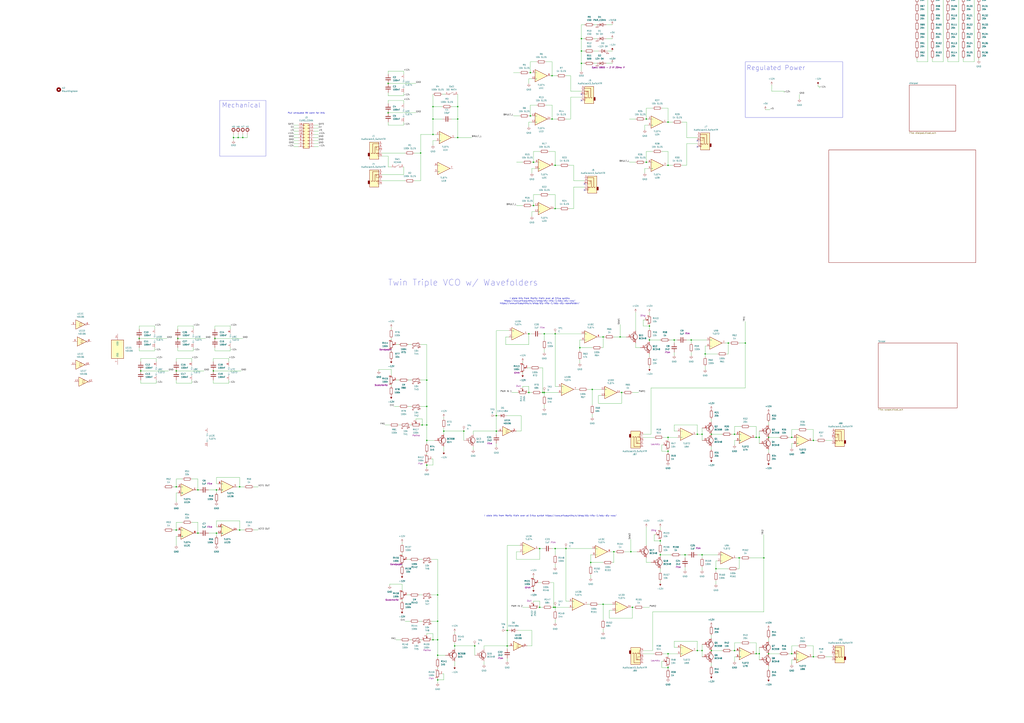
<source format=kicad_sch>
(kicad_sch (version 20231120) (generator "eeschema") (generator_version "8.0")
  (paper "A1")
  (junction (at 495.3 276.86))
  (junction (at 434.34 274.32))
  (junction (at 518.16 453.39))
  (junction (at 359.41 525.78))
  (junction (at 375.92 87.63))
  (junction (at 548.64 548.64))
  (junction (at 584.2 356.87))
  (junction (at 364.49 354.33))
  (junction (at 162.56 438.15))
  (junction (at 627.38 458.47))
  (junction (at 455.93 171.45))
  (junction (at 453.39 97.79))
  (junction (at 533.4 267.97))
  (junction (at 443.23 499.11))
  (junction (at 621.03 537.21))
  (junction (at 199.39 113.03))
  (junction (at 530.86 133.35))
  (junction (at 438.15 168.91))
  (junction (at 548.64 135.89))
  (junction (at 791.21 -36.83))
  (junction (at 650.24 537.21))
  (junction (at 175.26 304.8))
  (junction (at 445.77 322.58))
  (junction (at 572.77 356.87))
  (junction (at 447.04 322.58))
  (junction (at 359.41 510.54))
  (junction (at 477.52 41.91))
  (junction (at 495.3 496.57))
  (junction (at 548.64 359.41))
  (junction (at 510.54 322.58))
  (junction (at 612.14 281.94))
  (junction (at 191.77 113.03))
  (junction (at 454.66 499.11))
  (junction (at 435.61 95.25))
  (junction (at 373.38 530.86))
  (junction (at 455.93 499.11))
  (junction (at 803.91 -36.83))
  (junction (at 464.82 450.85))
  (junction (at 115.57 304.8))
  (junction (at 345.44 125.73))
  (junction (at 623.57 359.41))
  (junction (at 443.23 450.85))
  (junction (at 375.92 113.03))
  (junction (at 355.6 87.63))
  (junction (at 631.19 537.21))
  (junction (at 407.67 354.33))
  (junction (at 144.78 304.8))
  (junction (at 196.85 400.05))
  (junction (at 389.89 530.86))
  (junction (at 359.41 488.95))
  (junction (at 455.93 450.85))
  (junction (at 598.17 281.94))
  (junction (at 435.61 59.69))
  (junction (at 533.4 279.4))
  (junction (at 588.01 467.36))
  (junction (at 519.43 499.11))
  (junction (at 455.93 135.89))
  (junction (at 144.78 435.61))
  (junction (at 381 354.33))
  (junction (at 542.29 455.93))
  (junction (at 477.52 52.07))
  (junction (at 668.02 539.75))
  (junction (at 576.58 534.67))
  (junction (at 530.86 97.79))
  (junction (at 542.29 444.5))
  (junction (at 355.6 97.79))
  (junction (at 359.41 538.48))
  (junction (at 765.81 -36.83))
  (junction (at 576.58 455.93))
  (junction (at 144.78 400.05))
  (junction (at 350.52 334.01))
  (junction (at 584.2 534.67))
  (junction (at 607.06 458.47))
  (junction (at 177.8 438.15))
  (junction (at 579.12 290.83))
  (junction (at 650.24 359.41))
  (junction (at 623.57 537.21))
  (junction (at 359.41 558.8))
  (junction (at 350.52 382.27))
  (junction (at 668.02 361.95))
  (junction (at 485.14 462.28))
  (junction (at 553.72 279.4))
  (junction (at 567.69 279.4))
  (junction (at 476.25 285.75))
  (junction (at 562.61 455.93))
  (junction (at 350.52 349.25))
  (junction (at 778.51 -36.83))
  (junction (at 375.92 97.79))
  (junction (at 576.58 356.87))
  (junction (at 434.34 322.58))
  (junction (at 453.39 62.23))
  (junction (at 195.58 113.03))
  (junction (at 447.04 274.32))
  (junction (at 177.8 402.59))
  (junction (at 350.52 312.42))
  (junction (at 603.25 534.67))
  (junction (at 621.03 359.41))
  (junction (at 162.56 402.59))
  (junction (at 114.3 278.13))
  (junction (at 318.77 92.71))
  (junction (at 548.64 537.21))
  (junction (at 318.77 68.58))
  (junction (at 548.64 370.84))
  (junction (at 350.52 361.95))
  (junction (at 631.19 359.41))
  (junction (at 355.6 110.49))
  (junction (at 416.56 530.86))
  (junction (at 603.25 356.87))
  (junction (at 477.52 31.75))
  (junction (at 416.56 518.16))
  (junction (at 548.64 100.33))
  (junction (at 176.53 278.13))
  (junction (at 407.67 341.63))
  (junction (at 455.93 274.32))
  (junction (at 438.15 133.35))
  (junction (at 486.41 320.04))
  (junction (at 346.71 349.25))
  (junction (at 504.19 453.39))
  (junction (at 196.85 435.61))
  (junction (at 355.6 525.78))
  (junction (at 509.27 276.86))
  (junction (at 146.05 278.13))
  (junction (at 572.77 534.67))
  (junction (at 753.11 -36.83))
  (no_connect (at 477.52 82.55))
  (no_connect (at 480.06 156.21))
  (no_connect (at 477.52 77.47))
  (no_connect (at 572.77 115.57))
  (no_connect (at 480.06 151.13))
  (no_connect (at 572.77 120.65))
  (wire (pts (xy 480.06 148.59) (xy 471.17 148.59)))
  (wire (pts (xy 375.92 87.63) (xy 370.84 87.63)))
  (wire (pts (xy 608.33 528.32) (xy 603.25 528.32)))
  (wire (pts (xy 453.39 62.23) (xy 452.12 62.23)))
  (wire (pts (xy 753.11 -36.83) (xy 753.11 -35.56)))
  (wire (pts (xy 318.77 78.74) (xy 331.47 78.74)))
  (wire (pts (xy 556.26 354.33) (xy 553.72 354.33)))
  (wire (pts (xy 176.53 270.51) (xy 176.53 267.97)))
  (wire (pts (xy 350.52 312.42) (xy 345.44 312.42)))
  (wire (pts (xy 562.61 455.93) (xy 565.15 455.93)))
  (wire (pts (xy 355.6 110.49) (xy 345.44 110.49)))
  (wire (pts (xy 528.32 356.87) (xy 534.67 356.87)))
  (wire (pts (xy 621.03 359.41) (xy 619.76 359.41)))
  (wire (pts (xy 416.56 543.56) (xy 416.56 541.02)))
  (wire (pts (xy 627.38 502.92) (xy 627.38 458.47)))
  (wire (pts (xy 447.04 325.12) (xy 447.04 322.58)))
  (wire (pts (xy 800.1 -36.83) (xy 803.91 -36.83)))
  (wire (pts (xy 464.82 450.85) (xy 486.41 450.85)))
  (wire (pts (xy 576.58 356.87) (xy 576.58 361.95)))
  (wire (pts (xy 241.3 105.41) (xy 245.11 105.41)))
  (wire (pts (xy 542.29 469.9) (xy 542.29 467.36)))
  (wire (pts (xy 191.77 113.03) (xy 191.77 115.57)))
  (wire (pts (xy 189.23 267.97) (xy 189.23 270.51)))
  (wire (pts (xy 494.03 325.12) (xy 491.49 325.12)))
  (wire (pts (xy 612.14 281.94) (xy 607.06 281.94)))
  (wire (pts (xy 330.2 480.06) (xy 330.2 485.14)))
  (wire (pts (xy 765.81 50.8) (xy 765.81 48.26)))
  (wire (pts (xy 364.49 342.9) (xy 364.49 344.17)))
  (wire (pts (xy 548.64 135.89) (xy 547.37 135.89)))
  (wire (pts (xy 363.22 87.63) (xy 355.6 87.63)))
  (wire (pts (xy 774.7 50.8) (xy 765.81 50.8)))
  (wire (pts (xy 144.78 429.26) (xy 149.86 429.26)))
  (wire (pts (xy 115.57 294.64) (xy 128.27 294.64)))
  (wire (pts (xy 468.63 74.93) (xy 468.63 62.23)))
  (wire (pts (xy 157.48 314.96) (xy 157.48 312.42)))
  (wire (pts (xy 355.6 525.78) (xy 359.41 525.78)))
  (wire (pts (xy 407.67 354.33) (xy 408.94 354.33)))
  (wire (pts (xy 593.09 356.87) (xy 584.2 356.87)))
  (wire (pts (xy 350.52 283.21) (xy 350.52 312.42)))
  (wire (pts (xy 656.59 77.47) (xy 656.59 81.28)))
  (wire (pts (xy 416.56 448.31) (xy 416.56 518.16)))
  (wire (pts (xy 455.93 160.02) (xy 450.85 160.02)))
  (wire (pts (xy 491.49 41.91) (xy 487.68 41.91)))
  (wire (pts (xy 261.62 118.11) (xy 257.81 118.11)))
  (wire (pts (xy 603.25 539.75) (xy 604.52 539.75)))
  (wire (pts (xy 144.78 435.61) (xy 144.78 429.26)))
  (wire (pts (xy 146.05 288.29) (xy 158.75 288.29)))
  (wire (pts (xy 359.41 538.48) (xy 359.41 525.78)))
  (wire (pts (xy 529.59 97.79) (xy 530.86 97.79)))
  (wire (pts (xy 407.67 367.03) (xy 407.67 364.49)))
  (wire (pts (xy 623.57 359.41) (xy 623.57 364.49)))
  (wire (pts (xy 144.78 294.64) (xy 157.48 294.64)))
  (wire (pts (xy 553.72 354.33) (xy 553.72 349.25)))
  (wire (pts (xy 424.18 133.35) (xy 429.26 133.35)))
  (wire (pts (xy 528.32 359.41) (xy 537.21 359.41)))
  (wire (pts (xy 424.18 354.33) (xy 427.99 354.33)))
  (wire (pts (xy 330.2 494.03) (xy 330.2 492.76)))
  (wire (pts (xy 436.88 168.91) (xy 438.15 168.91)))
  (wire (pts (xy 662.94 353.06) (xy 668.02 353.06)))
  (wire (pts (xy 433.07 530.86) (xy 436.88 530.86)))
  (wire (pts (xy 464.82 494.03) (xy 464.82 450.85)))
  (wire (pts (xy 778.51 -38.1) (xy 778.51 -36.83)))
  (wire (pts (xy 548.64 100.33) (xy 548.64 88.9)))
  (wire (pts (xy 655.32 530.86) (xy 650.24 530.86)))
  (wire (pts (xy 345.44 148.59) (xy 340.36 148.59)))
  (wire (pts (xy 443.23 450.85) (xy 445.77 450.85)))
  (wire (pts (xy 621.03 528.32) (xy 621.03 537.21)))
  (wire (pts (xy 447.04 335.28) (xy 447.04 332.74)))
  (wire (pts (xy 241.3 102.87) (xy 245.11 102.87)))
  (wire (pts (xy 171.45 438.15) (xy 177.8 438.15)))
  (wire (pts (xy 453.39 86.36) (xy 448.31 86.36)))
  (wire (pts (xy 388.62 354.33) (xy 407.67 354.33)))
  (wire (pts (xy 443.23 494.03) (xy 438.15 494.03)))
  (wire (pts (xy 468.63 97.79) (xy 464.82 97.79)))
  (wire (pts (xy 492.76 276.86) (xy 495.3 276.86)))
  (wire (pts (xy 438.15 133.35) (xy 439.42 133.35)))
  (wire (pts (xy 604.52 458.47) (xy 607.06 458.47)))
  (wire (pts (xy 397.51 546.1) (xy 397.51 543.56)))
  (wire (pts (xy 535.94 534.67) (xy 535.94 502.92)))
  (wire (pts (xy 521.97 256.54) (xy 521.97 271.78)))
  (wire (pts (xy 548.64 124.46) (xy 543.56 124.46)))
  (wire (pts (xy 471.17 171.45) (xy 467.36 171.45)))
  (wire (pts (xy 487.68 20.32) (xy 490.22 20.32)))
  (wire (pts (xy 623.57 354.33) (xy 623.57 359.41)))
  (wire (pts (xy 548.64 372.11) (xy 548.64 370.84)))
  (wire (pts (xy 548.64 359.41) (xy 544.83 359.41)))
  (wire (pts (xy 553.72 527.05) (xy 572.77 527.05)))
  (wire (pts (xy 337.82 349.25) (xy 336.55 349.25)))
  (wire (pts (xy 436.88 100.33) (xy 434.34 100.33)))
  (wire (pts (xy 345.44 283.21) (xy 350.52 283.21)))
  (wire (pts (xy 487.68 52.07) (xy 490.22 52.07)))
  (wire (pts (xy 187.96 294.64) (xy 187.96 297.18)))
  (wire (pts (xy 331.47 143.51) (xy 331.47 137.16)))
  (wire (pts (xy 334.01 488.95) (xy 336.55 488.95)))
  (wire (pts (xy 429.26 317.5) (xy 429.26 318.77)))
  (wire (pts (xy 346.71 488.95) (xy 344.17 488.95)))
  (wire (pts (xy 161.29 438.15) (xy 162.56 438.15)))
  (wire (pts (xy 429.26 499.11) (xy 434.34 499.11)))
  (wire (pts (xy 142.24 400.05) (xy 144.78 400.05)))
  (wire (pts (xy 318.77 58.42) (xy 331.47 58.42)))
  (wire (pts (xy 443.23 124.46) (xy 438.15 124.46)))
  (wire (pts (xy 516.89 133.35) (xy 521.97 133.35)))
  (wire (pts (xy 542.29 444.5) (xy 537.21 444.5)))
  (wire (pts (xy 345.44 110.49) (xy 345.44 125.73)))
  (wire (pts (xy 548.64 135.89) (xy 548.64 124.46)))
  (wire (pts (xy 199.39 113.03) (xy 203.2 113.03)))
  (wire (pts (xy 434.34 322.58) (xy 436.88 322.58)))
  (wire (pts (xy 500.38 508) (xy 519.43 508)))
  (wire (pts (xy 533.4 267.97) (xy 528.32 267.97)))
  (wire (pts (xy 435.61 86.36) (xy 435.61 95.25)))
  (wire (pts (xy 441.96 450.85) (xy 443.23 450.85)))
  (wire (pts (xy 370.84 97.79) (xy 375.92 97.79)))
  (wire (pts (xy 607.06 467.36) (xy 605.79 467.36)))
  (wire (pts (xy 363.22 77.47) (xy 365.76 77.47)))
  (wire (pts (xy 435.61 59.69) (xy 436.88 59.69)))
  (wire (pts (xy 556.26 359.41) (xy 548.64 359.41)))
  (wire (pts (xy 375.92 113.03) (xy 387.35 113.03)))
  (wire (pts (xy 595.63 281.94) (xy 598.17 281.94)))
  (wire (pts (xy 553.72 279.4) (xy 549.91 279.4)))
  (wire (pts (xy 162.56 429.26) (xy 162.56 438.15)))
  (wire (pts (xy 621.03 359.41) (xy 623.57 359.41)))
  (wire (pts (xy 473.71 320.04) (xy 474.98 320.04)))
  (wire (pts (xy 650.24 353.06) (xy 650.24 359.41)))
  (wire (pts (xy 177.8 397.51) (xy 179.07 397.51)))
  (wire (pts (xy 599.44 281.94) (xy 598.17 281.94)))
  (wire (pts (xy 427.99 354.33) (xy 427.99 341.63)))
  (wire (pts (xy 433.07 322.58) (xy 434.34 322.58)))
  (wire (pts (xy 495.3 496.57) (xy 502.92 496.57)))
  (wire (pts (xy 332.74 148.59) (xy 313.69 148.59)))
  (wire (pts (xy 576.58 534.67) (xy 572.77 534.67)))
  (wire (pts (xy 321.31 288.29) (xy 321.31 287.02)))
  (wire (pts (xy 157.48 429.26) (xy 162.56 429.26)))
  (wire (pts (xy 175.26 312.42) (xy 175.26 314.96)))
  (wire (pts (xy 455.93 511.81) (xy 455.93 509.27)))
  (wire (pts (xy 548.64 88.9) (xy 543.56 88.9)))
  (wire (pts (xy 144.78 405.13) (xy 146.05 405.13)))
  (wire (pts (xy 504.19 276.86) (xy 509.27 276.86)))
  (wire (pts (xy 486.41 285.75) (xy 476.25 285.75)))
  (wire (pts (xy 434.34 95.25) (xy 435.61 95.25)))
  (wire (pts (xy 321.31 278.13) (xy 321.31 279.4)))
  (wire (pts (xy 598.17 281.94) (xy 598.17 290.83)))
  (wire (pts (xy 477.52 58.42) (xy 477.52 52.07)))
  (wire (pts (xy 334.01 459.74) (xy 336.55 459.74)))
  (wire (pts (xy 477.52 31.75) (xy 477.52 41.91)))
  (wire (pts (xy 421.64 59.69) (xy 426.72 59.69)))
  (wire (pts (xy 603.25 528.32) (xy 603.25 534.67)))
  (wire (pts (xy 476.25 298.45) (xy 476.25 295.91)))
  (wire (pts (xy 144.78 312.42) (xy 144.78 314.96)))
  (wire (pts (xy 346.71 349.25) (xy 350.52 349.25)))
  (wire (pts (xy 439.42 173.99) (xy 436.88 173.99)))
  (wire (pts (xy 440.69 86.36) (xy 435.61 86.36)))
  (wire (pts (xy 528.32 534.67) (xy 535.94 534.67)))
  (wire (pts (xy 350.52 373.38) (xy 350.52 372.11)))
  (wire (pts (xy 548.64 547.37) (xy 548.64 548.64)))
  (wire (pts (xy 455.93 501.65) (xy 455.93 499.11)))
  (wire (pts (xy 501.65 453.39) (xy 504.19 453.39)))
  (wire (pts (xy 640.08 537.21) (xy 631.19 537.21)))
  (wire (pts (xy 176.53 278.13) (xy 199.39 278.13)))
  (wire (pts (xy 495.3 519.43) (xy 495.3 516.89)))
  (wire (pts (xy 175.26 297.18) (xy 175.26 294.64)))
  (wire (pts (xy 530.86 88.9) (xy 530.86 97.79)))
  (wire (pts (xy 318.77 102.87) (xy 331.47 102.87)))
  (wire (pts (xy 519.43 499.11) (xy 520.7 499.11)))
  (wire (pts (xy 355.6 115.57) (xy 355.6 119.38)))
  (wire (pts (xy 261.62 120.65) (xy 257.81 120.65)))
  (wire (pts (xy 177.8 433.07) (xy 179.07 433.07)))
  (wire (pts (xy 429.26 307.34) (xy 429.26 306.07)))
  (wire (pts (xy 175.26 294.64) (xy 187.96 294.64)))
  (wire (pts (xy 584.2 547.37) (xy 584.2 544.83)))
  (wire (pts (xy 548.64 135.89) (xy 552.45 135.89)))
  (wire (pts (xy 171.45 402.59) (xy 177.8 402.59)))
  (wire (pts (xy 350.52 382.27) (xy 350.52 384.81)))
  (wire (pts (xy 355.6 77.47) (xy 355.6 87.63)))
  (wire (pts (xy 800.1 50.8) (xy 791.21 50.8)))
  (wire (pts (xy 524.51 322.58) (xy 519.43 322.58)))
  (wire (pts (xy 436.88 518.16) (xy 425.45 518.16)))
  (wire (pts (xy 318.77 76.2) (xy 318.77 78.74)))
  (wire (pts (xy 355.6 382.27) (xy 350.52 382.27)))
  (wire (pts (xy 355.6 97.79) (xy 355.6 110.49)))
  (wire (pts (xy 477.52 41.91) (xy 477.52 52.07)))
  (wire (pts (xy 162.56 402.59) (xy 163.83 402.59)))
  (wire (pts (xy 543.56 548.64) (xy 543.56 543.56)))
  (wire (pts (xy 330.2 454.66) (xy 330.2 455.93)))
  (wire (pts (xy 191.77 113.03) (xy 195.58 113.03)))
  (wire (pts (xy 631.19 549.91) (xy 631.19 547.37)))
  (wire (pts (xy 146.05 278.13) (xy 168.91 278.13)))
  (wire (pts (xy 548.64 539.75) (xy 548.64 537.21)))
  (wire (pts (xy 318.77 85.09) (xy 318.77 82.55)))
  (wire (pts (xy 535.94 88.9) (xy 530.86 88.9)))
  (wire (pts (xy 318.77 137.16) (xy 318.77 128.27)))
  (wire (pts (xy 212.09 435.61) (xy 208.28 435.61)))
  (wire (pts (xy 485.14 455.93) (xy 485.14 462.28)))
  (wire (pts (xy 433.07 302.26) (xy 435.61 302.26)))
  (wire (pts (xy 331.47 78.74) (xy 331.47 76.2)))
  (wire (pts (xy 542.29 478.79) (xy 542.29 477.52)))
  (wire (pts (xy 127 288.29) (xy 127 285.75)))
  (wire (pts (xy 666.75 539.75) (xy 668.02 539.75)))
  (wire (pts (xy 350.52 364.49) (xy 350.52 361.95)))
  (wire (pts (xy 426.72 448.31) (xy 416.56 448.31)))
  (wire (pts (xy 535.94 124.46) (xy 530.86 124.46)))
  (wire (pts (xy 467.36 494.03) (xy 464.82 494.03)))
  (wire (pts (xy 666.75 361.95) (xy 668.02 361.95)))
  (wire (pts (xy 495.3 509.27) (xy 495.3 496.57)))
  (wire (pts (xy 373.38 530.86) (xy 373.38 533.4)))
  (wire (pts (xy 510.54 322.58) (xy 509.27 322.58)))
  (wire (pts (xy 318.77 68.58) (xy 341.63 68.58)))
  (wire (pts (xy 325.12 312.42) (xy 327.66 312.42)))
  (wire (pts (xy 603.25 350.52) (xy 603.25 356.87)))
  (wire (pts (xy 337.82 312.42) (xy 335.28 312.42)))
  (wire (pts (xy 420.37 322.58) (xy 425.45 322.58)))
  (wire (pts (xy 553.72 292.1) (xy 553.72 289.56)))
  (wire (pts (xy 533.4 499.11) (xy 528.32 499.11)))
  (wire (pts (xy 567.69 279.4) (xy 580.39 279.4)))
  (wire (pts (xy 114.3 270.51) (xy 114.3 267.97)))
  (wire (pts (xy 455.93 135.89) (xy 455.93 124.46)))
  (wire (pts (xy 607.06 458.47) (xy 607.06 467.36)))
  (wire (pts (xy 415.29 283.21) (xy 434.34 283.21)))
  (wire (pts (xy 623.57 537.21) (xy 623.57 542.29)))
  (wire (pts (xy 212.09 400.05) (xy 208.28 400.05)))
  (wire (pts (xy 476.25 279.4) (xy 477.52 279.4)))
  (wire (pts (xy 261.62 113.03) (xy 257.81 113.03)))
  (wire (pts (xy 576.58 468.63) (xy 576.58 466.09)))
  (wire (pts (xy 787.4 50.8) (xy 778.51 50.8)))
  (wire (pts (xy 579.12 290.83) (xy 579.12 293.37)))
  (wire (pts (xy 753.11 50.8) (xy 753.11 48.26)))
  (wire (pts (xy 455.93 135.89) (xy 459.74 135.89)))
  (wire (pts (xy 417.83 271.78) (xy 407.67 271.78)))
  (wire (pts (xy 532.13 138.43) (xy 529.59 138.43)))
  (wire (pts (xy 241.3 118.11) (xy 245.11 118.11)))
  (wire (pts (xy 791.21 50.8) (xy 791.21 48.26)))
  (wire (pts (xy 485.14 455.93) (xy 486.41 455.93)))
  (wire (pts (xy 762 50.8) (xy 753.11 50.8)))
  (wire (pts (xy 443.23 160.02) (xy 438.15 160.02)))
  (wire (pts (xy 556.26 537.21) (xy 548.64 537.21)))
  (wire (pts (xy 200.66 435.61) (xy 196.85 435.61)))
  (wire (pts (xy 144.78 393.7) (xy 149.86 393.7)))
  (wire (pts (xy 477.52 31.75) (xy 477.52 20.32)))
  (wire (pts (xy 424.18 453.39) (xy 424.18 459.74)))
  (wire (pts (xy 562.61 458.47) (xy 562.61 455.93)))
  (wire (pts (xy 416.56 518.16) (xy 417.83 518.16)))
  (wire (pts (xy 548.64 370.84) (xy 543.56 370.84)))
  (wire (pts (xy 529.59 138.43) (xy 529.59 142.24)))
  (wire (pts (xy 455.93 171.45) (xy 459.74 171.45)))
  (wire (pts (xy 187.96 314.96) (xy 187.96 312.42)))
  (wire (pts (xy 345.44 125.73) (xy 345.44 148.59)))
  (wire (pts (xy 196.85 427.99) (xy 177.8 427.99)))
  (wire (pts (xy 358.14 115.57) (xy 355.6 115.57)))
  (wire (pts (xy 321.31 303.53) (xy 321.31 308.61)))
  (wire (pts (xy 603.25 361.95) (xy 604.52 361.95)))
  (wire (pts (xy 443.23 499.11) (xy 443.23 494.03)))
  (wire (pts (xy 363.22 553.72) (xy 364.49 553.72)))
  (wire (pts (xy 765.81 -38.1) (xy 765.81 -36.83)))
  (wire (pts (xy 454.66 478.79) (xy 454.66 499.11)))
  (wire (pts (xy 115.57 297.18) (xy 115.57 294.64)))
  (wire (pts (xy 651.51 359.41) (xy 650.24 359.41)))
  (wire (pts (xy 576.58 455.93) (xy 589.28 455.93)))
  (wire (pts (xy 455.93 274.32) (xy 477.52 274.32)))
  (wire (pts (xy 495.3 285.75) (xy 494.03 285.75)))
  (wire (pts (xy 504.19 453.39) (xy 504.19 462.28)))
  (wire (pts (xy 588.01 461.01) (xy 588.01 467.36)))
  (wire (pts (xy 325.12 283.21) (xy 327.66 283.21)))
  (wire (pts (xy 650.24 546.1) (xy 650.24 542.29)))
  (wire (pts (xy 144.78 412.75) (xy 144.78 405.13)))
  (wire (pts (xy 364.49 354.33) (xy 364.49 356.87)))
  (wire (pts (xy 518.16 443.23) (xy 518.16 453.39)))
  (wire (pts (xy 787.4 -36.83) (xy 787.4 50.8)))
  (wire (pts (xy 330.2 445.77) (xy 330.2 447.04)))
  (wire (pts (xy 355.6 87.63) (xy 355.6 97.79)))
  (wire (pts (xy 162.56 438.15) (xy 163.83 438.15)))
  (wire (pts (xy 435.61 95.25) (xy 436.88 95.25)))
  (wire (pts (xy 177.8 440.69) (xy 177.8 438.15)))
  (wire (pts (xy 337.82 525.78) (xy 336.55 525.78)))
  (wire (pts (xy 321.31 269.24) (xy 321.31 270.51)))
  (wire (pts (xy 495.3 462.28) (xy 485.14 462.28)))
  (wire (pts (xy 542.29 279.4) (xy 533.4 279.4)))
  (wire (pts (xy 355.6 525.78) (xy 355.6 520.7)))
  (wire (pts (xy 436.88 173.99) (xy 436.88 177.8)))
  (wire (pts (xy 576.58 529.59) (xy 576.58 534.67)))
  (wire (pts (xy 453.39 62.23) (xy 453.39 50.8)))
  (wire (pts (xy 572.77 534.67) (xy 571.5 534.67)))
  (wire (pts (xy 623.57 532.13) (xy 623.57 537.21)))
  (wire (pts (xy 350.52 381) (xy 350.52 382.27)))
  (wire (pts (xy 486.41 342.9) (xy 486.41 340.36)))
  (wire (pts (xy 495.3 276.86) (xy 495.3 285.75)))
  (wire (pts (xy 359.41 541.02) (xy 359.41 538.48)))
  (wire (pts (xy 533.4 279.4) (xy 533.4 280.67)))
  (wire (pts (xy 572.77 118.11) (xy 563.88 118.11)))
  (wire (pts (xy 548.64 549.91) (xy 548.64 548.64)))
  (wire (pts (xy 584.2 344.17) (xy 584.2 346.71)))
  (wire (pts (xy 576.58 455.93) (xy 572.77 455.93)))
  (wire (pts (xy 455.93 135.89) (xy 454.66 135.89)))
  (wire (pts (xy 502.92 20.32) (xy 497.84 20.32)))
  (wire (pts (xy 477.52 31.75) (xy 480.06 31.75)))
  (wire (pts (xy 177.8 438.15) (xy 179.07 438.15)))
  (wire (pts (xy 407.67 341.63) (xy 408.94 341.63)))
  (wire (pts (xy 480.06 153.67) (xy 471.17 153.67)))
  (wire (pts (xy 533.4 256.54) (xy 533.4 259.08)))
  (wire (pts (xy 350.52 349.25) (xy 350.52 334.01)))
  (wire (pts (xy 528.32 267.97) (xy 528.32 262.89)))
  (wire (pts (xy 162.56 393.7) (xy 162.56 402.59)))
  (wire (pts (xy 627.38 458.47) (xy 615.95 458.47)))
  (wire (pts (xy 556.26 532.13) (xy 553.72 532.13)))
  (wire (pts (xy 576.58 356.87) (xy 572.77 356.87)))
  (wire (pts (xy 438.15 494.03) (xy 438.15 495.3)))
  (wire (pts (xy 389.89 538.48) (xy 389.89 530.86)))
  (wire (pts (xy 535.94 502.92) (xy 627.38 502.92)))
  (wire (pts (xy 359.41 488.95) (xy 359.41 510.54)))
  (wire (pts (xy 364.49 558.8) (xy 359.41 558.8)))
  (wire (pts (xy 572.77 349.25) (xy 572.77 356.87)))
  (wire (pts (xy 388.62 356.87) (xy 388.62 354.33)))
  (wire (pts (xy 381 354.33) (xy 364.49 354.33)))
  (wire (pts (xy 491.49 331.47) (xy 510.54 331.47)))
  (wire (pts (xy 444.5 322.58) (xy 445.77 322.58)))
  (wire (pts (xy 530.86 97.79) (xy 532.13 97.79)))
  (wire (pts (xy 548.64 100.33) (xy 547.37 100.33)))
  (wire (pts (xy 612.14 318.77) (xy 612.14 281.94)))
  (wire (pts (xy 195.58 113.03) (xy 199.39 113.03)))
  (wire (pts (xy 325.12 525.78) (xy 328.93 525.78)))
  (wire (pts (xy 346.71 525.78) (xy 345.44 525.78)))
  (wire (pts (xy 774.7 -36.83) (xy 774.7 50.8)))
  (wire (pts (xy 144.78 304.8) (xy 167.64 304.8)))
  (wire (pts (xy 203.2 113.03) (xy 203.2 110.49)))
  (wire (pts (xy 458.47 317.5) (xy 455.93 317.5)))
  (wire (pts (xy 241.3 110.49) (xy 245.11 110.49)))
  (wire (pts (xy 579.12 284.48) (xy 579.12 290.83)))
  (wire (pts (xy 800.1 -36.83) (xy 800.1 50.8)))
  (wire (pts (xy 433.07 274.32) (xy 434.34 274.32)))
  (wire (pts (xy 373.38 528.32) (xy 373.38 530.86)))
  (wire (pts (xy 128.27 294.64) (xy 128.27 297.18)))
  (wire (pts (xy 567.69 292.1) (xy 567.69 289.56)))
  (wire (pts (xy 633.73 74.93) (xy 633.73 69.85)))
  (wire (pts (xy 175.26 314.96) (xy 187.96 314.96)))
  (wire (pts (xy 359.41 510.54) (xy 354.33 510.54)))
  (wire (pts (xy 487.68 31.75) (xy 490.22 31.75)))
  (wire (pts (xy 434.34 100.33) (xy 434.34 104.14)))
  (wire (pts (xy 115.57 314.96) (xy 128.27 314.96)))
  (wire (pts (xy 608.33 458.47) (xy 607.06 458.47)))
  (wire (pts (xy 497.84 31.75) (xy 502.92 31.75)))
  (wire (pts (xy 543.56 543.56) (xy 544.83 543.56)))
  (wire (pts (xy 177.8 402.59) (xy 179.07 402.59)))
  (wire (pts (xy 471.17 135.89) (xy 467.36 135.89)))
  (wire (pts (xy 311.15 303.53) (xy 311.15 304.8)))
  (wire (pts (xy 176.53 288.29) (xy 189.23 288.29)))
  (wire (pts (xy 416.56 518.16) (xy 416.56 530.86)))
  (wire (pts (xy 435.61 50.8) (xy 435.61 59.69)))
  (wire (pts (xy 146.05 435.61) (xy 144.78 435.61)))
  (wire (pts (xy 364.49 351.79) (xy 364.49 354.33)))
  (wire (pts (xy 455.93 499.11) (xy 467.36 499.11)))
  (wire (pts (xy 441.96 478.79) (xy 444.5 478.79)))
  (wire (pts (xy 194.31 400.05) (xy 196.85 400.05)))
  (wire (pts (xy 373.38 547.37) (xy 373.38 543.56)))
  (wire (pts (xy 518.16 453.39) (xy 523.24 453.39)))
  (wire (pts (xy 453.39 97.79) (xy 453.39 86.36)))
  (wire (pts (xy 261.62 107.95) (xy 257.81 107.95)))
  (wire (pts (xy 534.67 318.77) (xy 612.14 318.77)))
  (wire (pts (xy 337.82 334.01) (xy 335.28 334.01)))
  (wire (pts (xy 429.26 297.18) (xy 429.26 298.45)))
  (wire (pts (xy 530.86 133.35) (xy 532.13 133.35)))
  (wire (pts (xy 608.33 350.52) (xy 603.25 350.52)))
  (wire (pts (xy 421.64 95.25) (xy 426.72 95.25)))
  (wire (pts (xy 477.52 80.01) (xy 468.63 80.01)))
  (wire (pts (xy 389.89 530.86) (xy 373.38 530.86)))
  (wire (pts (xy 341.63 344.17) (xy 341.63 345.44)))
  (wire (pts (xy 426.72 453.39) (xy 424.18 453.39)))
  (wire (pts (xy 650.24 364.49) (xy 651.51 364.49)))
  (wire (pts (xy 603.25 356.87) (xy 600.71 356.87)))
  (wire (pts (xy 640.08 359.41) (xy 631.19 359.41)))
  (wire (pts (xy 803.91 -38.1) (xy 803.91 -36.83)))
  (wire (pts (xy 330.2 480.06) (xy 320.04 480.06)))
  (wire (pts (xy 241.3 120.65) (xy 245.11 120.65)))
  (wire (pts (xy 373.38 113.03) (xy 375.92 113.03)))
  (wire (pts (xy 579.12 284.48) (xy 580.39 284.48)))
  (wire (pts (xy 683.26 539.75) (xy 678.18 539.75)))
  (wire (pts (xy 354.33 459.74) (xy 359.41 459.74)))
  (wire (pts (xy 447.04 274.32) (xy 455.93 274.32)))
  (wire (pts (xy 454.66 499.11) (xy 455.93 499.11)))
  (wire (pts (xy 604.52 534.67) (xy 603.25 534.67)))
  (wire (pts (xy 453.39 499.11) (xy 454.66 499.11)))
  (wire (pts (xy 444.5 274.32) (xy 447.04 274.32)))
  (wire (pts (xy 434.34 64.77) (xy 434.34 68.58)))
  (wire (pts (xy 529.59 133.35) (xy 530.86 133.35)))
  (wire (pts (xy 144.78 314.96) (xy 157.48 314.96)))
  (wire (pts (xy 455.93 171.45) (xy 455.93 160.02)))
  (wire (pts (xy 445.77 302.26) (xy 445.77 322.58)))
  (wire (pts (xy 486.41 332.74) (xy 486.41 320.04)))
  (wire (pts (xy 563.88 118.11) (xy 563.88 135.89)))
  (wire (pts (xy 144.78 400.05) (xy 144.78 393.7)))
  (wire (pts (xy 176.53 285.75) (xy 176.53 288.29)))
  (wire (pts (xy 519.43 499.11) (xy 518.16 499.11)))
  (wire (pts (xy 513.08 453.39) (xy 518.16 453.39)))
  (wire (pts (xy 673.1 72.39) (xy 673.1 71.12)))
  (wire (pts (xy 455.93 450.85) (xy 464.82 450.85)))
  (wire (pts (xy 438.15 124.46) (xy 438.15 133.35)))
  (wire (pts (xy 318.77 128.27) (xy 313.69 128.27)))
  (wire (pts (xy 584.2 521.97) (xy 584.2 524.51)))
  (wire (pts (xy 194.31 435.61) (xy 196.85 435.61)))
  (wire (pts (xy 572.77 113.03) (xy 563.88 113.03)))
  (wire (pts (xy 530.86 124.46) (xy 530.86 133.35)))
  (wire (pts (xy 491.49 496.57) (xy 495.3 496.57)))
  (wire (pts (xy 477.52 74.93) (xy 468.63 74.93)))
  (wire (pts (xy 358.14 110.49) (xy 355.6 110.49)))
  (wire (pts (xy 344.17 459.74) (xy 346.71 459.74)))
  (wire (pts (xy 350.52 312.42) (xy 350.52 334.01)))
  (wire (pts (xy 765.81 -36.83) (xy 765.81 -35.56)))
  (wire (pts (xy 340.36 125.73) (xy 345.44 125.73)))
  (wire (pts (xy 453.39 62.23) (xy 457.2 62.23)))
  (wire (pts (xy 615.95 350.52) (xy 621.03 350.52)))
  (wire (pts (xy 407.67 356.87) (xy 407.67 354.33)))
  (wire (pts (xy 477.52 52.07) (xy 480.06 52.07)))
  (wire (pts (xy 533.4 278.13) (xy 533.4 279.4)))
  (wire (pts (xy 313.69 125.73) (xy 332.74 125.73)))
  (wire (pts (xy 346.71 349.25) (xy 346.71 344.17)))
  (wire (pts (xy 673.1 71.12) (xy 671.83 71.12)))
  (wire (pts (xy 553.72 349.25) (xy 572.77 349.25)))
  (wire (pts (xy 588.01 467.36) (xy 588.01 469.9)))
  (wire (pts (xy 650.24 537.21) (xy 647.7 537.21)))
  (wire (pts (xy 774.7 -36.83) (xy 778.51 -36.83)))
  (wire (pts (xy 241.3 115.57) (xy 245.11 115.57)))
  (wire (pts (xy 589.28 290.83) (xy 579.12 290.83)))
  (wire (pts (xy 603.25 543.56) (xy 603.25 539.75)))
  (wire (pts (xy 650.24 359.41) (xy 647.7 359.41)))
  (wire (pts (xy 548.64 100.33) (xy 552.45 100.33)))
  (wire (pts (xy 534.67 356.87) (xy 534.67 318.77)))
  (wire (pts (xy 553.72 279.4) (xy 556.26 279.4)))
  (wire (pts (xy 189.23 288.29) (xy 189.23 285.75)))
  (wire (pts (xy 439.42 138.43) (xy 436.88 138.43)))
  (wire (pts (xy 598.17 290.83) (xy 596.9 290.83)))
  (wire (pts (xy 778.51 50.8) (xy 778.51 48.26)))
  (wire (pts (xy 161.29 402.59) (xy 162.56 402.59)))
  (wire (pts (xy 320.04 480.06) (xy 320.04 481.33)))
  (wire (pts (xy 146.05 285.75) (xy 146.05 288.29)))
  (wire (pts (xy 563.88 113.03) (xy 563.88 100.33)))
  (wire (pts (xy 381 361.95) (xy 381 354.33)))
  (wire (pts (xy 318.77 100.33) (xy 318.77 102.87)))
  (wire (pts (xy 453.39 97.79) (xy 457.2 97.79)))
  (wire (pts (xy 359.41 538.48) (xy 365.76 538.48)))
  (wire (pts (xy 176.53 267.97) (xy 189.23 267.97)))
  (wire (pts (xy 567.69 279.4) (xy 563.88 279.4)))
  (wire (pts (xy 359.41 549.91) (xy 359.41 548.64)))
  (wire (pts (xy 576.58 458.47) (xy 576.58 455.93)))
  (wire (pts (xy 562.61 455.93) (xy 558.8 455.93)))
  (wire (pts (xy 127 267.97) (xy 127 270.51)))
  (wire (pts (xy 443.23 459.74) (xy 443.23 450.85)))
  (wire (pts (xy 551.18 455.93) (xy 542.29 455.93)))
  (wire (pts (xy 350.52 334.01) (xy 345.44 334.01)))
  (wire (pts (xy 455.93 450.85) (xy 455.93 455.93)))
  (wire (pts (xy 196.85 435.61) (xy 196.85 427.99)))
  (wire (pts (xy 415.29 276.86) (xy 415.29 283.21)))
  (wire (pts (xy 332.74 510.54) (xy 336.55 510.54)))
  (wire (pts (xy 345.44 349.25) (xy 346.71 349.25)))
  (wire (pts (xy 576.58 351.79) (xy 576.58 356.87)))
  (wire (pts (xy 321.31 303.53) (xy 311.15 303.53)))
  (wire (pts (xy 177.8 427.99) (xy 177.8 433.07)))
  (wire (pts (xy 504.19 462.28) (xy 502.92 462.28)))
  (wire (pts (xy 447.04 289.56) (xy 447.04 287.02)))
  (wire (pts (xy 543.56 365.76) (xy 544.83 365.76)))
  (wire (pts (xy 436.88 64.77) (xy 434.34 64.77)))
  (wire (pts (xy 537.21 444.5) (xy 537.21 439.42)))
  (wire (pts (xy 516.89 97.79) (xy 521.97 97.79)))
  (wire (pts (xy 468.63 62.23) (xy 464.82 62.23)))
  (wire (pts (xy 261.62 102.87) (xy 257.81 102.87)))
  (wire (pts (xy 128.27 314.96) (xy 128.27 312.42)))
  (wire (pts (xy 579.12 303.53) (xy 579.12 300.99)))
  (wire (pts (xy 375.92 97.79) (xy 375.92 87.63)))
  (wire (pts (xy 621.03 537.21) (xy 619.76 537.21)))
  (wire (pts (xy 331.47 102.87) (xy 331.47 100.33)))
  (wire (pts (xy 346.71 510.54) (xy 344.17 510.54)))
  (wire (pts (xy 364.49 553.72) (xy 364.49 558.8)))
  (wire (pts (xy 576.58 534.67) (xy 576.58 539.75)))
  (wire (pts (xy 655.32 353.06) (xy 650.24 353.06)))
  (wire (pts (xy 191.77 110.49) (xy 191.77 113.03)))
  (wire (pts (xy 455.93 171.45) (xy 454.66 171.45)))
  (wire (pts (xy 407.67 341.63) (xy 407.67 354.33)))
  (wire (pts (xy 791.21 -36.83) (xy 791.21 -35.56)))
  (wire (pts (xy 762 -36.83) (xy 762 50.8)))
  (wire (pts (xy 485.14 462.28) (xy 485.14 464.82)))
  (wire (pts (xy 440.69 50.8) (xy 435.61 50.8)))
  (wire (pts (xy 359.41 488.95) (xy 354.33 488.95)))
  (wire (pts (xy 316.23 349.25) (xy 320.04 349.25)))
  (wire (pts (xy 502.92 52.07) (xy 497.84 52.07)))
  (wire (pts (xy 455.93 124.46) (xy 450.85 124.46)))
  (wire (pts (xy 427.99 341.63) (xy 416.56 341.63)))
  (wire (pts (xy 261.62 110.49) (xy 257.81 110.49)))
  (wire (pts (xy 397.51 533.4) (xy 397.51 530.86)))
  (wire (pts (xy 175.26 304.8) (xy 198.12 304.8)))
  (wire (pts (xy 615.95 528.32) (xy 621.03 528.32)))
  (wire (pts (xy 416.56 533.4) (xy 416.56 530.86)))
  (wire (pts (xy 144.78 297.18) (xy 144.78 294.64)))
  (wire (pts (xy 533.4 266.7) (xy 533.4 267.97)))
  (wire (pts (xy 177.8 392.43) (xy 177.8 397.51)))
  (wire (pts (xy 651.51 537.21) (xy 650.24 537.21)))
  (wire (pts (xy 434.34 317.5) (xy 429.26 317.5)))
  (wire (pts (xy 441.96 499.11) (xy 443.23 499.11)))
  (wire (pts (xy 261.62 115.57) (xy 257.81 115.57)))
  (wire (pts (xy 114.3 278.13) (xy 137.16 278.13)))
  (wire (pts (xy 355.6 520.7) (xy 350.52 520.7)))
  (wire (pts (xy 318.77 82.55) (xy 331.47 82.55)))
  (wire (pts (xy 241.3 113.03) (xy 245.11 113.03)))
  (wire (pts (xy 200.66 400.05) (xy 196.85 400.05)))
  (wire (pts (xy 803.91 49.53) (xy 803.91 48.26)))
  (wire (pts (xy 355.6 377.19) (xy 355.6 382.27)))
  (wire (pts (xy 476.25 279.4) (xy 476.25 285.75)))
  (wire (pts (xy 521.97 285.75) (xy 521.97 281.94)))
  (wire (pts (xy 525.78 285.75) (xy 521.97 285.75)))
  (wire (pts (xy 572.77 356.87) (xy 571.5 356.87)))
  (wire (pts (xy 375.92 113.03) (xy 375.92 97.79)))
  (wire (pts (xy 323.85 334.01) (xy 327.66 334.01)))
  (wire (pts (xy 491.49 325.12) (xy 491.49 331.47)))
  (wire (pts (xy 567.69 281.94) (xy 567.69 279.4)))
  (wire (pts (xy 144.78 448.31) (xy 144.78 440.69)))
  (wire (pts (xy 603.25 365.76) (xy 603.25 361.95)))
  (wire (pts (xy 443.23 499.11) (xy 445.77 499.11)))
  (wire (pts (xy 485.14 474.98) (xy 485.14 472.44)))
  (wire (pts (xy 787.4 -36.83) (xy 791.21 -36.83)))
  (wire (pts (xy 548.64 361.95) (xy 548.64 359.41)))
  (wire (pts (xy 548.64 369.57) (xy 548.64 370.84)))
  (wire (pts (xy 778.51 -36.83) (xy 778.51 -35.56)))
  (wire (pts (xy 529.59 102.87) (xy 529.59 106.68)))
  (wire (pts (xy 199.39 113.03) (xy 199.39 110.49)))
  (wire (pts (xy 438.15 483.87) (xy 438.15 482.6)))
  (wire (pts (xy 553.72 532.13) (xy 553.72 527.05)))
  (wire (pts (xy 588.01 480.06) (xy 588.01 477.52)))
  (wire (pts (xy 542.29 443.23) (xy 542.29 444.5)))
  (wire (pts (xy 468.63 80.01) (xy 468.63 97.79)))
  (wire (pts (xy 157.48 393.7) (xy 162.56 393.7)))
  (wire (pts (xy 331.47 58.42) (xy 331.47 60.96)))
  (wire (pts (xy 157.48 294.64) (xy 157.48 297.18)))
  (wire (pts (xy 650.24 368.3) (xy 650.24 364.49)))
  (wire (pts (xy 542.29 455.93) (xy 542.29 457.2)))
  (wire (pts (xy 477.52 20.32) (xy 480.06 20.32)))
  (wire (pts (xy 476.25 285.75) (xy 476.25 288.29)))
  (wire (pts (xy 499.11 41.91) (xy 502.92 41.91)))
  (wire (pts (xy 144.78 440.69) (xy 146.05 440.69)))
  (wire (pts (xy 572.77 527.05) (xy 572.77 534.67)))
  (wire (pts (xy 762 -36.83) (xy 765.81 -36.83)))
  (wire (pts (xy 359.41 459.74) (xy 359.41 488.95)))
  (wire (pts (xy 424.18 459.74) (xy 443.23 459.74)))
  (wire (pts (xy 146.05 267.97) (xy 158.75 267.97)))
  (wire (pts (xy 354.33 377.19) (xy 355.6 377.19)))
  (wire (pts (xy 177.8 405.13) (xy 177.8 402.59)))
  (wire (pts (xy 436.88 138.43) (xy 436.88 142.24)))
  (wire (pts (xy 671.83 71.12) (xy 671.83 69.85)))
  (wire (pts (xy 407.67 271.78) (xy 407.67 341.63)))
  (wire (pts (xy 359.41 525.78) (xy 359.41 510.54)))
  (wire (pts (xy 643.89 76.2) (xy 643.89 74.93)))
  (wire (pts (xy 528.32 262.89) (xy 529.59 262.89)))
  (wire (pts (xy 447.04 274.32) (xy 447.04 279.4)))
  (wire (pts (xy 196.85 392.43) (xy 177.8 392.43)))
  (wire (pts (xy 261.62 105.41) (xy 257.81 105.41)))
  (wire (pts (xy 532.13 102.87) (xy 529.59 102.87)))
  (wire (pts (xy 146.05 270.51) (xy 146.05 267.97)))
  (wire (pts (xy 548.64 537.21) (xy 544.83 537.21)))
  (wire (pts (xy 534.67 462.28) (xy 530.86 462.28)))
  (wire (pts (xy 621.03 350.52) (xy 621.03 359.41)))
  (wire (pts (xy 528.32 537.21) (xy 537.21 537.21)))
  (wire (pts (xy 436.88 133.35) (xy 438.15 133.35)))
  (wire (pts (xy 363.22 97.79) (xy 355.6 97.79)))
  (wire (pts (xy 447.04 322.58) (xy 458.47 322.58)))
  (wire (pts (xy 593.09 534.67) (xy 584.2 534.67)))
  (wire (pts (xy 542.29 433.07) (xy 542.29 435.61)))
  (wire (pts (xy 114.3 288.29) (xy 127 288.29)))
  (wire (pts (xy 318.77 60.96) (xy 318.77 58.42)))
  (wire (pts (xy 438.15 473.71) (xy 438.15 474.98)))
  (wire (pts (xy 331.47 82.55) (xy 331.47 85.09)))
  (wire (pts (xy 670.56 361.95) (xy 668.02 361.95)))
  (wire (pts (xy 373.38 519.43) (xy 373.38 520.7)))
  (wire (pts (xy 632.46 90.17) (xy 628.65 90.17)))
  (wire (pts (xy 417.83 276.86) (xy 415.29 276.86)))
  (wire (pts (xy 533.4 293.37) (xy 533.4 290.83)))
  (wire (pts (xy 115.57 304.8) (xy 138.43 304.8)))
  (wire (pts (xy 643.89 74.93) (xy 633.73 74.93)))
  (wire (pts (xy 530.86 433.07) (xy 530.86 448.31)))
  (wire (pts (xy 603.25 534.67) (xy 600.71 534.67)))
  (wire (pts (xy 486.41 320.04) (xy 494.03 320.04)))
  (wire (pts (xy 482.6 320.04) (xy 486.41 320.04)))
  (wire (pts (xy 424.18 168.91) (xy 429.26 168.91)))
  (wire (pts (xy 791.21 -38.1) (xy 791.21 -36.83)))
  (wire (pts (xy 631.19 346.71) (xy 631.19 349.25)))
  (wire (pts (xy 318.77 92.71) (xy 341.63 92.71)))
  (wire (pts (xy 453.39 50.8) (xy 448.31 50.8)))
  (wire (pts (xy 612.14 264.16) (xy 612.14 281.94)))
  (wire (pts (xy 553.72 281.94) (xy 553.72 279.4)))
  (wire (pts (xy 434.34 59.69) (xy 435.61 59.69)))
  (wire (pts (xy 662.94 530.86) (xy 668.02 530.86)))
  (wire (pts (xy 436.88 530.86) (xy 436.88 518.16)))
  (wire (pts (xy 482.6 496.57) (xy 483.87 496.57)))
  (wire (pts (xy 114.3 267.97) (xy 127 267.97)))
  (wire (pts (xy 480.06 41.91) (xy 477.52 41.91)))
  (wire (pts (xy 455.93 317.5) (xy 455.93 274.32)))
  (wire (pts (xy 445.77 322.58) (xy 447.04 322.58)))
  (wire (pts (xy 533.4 267.97) (xy 533.4 270.51)))
  (wire (pts (xy 650.24 530.86) (xy 650.24 537.21)))
  (wire (pts (xy 350.52 361.95) (xy 350.52 349.25)))
  (wire (pts (xy 455.93 466.09) (xy 455.93 463.55)))
  (wire (pts (xy 114.3 285.75) (xy 114.3 288.29)))
  (wire (pts (xy 542.29 444.5) (xy 542.29 447.04)))
  (wire (pts (xy 530.86 462.28) (xy 530.86 458.47)))
  (wire (pts (xy 500.38 501.65) (xy 500.38 508)))
  (wire (pts (xy 510.54 331.47) (xy 510.54 322.58)))
  (wire (pts (xy 434.34 283.21) (xy 434.34 274.32)))
  (wire (pts (xy 502.92 501.65) (xy 500.38 501.65)))
  (wire (pts (xy 519.43 508) (xy 519.43 499.11)))
  (wire (pts (xy 434.34 274.32) (xy 436.88 274.32)))
  (wire (pts (xy 434.34 322.58) (xy 434.34 317.5)))
  (wire (pts (xy 563.88 100.33) (xy 560.07 100.33)))
  (wire (pts (xy 375.92 77.47) (xy 375.92 87.63)))
  (wire (pts (xy 364.49 370.84) (xy 364.49 367.03)))
  (wire (pts (xy 668.02 353.06) (xy 668.02 361.95)))
  (wire (pts (xy 346.71 344.17) (xy 341.63 344.17)))
  (wire (pts (xy 631.19 372.11) (xy 631.19 369.57)))
  (wire (pts (xy 321.31 317.5) (xy 321.31 316.23)))
  (wire (pts (xy 562.61 468.63) (xy 562.61 466.09)))
  (wire (pts (xy 453.39 97.79) (xy 452.12 97.79)))
  (wire (pts (xy 543.56 370.84) (xy 543.56 365.76)))
  (wire (pts (xy 670.56 539.75) (xy 668.02 539.75)))
  (wire (pts (xy 803.91 -36.83) (xy 803.91 -35.56)))
  (wire (pts (xy 438.15 168.91) (xy 439.42 168.91)))
  (wire (pts (xy 354.33 525.78) (xy 355.6 525.78)))
  (wire (pts (xy 195.58 113.03) (xy 195.58 110.49)))
  (wire (pts (xy 350.52 520.7) (xy 350.52 521.97)))
  (wire (pts (xy 350.52 361.95) (xy 356.87 361.95)))
  (wire (pts (xy 321.31 137.16) (xy 318.77 137.16)))
  (wire (pts (xy 438.15 160.02) (xy 438.15 168.91)))
  (wire (pts (xy 330.2 464.82) (xy 330.2 463.55)))
  (wire (pts (xy 584.2 369.57) (xy 584.2 367.03)))
  (wire (pts (xy 510.54 322.58) (xy 511.81 322.58)))
  (wire (pts (xy 631.19 524.51) (xy 631.19 527.05)))
  (wire (pts (xy 668.02 530.86) (xy 668.02 539.75)))
  (wire (pts (xy 548.64 548.64) (xy 543.56 548.64)))
  (wire (pts (xy 359.41 558.8) (xy 359.41 561.34)))
  (wire (pts (xy 509.27 266.7) (xy 509.27 276.86)))
  (wire (pts (xy 335.28 283.21) (xy 337.82 283.21)))
  (wire (pts (xy 388.62 369.57) (xy 388.62 367.03)))
  (wire (pts (xy 753.11 -38.1) (xy 753.11 -36.83)))
  (wire (pts (xy 142.24 435.61) (xy 144.78 435.61)))
  (wire (pts (xy 621.03 537.21) (xy 623.57 537.21)))
  (wire (pts (xy 537.21 439.42) (xy 538.48 439.42)))
  (wire (pts (xy 598.17 467.36) (xy 588.01 467.36)))
  (wire (pts (xy 604.52 356.87) (xy 603.25 356.87)))
  (wire (pts (xy 443.23 302.26) (xy 445.77 302.26)))
  (wire (pts (xy 588.01 461.01) (xy 589.28 461.01)))
  (wire (pts (xy 683.26 361.95) (xy 678.18 361.95)))
  (wire (pts (xy 313.69 143.51) (xy 331.47 143.51)))
  (wire (pts (xy 146.05 400.05) (xy 144.78 400.05)))
  (wire (pts (xy 542.29 454.66) (xy 542.29 455.93)))
  (wire (pts (xy 750.57 -36.83) (xy 753.11 -36.83)))
  (wire (pts (xy 158.75 288.29) (xy 158.75 285.75)))
  (wire (pts (xy 416.56 530.86) (xy 417.83 530.86)))
  (wire (pts (xy 359.41 557.53) (xy 359.41 558.8)))
  (wire (pts (xy 453.39 450.85) (xy 455.93 450.85)))
  (wire (pts (xy 328.93 349.25) (xy 327.66 349.25)))
  (wire (pts (xy 158.75 267.97) (xy 158.75 270.51)))
  (wire (pts (xy 471.17 153.67) (xy 471.17 171.45)))
  (wire (pts (xy 241.3 107.95) (xy 245.11 107.95)))
  (wire (pts (xy 505.46 453.39) (xy 504.19 453.39)))
  (wire (pts (xy 397.51 530.86) (xy 416.56 530.86)))
  (wire (pts (xy 196.85 400.05) (xy 196.85 392.43)))
  (wire (pts (xy 650.24 542.29) (xy 651.51 542.29)))
  (wire (pts (xy 563.88 135.89) (xy 560.07 135.89)))
  (wire (pts (xy 496.57 276.86) (xy 495.3 276.86)))
  (wire (pts (xy 452.12 478.79) (xy 454.66 478.79)))
  (wire (pts (xy 115.57 312.42) (xy 115.57 314.96)))
  (wire (pts (xy 533.4 302.26) (xy 533.4 300.99)))
  (wire (pts (xy 627.38 439.42) (xy 627.38 458.47)))
  (wire (pts (xy 509.27 276.86) (xy 514.35 276.86)))
  (wire (pts (xy 471.17 148.59) (xy 471.17 135.89)))
  (rectangle (start 612.14 50.8) (end 692.15 96.52))
  (rectangle (start 180.34 82.55) (end 218.44 128.27))
  (text "I stole this from Moritz Klein over at Erica synths\nhttps://www.ericasynths.lv/shop/diy-kits-1/edu-diy-vco/\nhttps://www.ericasynths.lv/shop/diy-kits-1/edu-diy-wavefolder/\n" (at 443.23 247.396 0) (effects (font (size 1.27 1.27))))
  (text "Mechanical" (at 198.12 86.614 0) (effects (font (size 3.81 3.81))))
  (text "I stole this from Moritz Klein over at Erica syntsh https://www.ericasynths.lv/shop/diy-kits-1/edu-diy-vco/" (at 452.12 423.926 0) (effects (font (size 1.27 1.27))))
  (text "Regulated Power" (at 637.286 55.88 0) (effects (font (size 3.81 3.81))))
  (text "Twin Triple VCO w/ Wavefolders" (at 380.238 232.41 0) (effects (font (size 5.08 5.08))))
  (text "Pull shrouded RA conn for this" (at 251.46 92.964 0) (effects (font (size 1.27 1.27) (italic yes))))
  (text "CV 1v/Octave REF" (at 758.19 -50.8 0) (effects (font (size 2.54 2.54))))
  (label "GND" (at 241.3 113.03 180))
  (label "TRI2" (at 627.38 439.42 90))
  (label "VCF1 OUT" (at 212.09 400.05 0))
  (label "PWM IN 1" (at 420.37 322.58 180))
  (label "GND" (at 241.3 115.57 180))
  (label "GND" (at 199.39 278.13 0))
  (label "Note C4" (at 765.81 -38.1 90))
  (label "-12v" (at 331.47 102.87 0))
  (label "CV" (at 241.3 105.41 180))
  (label "TRI1" (at 612.14 264.16 90))
  (label "GND" (at 137.16 278.13 0))
  (label "GND" (at 341.63 92.71 0))
  (label "GND" (at 261.62 115.57 0))
  (label "+5" (at 241.3 107.95 180))
  (label "GND" (at 168.91 278.13 0))
  (label "+12v" (at 189.23 267.97 0))
  (label "GATE" (at 241.3 102.87 180))
  (label "GND" (at 138.43 304.8 0))
  (label "FM1" (at 316.23 349.25 180))
  (label "+12v" (at 331.47 82.55 0))
  (label "Note C1" (at 803.91 -38.1 90))
  (label "+12v" (at 158.75 267.97 0))
  (label "Note C5" (at 750.57 -36.83 180))
  (label "PWM IN 2" (at 429.26 499.11 180))
  (label "GND" (at 656.59 77.47 0))
  (label "GND" (at 261.62 113.03 0))
  (label "-12v" (at 189.23 288.29 0))
  (label "CV1" (at 323.85 334.01 180))
  (label "PWM2" (at 533.4 499.11 0))
  (label "Note C2" (at 791.21 -38.1 90))
  (label "BMULT_L" (at 421.64 95.25 180))
  (label "+5" (at 632.46 90.17 0))
  (label "+12v" (at 241.3 110.49 180))
  (label "CV" (at 261.62 105.41 0))
  (label "+12v" (at 643.89 76.2 0))
  (label "BMULT_L" (at 424.18 168.91 180))
  (label "VCF2 OUT" (at 212.09 435.61 0))
  (label "GND" (at 167.64 304.8 0))
  (label "+12v" (at 261.62 110.49 0))
  (label "PWM1" (at 524.51 322.58 0))
  (label "GND" (at 261.62 118.11 0))
  (label "-12v" (at 187.96 314.96 0))
  (label "-12v" (at 331.47 78.74 0))
  (label "FM1" (at 325.12 525.78 180))
  (label "-12v" (at 127 288.29 0))
  (label "+12v" (at 157.48 294.64 0))
  (label "-12v" (at 261.62 120.65 0))
  (label "+5" (at 261.62 107.95 0))
  (label "SAW2" (at 518.16 443.23 90))
  (label "CV1" (at 332.74 510.54 180))
  (label "BMULT_L" (at 516.89 133.35 180))
  (label "GATE" (at 261.62 102.87 0))
  (label "GND" (at 241.3 118.11 180))
  (label "-12v" (at 157.48 314.96 0))
  (label "+12v" (at 127 267.97 0))
  (label "GND" (at 198.12 304.8 0))
  (label "-12v" (at 673.1 72.39 0))
  (label "SAW1" (at 509.27 266.7 90))
  (label "-12v" (at 128.27 314.96 0))
  (label "-12v" (at 241.3 120.65 180))
  (label "-12v" (at 158.75 288.29 0))
  (label "BMULT_L" (at 387.35 113.03 0))
  (label "GND" (at 341.63 68.58 0))
  (label "+12v" (at 128.27 294.64 0))
  (label "+12v" (at 187.96 294.64 0))
  (label "+12v" (at 331.47 58.42 0))
  (label "Note C3" (at 778.51 -38.1 90))
  (symbol (lib_id "Device:R_Potentiometer") (at 533.4 262.89 180) (unit 1)
    (property "Reference" "RV10" (at 535.94 261.6199 0) (effects (justify right)))
    (property "Value" "10k" (at 535.94 264.1599 0) (effects (justify right)))
    (property "Footprint" "Potentiometer_THT:Potentiometer_Bourns_PTV09A-1_Single_Vertical" (effects (hide yes)))
    (property "Description" "Potentiometer" (effects (hide yes)))
    (property "Control" "Ding" (at 528.066 259.334 0) (effects (font (italic yes))))
  )
  (symbol (lib_id "Device:R") (at 463.55 135.89 270) (unit 1)
    (property "Reference" "R23" (at 463.55 129.54 90))
    (property "Value" "1k 0.1%" (at 463.55 132.08 90))
    (property "Footprint" "Resistor_SMD:R_0805_2012Metric_Pad1.20x1.40mm_HandSolder" (effects (hide yes)))
    (property "Description" "Resistor" (effects (hide yes)))
  )
  (symbol (lib_id "Device:C") (at 176.53 281.94 180) (unit 1)
    (property "Reference" "C15" (at 180.34 280.6699 0) (effects (justify right)))
    (property "Value" "100nF" (at 180.34 283.2099 0) (effects (justify right)))
    (property "Footprint" "Capacitor_SMD:C_0805_2012Metric_Pad1.18x1.45mm_HandSolder" (effects (hide yes)))
    (property "Description" "Unpolarized capacitor" (effects (hide yes)))
  )
  (symbol (lib_id "power:+12V") (at 631.19 516.89 0) (unit 1)
    (property "Reference" "#PWR052" (effects (hide yes)))
    (property "Value" "+12V" (at 631.19 511.81 0))
    (property "Description" "Power symbol creates a global label with name \"+12V\"" (effects (hide yes)))
  )
  (symbol (lib_id "Device:R") (at 765.81 6.35 0) (unit 1) (on_board no)
    (property "Reference" "R98" (at 768.35 5.0799 0) (effects (justify left)))
    (property "Value" "20k" (at 768.35 7.6199 0) (effects (justify left)))
    (property "Footprint" "Resistor_SMD:R_0805_2012Metric_Pad1.20x1.40mm_HandSolder" (effects (hide yes)))
    (property "Description" "Resistor" (effects (hide yes)))
  )
  (symbol (lib_id "Device:R") (at 483.87 20.32 90) (unit 1)
    (property "Reference" "R9" (at 483.87 13.97 90))
    (property "Value" "150" (at 483.87 16.51 90))
    (property "Footprint" "Resistor_SMD:R_0805_2012Metric_Pad1.20x1.40mm_HandSolder" (effects (hide yes)))
    (property "Description" "Resistor" (effects (hide yes)))
  )
  (symbol (lib_id "Device:R") (at 584.2 340.36 0) (unit 1)
    (property "Reference" "R21" (at 586.74 339.0899 0) (effects (justify left)))
    (property "Value" "20k" (at 586.74 341.6299 0) (effects (justify left)))
    (property "Footprint" "Resistor_SMD:R_0805_2012Metric_Pad1.20x1.40mm_HandSolder" (effects (hide yes)))
    (property "Description" "Resistor" (effects (hide yes)))
  )
  (symbol (lib_id "Device:R_Potentiometer_Trim") (at 350.52 377.19 0) (unit 1)
    (property "Reference" "RV12" (at 347.98 375.9199 0) (effects (justify right)))
    (property "Value" "100k" (at 347.98 378.4599 0) (effects (justify right)))
    (property "Footprint" "Potentiometer_THT:Potentiometer_Runtron_RM-065_Vertical" (effects (hide yes)))
    (property "Description" "Trim-potentiometer" (effects (hide yes)))
    (property "Control" "Fish" (at 345.186 381 0) (effects (font (italic yes))))
  )
  (symbol (lib_id "Device:R") (at 778.51 -31.75 0) (unit 1) (on_board no)
    (property "Reference" "R104" (at 781.05 -33.0201 0) (effects (justify left)))
    (property "Value" "20k" (at 781.05 -30.4801 0) (effects (justify left)))
    (property "Footprint" "Resistor_SMD:R_0805_2012Metric_Pad1.20x1.40mm_HandSolder" (effects (hide yes)))
    (property "Description" "Resistor" (effects (hide yes)))
  )
  (symbol (lib_id "Device:R") (at 541.02 537.21 270) (unit 1)
    (property "Reference" "R38" (at 541.02 530.86 90))
    (property "Value" "51k" (at 541.02 533.4 90))
    (property "Footprint" "Resistor_SMD:R_0805_2012Metric_Pad1.20x1.40mm_HandSolder" (effects (hide yes)))
    (property "Description" "Resistor" (effects (hide yes)))
  )
  (symbol (lib_id "Device:C") (at 318.77 72.39 180) (unit 1)
    (property "Reference" "C3" (at 322.58 71.1199 0) (effects (justify right)))
    (property "Value" "100nF" (at 322.58 73.6599 0) (effects (justify right)))
    (property "Footprint" "Capacitor_SMD:C_0805_2012Metric_Pad1.18x1.45mm_HandSolder" (effects (hide yes)))
    (property "Description" "Unpolarized capacitor" (effects (hide yes)))
  )
  (symbol (lib_id "Device:R") (at 321.31 274.32 0) (mirror y) (unit 1)
    (property "Reference" "R76" (at 326.39 273.05 0))
    (property "Value" "100k" (at 326.39 275.59 0))
    (property "Footprint" "Resistor_SMD:R_0805_2012Metric_Pad1.20x1.40mm_HandSolder" (effects (hide yes)))
    (property "Description" "Resistor" (effects (hide yes)))
  )
  (symbol (lib_id "power:GND") (at 529.59 142.24 0) (unit 1)
    (property "Reference" "#PWR012" (effects (hide yes)))
    (property "Value" "GND" (at 529.59 147.32 0))
    (property "Description" "Power symbol creates a global label with name \"GND\" , ground" (effects (hide yes)))
  )
  (symbol (lib_id "Transistor_BJT:BC548") (at 519.43 276.86 0) (unit 1)
    (property "Reference" "Q11" (at 524.51 275.5899 0) (effects (justify left)))
    (property "Value" "BC548" (at 524.51 278.1299 0) (effects (justify left)))
    (property "Footprint" "Package_TO_SOT_THT:TO-92_Inline" (effects (hide yes)))
    (property "Datasheet" "https://www.onsemi.com/pub/Collateral/BC550-D.pdf" (effects (hide yes)))
    (property "Description" "0.1A Ic, 30V Vce, Small Signal NPN Transistor, TO-92" (effects (hide yes)))
  )
  (symbol (lib_id "llama_shared:H_HOLE") (at 191.77 106.68 0) (unit 1)
    (property "Reference" "H5" (at 191.77 104.14 0))
    (property "Value" "H_HOLE" (effects (hide yes)))
    (property "Footprint" "llama_shared:H_ATX_PERF" (effects (hide yes)))
  )
  (symbol (lib_id "Device:R") (at 753.11 44.45 0) (unit 1) (on_board no)
    (property "Reference" "R92" (at 755.65 43.1799 0) (effects (justify left)))
    (property "Value" "20k" (at 755.65 45.7199 0) (effects (justify left)))
    (property "Footprint" "Resistor_SMD:R_0805_2012Metric_Pad1.20x1.40mm_HandSolder" (effects (hide yes)))
    (property "Description" "Resistor" (effects (hide yes)))
  )
  (symbol (lib_id "Transistor_BJT:BC548") (at 530.86 285.75 0) (unit 1)
    (property "Reference" "Q12" (at 535.94 284.4799 0) (effects (justify left)))
    (property "Value" "BC548" (at 535.94 287.0199 0) (effects (justify left)))
    (property "Footprint" "Package_TO_SOT_THT:TO-92_Inline" (effects (hide yes)))
    (property "Datasheet" "https://www.onsemi.com/pub/Collateral/BC550-D.pdf" (effects (hide yes)))
    (property "Description" "0.1A Ic, 30V Vce, Small Signal NPN Transistor, TO-92" (effects (hide yes)))
  )
  (symbol (lib_id "power:GND") (at 495.3 519.43 0) (unit 1)
    (property "Reference" "#PWR0103" (effects (hide yes)))
    (property "Value" "GND" (at 495.3 524.51 0))
    (property "Description" "Power symbol creates a global label with name \"GND\" , ground" (effects (hide yes)))
  )
  (symbol (lib_id "power:+5V") (at 628.65 90.17 0) (unit 1)
    (property "Reference" "#PWR09" (effects (hide yes)))
    (property "Value" "+5V" (at 628.65 85.09 0))
    (property "Description" "Power symbol creates a global label with name \"+5V\"" (effects (hide yes)))
  )
  (symbol (lib_id "Device:LED") (at 494.03 52.07 0) (unit 1)
    (property "Reference" "D2" (at 492.4425 45.72 0))
    (property "Value" "12V OK" (at 492.4425 48.26 0))
    (property "Footprint" "LED_SMD:LED_0805_2012Metric" (effects (hide yes)))
    (property "Datasheet" "https://www.digikey.com/en/products/filter/led-indication-discrete/105?s=N4IgjCBcoGwJxVAYygMwIYBsDOBTANCAPZQDaIALAAxwDMdIAuoQA4AuUIAymwE4CWAOwDmIAL6FaYBNBApIGHAWJlwMABwB2AEzamrDpG58hoiSACsFWojloseQiUjkw1qhZj6Q7TjwEi4oRg2nAQsvKKjiouIPS02uogknShySDqYOowFprpGhQUXoQFFkklcFoIhOq0GnmEFJplmuUZdQw1tJpUbbWaYBBdzdXtmjrp6oWek9NtTS0IzD6GxgFmwZUyyPZKTqpUTOYAtNt2kHwArsrOrkeEx3oRUFc3qhZH5k-kmLgAJkcgA" (effects (hide yes)))
    (property "Description" "Light emitting diode" (effects (hide yes)))
    (property "Spec" "0805 - 2 Vf 20ma If" (at 499.364 55.372 0) (show_name yes) (effects (font (italic yes))))
  )
  (symbol (lib_id "llama_shared:+5VSB") (at 502.92 20.32 0) (unit 1)
    (property "Reference" "#PWR054" (effects (hide yes)))
    (property "Value" "+5VSB" (at 502.92 16.51 0))
  )
  (symbol (lib_id "Amplifier_Operational:TL074") (at 334.01 68.58 0) (unit 5)
    (property "Reference" "U1" (at 332.74 67.3099 0) (effects (justify left)))
    (property "Value" "TL074" (at 332.74 69.8499 0) (effects (justify left)))
    (property "Footprint" "AT-Footprints:SOT23_DYY_TEX" (effects (hide yes)))
    (property "Datasheet" "http://www.ti.com/lit/ds/symlink/tl071.pdf" (effects (hide yes)))
    (property "Description" "Quad Low-Noise JFET-Input Operational Amplifiers, DIP-14/SOIC-14" (effects (hide yes)))
  )
  (symbol (lib_id "Device:R") (at 533.4 297.18 0) (unit 1)
    (property "Reference" "R57" (at 535.94 295.9099 0) (effects (justify left)))
    (property "Value" "10k" (at 535.94 298.4499 0) (effects (justify left)))
    (property "Footprint" "Resistor_SMD:R_0805_2012Metric_Pad1.20x1.40mm_HandSolder" (effects (hide yes)))
    (property "Description" "Resistor" (effects (hide yes)))
  )
  (symbol (lib_id "Device:Thermistor_NTC") (at 341.63 525.78 90) (unit 1)
    (property "Reference" "TH5" (at 341.9475 533.4 90))
    (property "Value" "10k" (at 341.9475 530.86 90))
    (property "Description" "Temperature dependent resistor, negative temperature coefficient" (effects (hide yes)))
  )
  (symbol (lib_id "power:-12V") (at 429.26 307.34 180) (unit 1)
    (property "Reference" "#PWR077" (effects (hide yes)))
    (property "Value" "-12V" (at 429.26 312.42 0))
    (property "Description" "Power symbol creates a global label with name \"-12V\"" (effects (hide yes)))
  )
  (symbol (lib_id "Amplifier_Operational:TL072") (at 130.81 304.8 0) (unit 3)
    (property "Reference" "U6" (at 129.54 303.5299 0) (effects (justify left)))
    (property "Value" "TL072" (at 129.54 306.0699 0) (effects (justify left)))
    (property "Footprint" "Package_SO:TSSOP-8_4.4x3mm_P0.65mm" (effects (hide yes)))
    (property "Datasheet" "http://www.ti.com/lit/ds/symlink/tl071.pdf" (effects (hide yes)))
    (property "Description" "Dual Low-Noise JFET-Input Operational Amplifiers, DIP-8/SOIC-8" (effects (hide yes)))
  )
  (symbol (lib_id "power:+12V") (at 429.26 297.18 0) (unit 1)
    (property "Reference" "#PWR076" (effects (hide yes)))
    (property "Value" "+12V" (at 429.26 292.1 0))
    (property "Description" "Power symbol creates a global label with name \"+12V\"" (effects (hide yes)))
  )
  (symbol (lib_id "Device:C") (at 562.61 462.28 0) (mirror x) (unit 1)
    (property "Reference" "C24" (at 558.8 461.0099 0) (effects (justify right)))
    (property "Value" "2n2" (at 558.8 463.5499 0) (effects (justify right)))
    (property "Footprint" "Capacitor_SMD:C_0805_2012Metric_Pad1.18x1.45mm_HandSolder" (effects (hide yes)))
    (property "Description" "Unpolarized capacitor" (effects (hide yes)))
    (property "type" "Film" (at 557.022 466.09 0) (effects (font (italic yes))))
  )
  (symbol (lib_id "Amplifier_Operational:TL072") (at 563.88 534.67 0) (mirror x) (unit 2)
    (property "Reference" "U6" (at 563.88 544.83 0))
    (property "Value" "TL072" (at 563.88 542.29 0))
    (property "Footprint" "Package_SO:TSSOP-8_4.4x3mm_P0.65mm" (effects (hide yes)))
    (property "Datasheet" "http://www.ti.com/lit/ds/symlink/tl071.pdf" (effects (hide yes)))
    (property "Description" "Dual Low-Noise JFET-Input Operational Amplifiers, DIP-8/SOIC-8" (effects (hide yes)))
  )
  (symbol (lib_id "power:-12V") (at 584.2 377.19 180) (unit 1)
    (property "Reference" "#PWR043" (effects (hide yes)))
    (property "Value" "-12V" (at 584.2 382.27 0))
    (property "Description" "Power symbol creates a global label with name \"-12V\"" (effects (hide yes)))
  )
  (symbol (lib_id "power:-12V") (at 631.19 557.53 180) (unit 1)
    (property "Reference" "#PWR053" (effects (hide yes)))
    (property "Value" "-12V" (at 631.19 562.61 0))
    (property "Description" "Power symbol creates a global label with name \"-12V\"" (effects (hide yes)))
  )
  (symbol (lib_id "Device:R") (at 778.51 -16.51 0) (unit 1) (on_board no)
    (property "Reference" "R106" (at 781.05 -17.7801 0) (effects (justify left)))
    (property "Value" "20k" (at 781.05 -15.2401 0) (effects (justify left)))
    (property "Footprint" "Resistor_SMD:R_0805_2012Metric_Pad1.20x1.40mm_HandSolder" (effects (hide yes)))
    (property "Description" "Resistor" (effects (hide yes)))
  )
  (symbol (lib_id "Device:R") (at 567.69 285.75 0) (unit 1)
    (property "Reference" "R59" (at 570.23 284.4799 0) (effects (justify left)))
    (property "Value" "100k" (at 570.23 287.0199 0) (effects (justify left)))
    (property "Footprint" "Resistor_SMD:R_0805_2012Metric_Pad1.20x1.40mm_HandSolder" (effects (hide yes)))
    (property "Description" "Resistor" (effects (hide yes)))
  )
  (symbol (lib_id "power:GND") (at 144.78 412.75 0) (unit 1)
    (property "Reference" "#PWR061" (effects (hide yes)))
    (property "Value" "GND" (at 144.78 417.83 0))
    (property "Description" "Power symbol creates a global label with name \"GND\" , ground" (effects (hide yes)))
  )
  (symbol (lib_id "Device:R") (at 321.31 292.1 0) (mirror y) (unit 1)
    (property "Reference" "R77" (at 326.39 290.83 0))
    (property "Value" "33k" (at 326.39 293.37 0))
    (property "Footprint" "Resistor_SMD:R_0805_2012Metric_Pad1.20x1.40mm_HandSolder" (effects (hide yes)))
    (property "Description" "Resistor" (effects (hide yes)))
  )
  (symbol (lib_id "Connector_Audio:AudioJack3_SwitchTR") (at 577.85 113.03 0) (mirror y) (unit 1)
    (property "Reference" "J7" (at 579.755 104.14 0))
    (property "Value" "AudioJack3_SwitchTR" (at 579.755 106.68 0))
    (property "Footprint" "AT-Footprints:CONN5_STX-3680_KYC" (effects (hide yes)))
    (property "Description" "Audio Jack, 3 Poles (Stereo / TRS), Switched TR Poles (Normalling)" (effects (hide yes)))
  )
  (symbol (lib_id "Device:R") (at 539.75 124.46 270) (unit 1)
    (property "Reference" "R28" (at 539.75 118.11 90))
    (property "Value" "10k 0.1%" (at 539.75 120.65 90))
    (property "Footprint" "Resistor_SMD:R_0805_2012Metric_Pad1.20x1.40mm_HandSolder" (effects (hide yes)))
    (property "Description" "Resistor" (effects (hide yes)))
  )
  (symbol (lib_id "Device:R") (at 791.21 -1.27 0) (unit 1) (on_board no)
    (property "Reference" "R119" (at 793.75 -2.5401 0) (effects (justify left)))
    (property "Value" "20k" (at 793.75 -0.0001 0) (effects (justify left)))
    (property "Footprint" "Resistor_SMD:R_0805_2012Metric_Pad1.20x1.40mm_HandSolder" (effects (hide yes)))
    (property "Description" "Resistor" (effects (hide yes)))
  )
  (symbol (lib_id "power:GND") (at 434.34 104.14 0) (unit 1)
    (property "Reference" "#PWR04" (effects (hide yes)))
    (property "Value" "GND" (at 434.34 109.22 0))
    (property "Description" "Power symbol creates a global label with name \"GND\" , ground" (effects (hide yes)))
  )
  (symbol (lib_id "power:GND") (at 407.67 367.03 0) (unit 1)
    (property "Reference" "#PWR078" (effects (hide yes)))
    (property "Value" "GND" (at 407.67 372.11 0))
    (property "Description" "Power symbol creates a global label with name \"GND\" , ground" (effects (hide yes)))
  )
  (symbol (lib_id "power:GND") (at 603.25 365.76 0) (unit 1)
    (property "Reference" "#PWR044" (effects (hide yes)))
    (property "Value" "GND" (at 603.25 370.84 0))
    (property "Description" "Power symbol creates a global label with name \"GND\" , ground" (effects (hide yes)))
  )
  (symbol (lib_id "power:GND") (at 320.04 481.33 0) (unit 1)
    (property "Reference" "#PWR089" (effects (hide yes)))
    (property "Value" "GND" (at 320.04 486.41 0))
    (property "Description" "Power symbol creates a global label with name \"GND\" , ground" (effects (hide yes)))
  )
  (symbol (lib_id "Device:R") (at 499.11 462.28 270) (mirror x) (unit 1)
    (property "Reference" "R153" (at 499.11 468.63 90))
    (property "Value" "100k" (at 499.11 466.09 90))
    (property "Footprint" "Resistor_SMD:R_0805_2012Metric_Pad1.20x1.40mm_HandSolder" (effects (hide yes)))
    (property "Description" "Resistor" (effects (hide yes)))
  )
  (symbol (lib_id "power:GND") (at 447.04 289.56 0) (unit 1)
    (property "Reference" "#PWR075" (effects (hide yes)))
    (property "Value" "GND" (at 447.04 294.64 0))
    (property "Description" "Power symbol creates a global label with name \"GND\" , ground" (effects (hide yes)))
  )
  (symbol (lib_id "Transistor_BJT:BC558") (at 581.66 529.59 0) (mirror x) (unit 1)
    (property "Reference" "Q5" (at 586.74 528.3199 0) (effects (justify left)))
    (property "Value" "BC558" (at 586.74 530.8599 0) (effects (justify left)))
    (property "Footprint" "Package_TO_SOT_THT:TO-92_Inline" (effects (hide yes)))
    (property "Datasheet" "https://www.onsemi.com/pub/Collateral/BC556BTA-D.pdf" (effects (hide yes)))
    (property "Description" "0.1A Ic, 30V Vce, PNP Small Signal Transistor, TO-92" (effects (hide yes)))
  )
  (symbol (lib_id "Device:C") (at 318.77 88.9 180) (unit 1)
    (property "Reference" "C4" (at 322.58 87.6299 0) (effects (justify right)))
    (property "Value" "100nF" (at 322.58 90.1699 0) (effects (justify right)))
    (property "Footprint" "Capacitor_SMD:C_0805_2012Metric_Pad1.18x1.45mm_HandSolder" (effects (hide yes)))
    (property "Description" "Unpolarized capacitor" (effects (hide yes)))
  )
  (symbol (lib_id "Device:R") (at 461.01 62.23 270) (unit 1)
    (property "Reference" "R7" (at 461.01 55.88 90))
    (property "Value" "1k 0.1%" (at 461.01 58.42 90))
    (property "Footprint" "Resistor_SMD:R_0805_2012Metric_Pad1.20x1.40mm_HandSolder" (effects (hide yes)))
    (property "Description" "Resistor" (effects (hide yes)))
  )
  (symbol (lib_id "power:-12V") (at 321.31 295.91 180) (unit 1)
    (property "Reference" "#PWR084" (effects (hide yes)))
    (property "Value" "-12V" (at 321.31 300.99 0))
    (property "Description" "Power symbol creates a global label with name \"-12V\"" (effects (hide yes)))
  )
  (symbol (lib_id "Device:R") (at 340.36 510.54 270) (mirror x) (unit 1)
    (property "Reference" "R144" (at 340.36 514.35 90))
    (property "Value" "100k" (at 340.36 516.89 90))
    (property "Footprint" "Resistor_SMD:R_0805_2012Metric_Pad1.20x1.40mm_HandSolder" (effects (hide yes)))
    (property "Description" "Resistor" (effects (hide yes)))
  )
  (symbol (lib_id "Device:R") (at 483.87 41.91 270) (mirror x) (unit 1)
    (property "Reference" "R12" (at 483.87 35.56 90))
    (property "Value" "500" (at 483.87 38.1 90))
    (property "Footprint" "Resistor_SMD:R_0805_2012Metric_Pad1.20x1.40mm_HandSolder" (effects (hide yes)))
    (property "Description" "Resistor" (effects (hide yes)))
  )
  (symbol (lib_id "Amplifier_Operational:TL074") (at 172.72 359.41 0) (unit 5)
    (property "Reference" "U12" (at 171.45 358.1399 0) (effects (justify left)))
    (property "Value" "TL074" (at 171.45 360.6799 0) (effects (justify left)))
    (property "Datasheet" "http://www.ti.com/lit/ds/symlink/tl071.pdf" (effects (hide yes)))
    (property "Description" "Quad Low-Noise JFET-Input Operational Amplifiers, DIP-14/SOIC-14" (effects (hide yes)))
  )
  (symbol (lib_id "power:GND") (at 548.64 557.53 0) (unit 1)
    (property "Reference" "#PWR048" (effects (hide yes)))
    (property "Value" "GND" (at 548.64 562.61 0))
    (property "Description" "Power symbol creates a global label with name \"GND\" , ground" (effects (hide yes)))
  )
  (symbol (lib_id "Device:C") (at 407.67 360.68 0) (mirror x) (unit 1)
    (property "Reference" "C21" (at 403.86 359.4099 0) (effects (justify right)))
    (property "Value" "2n2" (at 403.86 361.9499 0) (effects (justify right)))
    (property "Footprint" "Capacitor_SMD:C_0805_2012Metric_Pad1.18x1.45mm_HandSolder" (effects (hide yes)))
    (property "Description" "Unpolarized capacitor" (effects (hide yes)))
    (property "type" "Film" (at 402.082 364.49 0) (effects (font (italic yes))))
  )
  (symbol (lib_id "Device:R") (at 631.19 520.7 0) (unit 1)
    (property "Reference" "R44" (at 633.73 519.4299 0) (effects (justify left)))
    (property "Value" "20k" (at 633.73 521.9699 0) (effects (justify left)))
    (property "Footprint" "Resistor_SMD:R_0805_2012Metric_Pad1.20x1.40mm_HandSolder" (effects (hide yes)))
    (property "Description" "Resistor" (effects (hide yes)))
  )
  (symbol (lib_id "Device:R") (at 439.42 302.26 270) (mirror x) (unit 1)
    (property "Reference" "R72" (at 439.42 308.61 90))
    (property "Value" "100k" (at 439.42 306.07 90))
    (property "Footprint" "Resistor_SMD:R_0805_2012Metric_Pad1.20x1.40mm_HandSolder" (effects (hide yes)))
    (property "Description" "Resistor" (effects (hide yes)))
  )
  (symbol (lib_id "Amplifier_Operational:TL074") (at 539.75 100.33 0) (mirror x) (unit 1)
    (property "Reference" "U2" (at 539.75 110.49 0))
    (property "Value" "TL074" (at 539.75 107.95 0))
    (property "Footprint" "AT-Footprints:SOT23_DYY_TEX" (effects (hide yes)))
    (property "Datasheet" "http://www.ti.com/lit/ds/symlink/tl071.pdf" (effects (hide yes)))
    (property "Description" "Quad Low-Noise JFET-Input Operational Amplifiers, DIP-14/SOIC-14" (effects (hide yes)))
  )
  (symbol (lib_id "Device:R_Potentiometer_Trim") (at 359.41 553.72 0) (unit 1)
    (property "Reference" "RV19" (at 356.87 552.4499 0) (effects (justify right)))
    (property "Value" "100k" (at 356.87 554.9899 0) (effects (justify right)))
    (property "Footprint" "Potentiometer_THT:Potentiometer_Runtron_RM-065_Vertical" (effects (hide yes)))
    (property "Description" "Trim-potentiometer" (effects (hide yes)))
    (property "Control" "Fish" (at 354.076 557.53 0) (effects (font (italic yes))))
  )
  (symbol (lib_id "Device:R") (at 447.04 160.02 270) (unit 1)
    (property "Reference" "R22" (at 447.04 153.67 90))
    (property "Value" "10k 0.1%" (at 447.04 156.21 90))
    (property "Footprint" "Resistor_SMD:R_0805_2012Metric_Pad1.20x1.40mm_HandSolder" (effects (hide yes)))
    (property "Description" "Resistor" (effects (hide yes)))
  )
  (symbol (lib_id "Device:R") (at 674.37 361.95 270) (unit 1)
    (property "Reference" "R37" (at 674.37 355.6 90))
    (property "Value" "1k" (at 674.37 358.14 90))
    (property "Footprint" "Resistor_SMD:R_0805_2012Metric_Pad1.20x1.40mm_HandSolder" (effects (hide yes)))
    (property "Description" "Resistor" (effects (hide yes)))
  )
  (symbol (lib_id "Device:R_Potentiometer") (at 548.64 365.76 180) (unit 1)
    (property "Reference" "RV7" (at 551.18 364.4899 0) (effects (justify right)))
    (property "Value" "10k" (at 551.18 367.0299 0) (effects (justify right)))
    (property "Footprint" "Potentiometer_THT:Potentiometer_Bourns_PTV09A-1_Single_Vertical" (effects (hide yes)))
    (property "Description" "Potentiometer" (effects (hide yes)))
    (property "Control" "Laundry" (at 538.226 364.998 0) (effects (font (italic yes))))
  )
  (symbol (lib_id "power:+12V") (at 542.29 433.07 0) (unit 1)
    (property "Reference" "#PWR0105" (effects (hide yes)))
    (property "Value" "+12V" (at 542.29 427.99 0))
    (property "Description" "Power symbol creates a global label with name \"+12V\"" (effects (hide yes)))
  )
  (symbol (lib_id "Connector:TestPoint") (at 407.67 341.63 90) (unit 1)
    (property "Reference" "TP3" (at 404.368 336.55 90))
    (property "Value" "B" (at 404.368 339.09 90))
    (property "Footprint" "TestPoint:TestPoint_Pad_1.0x1.0mm" (effects (hide yes)))
    (property "Description" "test point" (effects (hide yes)))
  )
  (symbol (lib_id "power:GND") (at 562.61 468.63 0) (unit 1)
    (property "Reference" "#PWR0107" (effects (hide yes)))
    (property "Value" "GND" (at 562.61 473.71 0))
    (property "Description" "Power symbol creates a global label with name \"GND\" , ground" (effects (hide yes)))
  )
  (symbol (lib_id "Amplifier_Operational:TL074") (at 186.69 400.05 0) (mirror x) (unit 2)
    (property "Reference" "U12" (at 189.23 407.924 0))
    (property "Value" "TL074" (at 189.23 405.384 0))
    (property "Datasheet" "http://www.ti.com/lit/ds/symlink/tl071.pdf" (effects (hide yes)))
    (property "Description" "Quad Low-Noise JFET-Input Operational Amplifiers, DIP-14/SOIC-14" (effects (hide yes)))
  )
  (symbol (lib_id "power:-12V") (at 671.83 69.85 0) (unit 1)
    (property "Reference" "#PWR011" (effects (hide yes)))
    (property "Value" "-12V" (at 671.83 64.77 0))
    (property "Description" "Power symbol creates a global label with name \"-12V\"" (effects (hide yes)))
  )
  (symbol (lib_id "Device:R") (at 483.87 52.07 90) (unit 1)
    (property "Reference" "R11" (at 483.87 45.72 90))
    (property "Value" "500" (at 483.87 48.26 90))
    (property "Footprint" "Resistor_SMD:R_0805_2012Metric_Pad1.20x1.40mm_HandSolder" (effects (hide yes)))
    (property "Description" "Resistor" (effects (hide yes)))
  )
  (symbol (lib_id "Device:R") (at 791.21 -8.89 0) (unit 1) (on_board no)
    (property "Reference" "R118" (at 793.75 -10.1601 0) (effects (justify left)))
    (property "Value" "20k" (at 793.75 -7.6201 0) (effects (justify left)))
    (property "Footprint" "Resistor_SMD:R_0805_2012Metric_Pad1.20x1.40mm_HandSolder" (effects (hide yes)))
    (property "Description" "Resistor" (effects (hide yes)))
  )
  (symbol (lib_id "Device:R") (at 803.91 6.35 0) (unit 1) (on_board no)
    (property "Reference" "R131" (at 806.45 5.0799 0) (effects (justify left)))
    (property "Value" "20k" (at 806.45 7.6199 0) (effects (justify left)))
    (property "Footprint" "Resistor_SMD:R_0805_2012Metric_Pad1.20x1.40mm_HandSolder" (effects (hide yes)))
    (property "Description" "Resistor" (effects (hide yes)))
  )
  (symbol (lib_id "Amplifier_Operational:TL072") (at 191.77 278.13 0) (unit 3)
    (property "Reference" "U9" (at 190.5 276.8599 0) (effects (justify left)))
    (property "Value" "TL072" (at 190.5 279.3999 0) (effects (justify left)))
    (property "Footprint" "Package_SO:TSSOP-8_4.4x3mm_P0.65mm" (effects (hide yes)))
    (property "Datasheet" "http://www.ti.com/lit/ds/symlink/tl071.pdf" (effects (hide yes)))
    (property "Description" "Dual Low-Noise JFET-Input Operational Amplifiers, DIP-8/SOIC-8" (effects (hide yes)))
  )
  (symbol (lib_id "Device:R") (at 330.2 468.63 0) (mirror y) (unit 1)
    (property "Reference" "R138" (at 335.28 467.36 0))
    (property "Value" "33k" (at 335.28 469.9 0))
    (property "Footprint" "Resistor_SMD:R_0805_2012Metric_Pad1.20x1.40mm_HandSolder" (effects (hide yes)))
    (property "Description" "Resistor" (effects (hide yes)))
  )
  (symbol (lib_id "Amplifier_Operational:TL074") (at 447.04 171.45 0) (mirror x) (unit 4)
    (property "Reference" "U2" (at 447.04 181.61 0))
    (property "Value" "TL074" (at 447.04 179.07 0))
    (property "Footprint" "AT-Footprints:SOT23_DYY_TEX" (effects (hide yes)))
    (property "Datasheet" "http://www.ti.com/lit/ds/symlink/tl071.pdf" (effects (hide yes)))
    (property "Description" "Quad Low-Noise JFET-Input Operational Amplifiers, DIP-14/SOIC-14" (effects (hide yes)))
  )
  (symbol (lib_id "Diode:1N4148W") (at 412.75 341.63 0) (unit 1)
    (property "Reference" "D5" (at 412.75 335.28 0))
    (property "Value" "1N4148W" (at 412.75 337.82 0))
    (property "Footprint" "Diode_SMD:D_SOD-123" (effects (hide yes)))
    (property "Datasheet" "https://www.vishay.com/docs/85748/1n4148w.pdf" (effects (hide yes)))
    (property "Description" "75V 0.15A Fast Switching Diode, SOD-123" (effects (hide yes)))
    (property "Sim.Device" "D" (effects (hide yes)))
    (property "Sim.Pins" "1=K 2=A" (effects (hide yes)))
  )
  (symbol (lib_id "Device:R") (at 448.31 478.79 270) (mirror x) (unit 1)
    (property "Reference" "R146" (at 448.31 485.14 90))
    (property "Value" "100k" (at 448.31 482.6 90))
    (property "Footprint" "Resistor_SMD:R_0805_2012Metric_Pad1.20x1.40mm_HandSolder" (effects (hide yes)))
    (property "Description" "Resistor" (effects (hide yes)))
  )
  (symbol (lib_id "llama_shared:H_HOLE") (at 199.39 106.68 0) (unit 1)
    (property "Reference" "H7" (at 199.39 104.14 0))
    (property "Value" "H_HOLE" (effects (hide yes)))
    (property "Footprint" "llama_shared:H_ATX_PERF" (effects (hide yes)))
  )
  (symbol (lib_id "Connector_Audio:AudioJack3_SwitchTR") (at 523.24 364.49 0) (mirror x) (unit 1)
    (property "Reference" "J87" (at 521.335 373.38 0))
    (property "Value" "AudioJack3_SwitchTR" (at 521.335 370.84 0))
    (property "Footprint" "AT-Footprints:CONN5_STX-3680_KYC" (effects (hide yes)))
    (property "Description" "Audio Jack, 3 Poles (Stereo / TRS), Switched TR Poles (Normalling)" (effects (hide yes)))
  )
  (symbol (lib_id "Connector_Audio:AudioJack3_SwitchTR") (at 482.6 74.93 0) (mirror y) (unit 1)
    (property "Reference" "J5" (at 484.505 66.04 0))
    (property "Value" "AudioJack3_SwitchTR" (at 484.505 68.58 0))
    (property "Footprint" "AT-Footprints:CONN5_STX-3680_KYC" (effects (hide yes)))
    (property "Description" "Audio Jack, 3 Poles (Stereo / TRS), Switched TR Poles (Normalling)" (effects (hide yes)))
  )
  (symbol (lib_id "Connector_Generic:Conn_02x08_Odd_Even") (at 252.73 113.03 180) (unit 1)
    (property "Reference" "J3" (at 251.46 96.52 0))
    (property "Value" "EURO_CONN" (at 251.46 99.06 0))
    (property "Footprint" "Connector_PinHeader_2.54mm:PinHeader_2x08_P2.54mm_Vertical" (effects (hide yes)))
    (property "Description" "Generic connector, double row, 02x08, odd/even pin numbering scheme (row 1 odd numbers, row 2 even numbers), script generated (kicad-library-utils/schlib/autogen/connector/)" (effects (hide yes)))
  )
  (symbol (lib_id "power:GND") (at 576.58 468.63 0) (unit 1)
    (property "Reference" "#PWR0108" (effects (hide yes)))
    (property "Value" "GND" (at 576.58 473.71 0))
    (property "Description" "Power symbol creates a global label with name \"GND\" , ground" (effects (hide yes)))
  )
  (symbol (lib_id "power:-12V") (at 631.19 379.73 180) (unit 1)
    (property "Reference" "#PWR046" (effects (hide yes)))
    (property "Value" "-12V" (at 631.19 384.81 0))
    (property "Description" "Power symbol creates a global label with name \"-12V\"" (effects (hide yes)))
  )
  (symbol (lib_id "Device:R") (at 803.91 -8.89 0) (unit 1) (on_board no)
    (property "Reference" "R129" (at 806.45 -10.1601 0) (effects (justify left)))
    (property "Value" "20k" (at 806.45 -7.6201 0) (effects (justify left)))
    (property "Footprint" "Resistor_SMD:R_0805_2012Metric_Pad1.20x1.40mm_HandSolder" (effects (hide yes)))
    (property "Description" "Resistor" (effects (hide yes)))
  )
  (symbol (lib_id "Device:C") (at 167.64 438.15 270) (unit 1)
    (property "Reference" "C7" (at 167.64 430.53 90))
    (property "Value" "1uF" (at 167.64 433.07 90))
    (property "Footprint" "Capacitor_SMD:C_0805_2012Metric_Pad1.18x1.45mm_HandSolder" (effects (hide yes)))
    (property "Description" "Unpolarized capacitor" (effects (hide yes)))
    (property "Type" "Film" (at 172.212 433.07 90) (effects (font (italic yes))))
  )
  (symbol (lib_id "Amplifier_Operational:TL074") (at 186.69 435.61 0) (mirror x) (unit 4)
    (property "Reference" "U12" (at 186.69 445.77 0))
    (property "Value" "TL074" (at 186.69 443.23 0))
    (property "Datasheet" "http://www.ti.com/lit/ds/symlink/tl071.pdf" (effects (hide yes)))
    (property "Description" "Quad Low-Noise JFET-Input Operational Amplifiers, DIP-14/SOIC-14" (effects (hide yes)))
  )
  (symbol (lib_id "power:GND") (at 350.52 384.81 0) (unit 1)
    (property "Reference" "#PWR081" (effects (hide yes)))
    (property "Value" "GND" (at 350.52 389.89 0))
    (property "Description" "Power symbol creates a global label with name \"GND\" , ground" (effects (hide yes)))
  )
  (symbol (lib_id "Device:C") (at 146.05 281.94 180) (unit 1)
    (property "Reference" "C27" (at 149.86 280.6699 0) (effects (justify right)))
    (property "Value" "100nF" (at 149.86 283.2099 0) (effects (justify right)))
    (property "Footprint" "Capacitor_SMD:C_0805_2012Metric_Pad1.18x1.45mm_HandSolder" (effects (hide yes)))
    (property "Description" "Unpolarized capacitor" (effects (hide yes)))
  )
  (symbol (lib_id "Device:R") (at 753.11 -1.27 0) (unit 1) (on_board no)
    (property "Reference" "R86" (at 755.65 -2.5401 0) (effects (justify left)))
    (property "Value" "20k" (at 755.65 -0.0001 0) (effects (justify left)))
    (property "Footprint" "Resistor_SMD:R_0805_2012Metric_Pad1.20x1.40mm_HandSolder" (effects (hide yes)))
    (property "Description" "Resistor" (effects (hide yes)))
  )
  (symbol (lib_id "Device:R") (at 584.2 373.38 0) (unit 1)
    (property "Reference" "R31" (at 586.74 372.1099 0) (effects (justify left)))
    (property "Value" "20k" (at 586.74 374.6499 0) (effects (justify left)))
    (property "Footprint" "Resistor_SMD:R_0805_2012Metric_Pad1.20x1.40mm_HandSolder" (effects (hide yes)))
    (property "Description" "Resistor" (effects (hide yes)))
  )
  (symbol (lib_id "Device:C") (at 318.77 64.77 180) (unit 1)
    (property "Reference" "C2" (at 322.58 63.4999 0) (effects (justify right)))
    (property "Value" "100nF" (at 322.58 66.0399 0) (effects (justify right)))
    (property "Footprint" "Capacitor_SMD:C_0805_2012Metric_Pad1.18x1.45mm_HandSolder" (effects (hide yes)))
    (property "Description" "Unpolarized capacitor" (effects (hide yes)))
  )
  (symbol (lib_id "Amplifier_Operational:TL074") (at 510.54 499.11 0) (unit 4)
    (property "Reference" "U13" (at 510.54 488.95 0))
    (property "Value" "TL074" (at 510.54 491.49 0))
    (property "Footprint" "AT-Footprints:SOT23_DYY_TEX" (effects (hide yes)))
    (property "Datasheet" "http://www.ti.com/lit/ds/symlink/tl071.pdf" (effects (hide yes)))
    (property "Description" "Quad Low-Noise JFET-Input Operational Amplifiers, DIP-14/SOIC-14" (effects (hide yes)))
  )
  (symbol (lib_id "power:GND") (at 603.25 543.56 0) (unit 1)
    (property "Reference" "#PWR051" (effects (hide yes)))
    (property "Value" "GND" (at 603.25 548.64 0))
    (property "Description" "Power symbol creates a global label with name \"GND\" , ground" (effects (hide yes)))
  )
  (symbol (lib_id "power:GND") (at 359.41 561.34 0) (unit 1)
    (property "Reference" "#PWR093" (effects (hide yes)))
    (property "Value" "GND" (at 359.41 566.42 0))
    (property "Description" "Power symbol creates a global label with name \"GND\" , ground" (effects (hide yes)))
  )
  (symbol (lib_id "Device:R") (at 340.36 459.74 270) (mirror x) (unit 1)
    (property "Reference" "R142" (at 340.36 466.09 90))
    (property "Value" "100k" (at 340.36 463.55 90))
    (property "Footprint" "Resistor_SMD:R_0805_2012Metric_Pad1.20x1.40mm_HandSolder" (effects (hide yes)))
    (property "Description" "Resistor" (effects (hide yes)))
  )
  (symbol (lib_id "Device:R") (at 765.81 21.59 0) (unit 1) (on_board no)
    (property "Reference" "R100" (at 768.35 20.3199 0) (effects (justify left)))
    (property "Value" "20k" (at 768.35 22.8599 0) (effects (justify left)))
    (property "Footprint" "Resistor_SMD:R_0805_2012Metric_Pad1.20x1.40mm_HandSolder" (effects (hide yes)))
    (property "Description" "Resistor" (effects (hide yes)))
  )
  (symbol (lib_id "Device:R") (at 753.11 -24.13 0) (unit 1) (on_board no)
    (property "Reference" "R83" (at 755.65 -25.4001 0) (effects (justify left)))
    (property "Value" "20k" (at 755.65 -22.8601 0) (effects (justify left)))
    (property "Footprint" "Resistor_SMD:R_0805_2012Metric_Pad1.20x1.40mm_HandSolder" (effects (hide yes)))
    (property "Description" "Resistor" (effects (hide yes)))
  )
  (symbol (lib_id "Device:R") (at 509.27 453.39 270) (unit 1)
    (property "Reference" "R154" (at 509.27 447.04 90))
    (property "Value" "1k" (at 509.27 449.58 90))
    (property "Footprint" "Resistor_SMD:R_0805_2012Metric_Pad1.20x1.40mm_HandSolder" (effects (hide yes)))
    (property "Description" "Resistor" (effects (hide yes)))
  )
  (symbol (lib_id "Device:R") (at 631.19 375.92 0) (unit 1)
    (property "Reference" "R34" (at 633.73 374.6499 0) (effects (justify left)))
    (property "Value" "20k" (at 633.73 377.1899 0) (effects (justify left)))
    (property "Footprint" "Resistor_SMD:R_0805_2012Metric_Pad1.20x1.40mm_HandSolder" (effects (hide yes)))
    (property "Description" "Resistor" (effects (hide yes)))
  )
  (symbol (lib_id "power:-12V") (at 584.2 554.99 180) (unit 1)
    (property "Reference" "#PWR050" (effects (hide yes)))
    (property "Value" "-12V" (at 584.2 560.07 0))
    (property "Description" "Power symbol creates a global label with name \"-12V\"" (effects (hide yes)))
  )
  (symbol (lib_id "Device:R") (at 525.78 97.79 270) (unit 1)
    (property "Reference" "R25" (at 525.78 91.44 90))
    (property "Value" "10k 0.1%" (at 525.78 93.98 90))
    (property "Footprint" "Resistor_SMD:R_0805_2012Metric_Pad1.20x1.40mm_HandSolder" (effects (hide yes)))
    (property "Description" "Resistor" (effects (hide yes)))
  )
  (symbol (lib_id "Connector_Audio:AudioJack3_SwitchTR") (at 688.34 356.87 0) (mirror y) (unit 1)
    (property "Reference" "J88" (at 690.245 347.98 0))
    (property "Value" "AudioJack3_SwitchTR" (at 690.245 350.52 0))
    (property "Footprint" "AT-Footprints:CONN5_STX-3680_KYC" (effects (hide yes)))
    (property "Description" "Audio Jack, 3 Poles (Stereo / TRS), Switched TR Poles (Normalling)" (effects (hide yes)))
  )
  (symbol (lib_id "llama_shared:+12V") (at 502.92 52.07 0) (unit 1)
    (property "Reference" "#PWR056" (effects (hide yes)))
    (property "Value" "+12V" (at 502.92 48.26 0))
  )
  (symbol (lib_id "Device:R") (at 596.9 356.87 270) (unit 1)
    (property "Reference" "R20" (at 596.9 350.52 90))
    (property "Value" "10k" (at 596.9 353.06 90))
    (property "Footprint" "Resistor_SMD:R_0805_2012Metric_Pad1.20x1.40mm_HandSolder" (effects (hide yes)))
    (property "Description" "Resistor" (effects (hide yes)))
  )
  (symbol (lib_id "Device:R") (at 542.29 473.71 0) (unit 1)
    (property "Reference" "R157" (at 544.83 472.4399 0) (effects (justify left)))
    (property "Value" "10k" (at 544.83 474.9799 0) (effects (justify left)))
    (property "Footprint" "Resistor_SMD:R_0805_2012Metric_Pad1.20x1.40mm_HandSolder" (effects (hide yes)))
    (property "Description" "Resistor" (effects (hide yes)))
  )
  (symbol (lib_id "Diode:1N4148W") (at 421.64 518.16 0) (unit 1)
    (property "Reference" "D6" (at 421.64 511.81 0))
    (property "Value" "1N4148W" (at 421.64 514.35 0))
    (property "Footprint" "Diode_SMD:D_SOD-123" (effects (hide yes)))
    (property "Datasheet" "https://www.vishay.com/docs/85748/1n4148w.pdf" (effects (hide yes)))
    (property "Description" "75V 0.15A Fast Switching Diode, SOD-123" (effects (hide yes)))
    (property "Sim.Device" "D" (effects (hide yes)))
    (property "Sim.Pins" "1=K 2=A" (effects (hide yes)))
  )
  (symbol (lib_id "Device:C") (at 146.05 274.32 180) (unit 1)
    (property "Reference" "C26" (at 149.86 273.0499 0) (effects (justify right)))
    (property "Value" "100nF" (at 149.86 275.5899 0) (effects (justify right)))
    (property "Footprint" "Capacitor_SMD:C_0805_2012Metric_Pad1.18x1.45mm_HandSolder" (effects (hide yes)))
    (property "Description" "Unpolarized capacitor" (effects (hide yes)))
  )
  (symbol (lib_id "Amplifier_Operational:TL074") (at 444.5 97.79 0) (mirror x) (unit 4)
    (property "Reference" "U1" (at 444.5 107.95 0))
    (property "Value" "TL074" (at 444.5 105.41 0))
    (property "Footprint" "AT-Footprints:SOT23_DYY_TEX" (effects (hide yes)))
    (property "Datasheet" "http://www.ti.com/lit/ds/symlink/tl071.pdf" (effects (hide yes)))
    (property "Description" "Quad Low-Noise JFET-Input Operational Amplifiers, DIP-14/SOIC-14" (effects (hide yes)))
  )
  (symbol (lib_id "Device:R") (at 204.47 400.05 270) (unit 1)
    (property "Reference" "R50" (at 204.47 393.7 90))
    (property "Value" "1k" (at 204.47 396.24 90))
    (property "Footprint" "Resistor_SMD:R_0805_2012Metric_Pad1.20x1.40mm_HandSolder" (effects (hide yes)))
    (property "Description" "Resistor" (effects (hide yes)))
  )
  (symbol (lib_id "power:GND") (at 650.24 546.1 0) (unit 1)
    (property "Reference" "#PWR059" (effects (hide yes)))
    (property "Value" "GND" (at 650.24 551.18 0))
    (property "Description" "Power symbol creates a global label with name \"GND\" , ground" (effects (hide yes)))
  )
  (symbol (lib_id "Device:R") (at 433.07 133.35 270) (unit 1)
    (property "Reference" "R15" (at 433.07 127 90))
    (property "Value" "10k 0.1%" (at 433.07 129.54 90))
    (property "Footprint" "Resistor_SMD:R_0805_2012Metric_Pad1.20x1.40mm_HandSolder" (effects (hide yes)))
    (property "Description" "Resistor" (effects (hide yes)))
  )
  (symbol (lib_id "llama_shared:H_HOLE") (at 195.58 106.68 0) (unit 1)
    (property "Reference" "H6" (at 195.58 104.14 0))
    (property "Value" "H_HOLE" (effects (hide yes)))
    (property "Footprint" "llama_shared:H_ATX_PERF" (effects (hide yes)))
  )
  (symbol (lib_id "llama_shared:AGND") (at 191.77 115.57 0) (unit 1)
    (property "Reference" "#PWR01" (effects (hide yes)))
    (property "Value" "GND" (at 191.77 119.38 0))
  )
  (symbol (lib_id "Device:R") (at 803.91 36.83 0) (unit 1) (on_board no)
    (property "Reference" "R135" (at 806.45 35.5599 0) (effects (justify left)))
    (property "Value" "20k" (at 806.45 38.0999 0) (effects (justify left)))
    (property "Footprint" "Resistor_SMD:R_0805_2012Metric_Pad1.20x1.40mm_HandSolder" (effects (hide yes)))
    (property "Description" "Resistor" (effects (hide yes)))
  )
  (symbol (lib_id "Device:R") (at 791.21 44.45 0) (unit 1) (on_board no)
    (property "Reference" "R125" (at 793.75 43.1799 0) (effects (justify left)))
    (property "Value" "20k" (at 793.75 45.7199 0) (effects (justify left)))
    (property "Footprint" "Resistor_SMD:R_0805_2012Metric_Pad1.20x1.40mm_HandSolder" (effects (hide yes)))
    (property "Description" "Resistor" (effects (hide yes)))
  )
  (symbol (lib_id "power:-12V") (at 542.29 478.79 180) (unit 1)
    (property "Reference" "#PWR0106" (effects (hide yes)))
    (property "Value" "-12V" (at 542.29 483.87 0))
    (property "Description" "Power symbol creates a global label with name \"-12V\"" (effects (hide yes)))
  )
  (symbol (lib_id "power:GND") (at 529.59 106.68 0) (unit 1)
    (property "Reference" "#PWR07" (effects (hide yes)))
    (property "Value" "GND" (at 529.59 111.76 0))
    (property "Description" "Power symbol creates a global label with name \"GND\" , ground" (effects (hide yes)))
  )
  (symbol (lib_id "Transistor_BJT:BC548") (at 394.97 538.48 0) (unit 1)
    (property "Reference" "Q16" (at 400.05 537.2099 0) (effects (justify left)))
    (property "Value" "BC548" (at 400.05 539.7499 0) (effects (justify left)))
    (property "Footprint" "Package_TO_SOT_THT:TO-92_Inline" (effects (hide yes)))
    (property "Datasheet" "https://www.onsemi.com/pub/Collateral/BC550-D.pdf" (effects (hide yes)))
    (property "Description" "0.1A Ic, 30V Vce, Small Signal NPN Transistor, TO-92" (effects (hide yes)))
  )
  (symbol (lib_id "power:GND") (at 144.78 448.31 0) (unit 1)
    (property "Reference" "#PWR062" (effects (hide yes)))
    (property "Value" "GND" (at 144.78 453.39 0))
    (property "Description" "Power symbol creates a global label with name \"GND\" , ground" (effects (hide yes)))
  )
  (symbol (lib_id "Transistor_BJT:BC558") (at 581.66 351.79 0) (mirror x) (unit 1)
    (property "Reference" "Q2" (at 586.74 350.5199 0) (effects (justify left)))
    (property "Value" "BC558" (at 586.74 353.0599 0) (effects (justify left)))
    (property "Footprint" "Package_TO_SOT_THT:TO-92_Inline" (effects (hide yes)))
    (property "Datasheet" "https://www.onsemi.com/pub/Collateral/BC556BTA-D.pdf" (effects (hide yes)))
    (property "Description" "0.1A Ic, 30V Vce, PNP Small Signal Transistor, TO-92" (effects (hide yes)))
  )
  (symbol (lib_id "Device:R") (at 765.81 29.21 0) (unit 1) (on_board no)
    (property "Reference" "R101" (at 768.35 27.9399 0) (effects (justify left)))
    (property "Value" "20k" (at 768.35 30.4799 0) (effects (justify left)))
    (property "Footprint" "Resistor_SMD:R_0805_2012Metric_Pad1.20x1.40mm_HandSolder" (effects (hide yes)))
    (property "Description" "Resistor" (effects (hide yes)))
  )
  (symbol (lib_id "power:GND") (at 436.88 177.8 0) (unit 1)
    (property "Reference" "#PWR06" (effects (hide yes)))
    (property "Value" "GND" (at 436.88 182.88 0))
    (property "Description" "Power symbol creates a global label with name \"GND\" , ground" (effects (hide yes)))
  )
  (symbol (lib_id "Device:R") (at 803.91 44.45 0) (unit 1) (on_board no)
    (property "Reference" "R136" (at 806.45 43.1799 0) (effects (justify left)))
    (property "Value" "20k" (at 806.45 45.7199 0) (effects (justify left)))
    (property "Footprint" "Resistor_SMD:R_0805_2012Metric_Pad1.20x1.40mm_HandSolder" (effects (hide yes)))
    (property "Description" "Resistor" (effects (hide yes)))
  )
  (symbol (lib_id "Mechanical:MountingHole") (at 48.26 73.66 0) (unit 1) (exclude_from_sim yes) (in_bom no)
    (property "Reference" "H2" (at 50.8 72.3899 0) (effects (justify left)))
    (property "Value" "MountingHole" (at 50.8 74.9299 0) (effects (justify left)))
    (property "Footprint" "MountingHole:MountingHole_3.2mm_M3" (effects (hide yes)))
    (property "Description" "Mounting Hole without connection" (effects (hide yes)))
  )
  (symbol (lib_id "Connector_Audio:AudioJack3_SwitchTR") (at 688.34 534.67 0) (mirror y) (unit 1)
    (property "Reference" "J90" (at 690.245 525.78 0))
    (property "Value" "AudioJack3_SwitchTR" (at 690.245 528.32 0))
    (property "Footprint" "AT-Footprints:CONN5_STX-3680_KYC" (effects (hide yes)))
    (property "Description" "Audio Jack, 3 Poles (Stereo / TRS), Switched TR Poles (Normalling)" (effects (hide yes)))
  )
  (symbol (lib_id "power:GND") (at 548.64 379.73 0) (unit 1)
    (property "Reference" "#PWR041" (effects (hide yes)))
    (property "Value" "GND" (at 548.64 384.81 0))
    (property "Description" "Power symbol creates a global label with name \"GND\" , ground" (effects (hide yes)))
  )
  (symbol (lib_id "Device:R") (at 554.99 455.93 90) (unit 1)
    (property "Reference" "R158" (at 554.99 449.58 90))
    (property "Value" "1k" (at 554.99 452.12 90))
    (property "Footprint" "Resistor_SMD:R_0805_2012Metric_Pad1.20x1.40mm_HandSolder" (effects (hide yes)))
    (property "Description" "Resistor" (effects (hide yes)))
  )
  (symbol (lib_id "power:GND") (at 177.8 448.31 0) (unit 1)
    (property "Reference" "#PWR063" (effects (hide yes)))
    (property "Value" "GND" (at 177.8 453.39 0))
    (property "Description" "Power symbol creates a global label with name \"GND\" , ground" (effects (hide yes)))
  )
  (symbol (lib_id "Device:Thermistor_NTC") (at 341.63 283.21 90) (unit 1)
    (property "Reference" "TH4" (at 341.9475 290.83 90))
    (property "Value" "10k" (at 341.9475 288.29 90))
    (property "Description" "Temperature dependent resistor, negative temperature coefficient" (effects (hide yes)))
  )
  (symbol (lib_id "Device:R") (at 533.4 274.32 0) (unit 1)
    (property "Reference" "R56" (at 535.94 273.0499 0) (effects (justify left)))
    (property "Value" "10k" (at 535.94 275.5899 0) (effects (justify left)))
    (property "Footprint" "Resistor_SMD:R_0805_2012Metric_Pad1.20x1.40mm_HandSolder" (effects (hide yes)))
    (property "Description" "Resistor" (effects (hide yes)))
  )
  (symbol (lib_id "Amplifier_Operational:TL074") (at 425.45 274.32 0) (unit 1)
    (property "Reference" "U10" (at 425.45 264.16 0))
    (property "Value" "TL074" (at 425.45 266.7 0))
    (property "Footprint" "AT-Footprints:SOT23_DYY_TEX" (effects (hide yes)))
    (property "Datasheet" "http://www.ti.com/lit/ds/symlink/tl071.pdf" (effects (hide yes)))
    (property "Description" "Quad Low-Noise JFET-Input Operational Amplifiers, DIP-14/SOIC-14" (effects (hide yes)))
  )
  (symbol (lib_id "Amplifier_Operational:TL074") (at 153.67 438.15 0) (mirror x) (unit 3)
    (property "Reference" "U12" (at 153.67 448.31 0))
    (property "Value" "TL074" (at 153.67 445.77 0))
    (property "Datasheet" "http://www.ti.com/lit/ds/symlink/tl071.pdf" (effects (hide yes)))
    (property "Description" "Quad Low-Noise JFET-Input Operational Amplifiers, DIP-14/SOIC-14" (effects (hide yes)))
  )
  (symbol (lib_id "Device:C") (at 114.3 274.32 180) (unit 1)
    (property "Reference" "C10" (at 118.11 273.0499 0) (effects (justify right)))
    (property "Value" "100nF" (at 118.11 275.5899 0) (effects (justify right)))
    (property "Footprint" "Capacitor_SMD:C_0805_2012Metric_Pad1.18x1.45mm_HandSolder" (effects (hide yes)))
    (property "Description" "Unpolarized capacitor" (effects (hide yes)))
  )
  (symbol (lib_id "Device:LED") (at 495.3 41.91 0) (mirror y) (unit 1)
    (property "Reference" "D3" (at 495.046 35.56 0))
    (property "Value" "-12V OK" (at 495.046 38.1 0))
    (property "Footprint" "LED_SMD:LED_0805_2012Metric" (effects (hide yes)))
    (property "Datasheet" "https://www.digikey.com/en/products/filter/led-indication-discrete/105?s=N4IgjCBcoGwJxVAYygMwIYBsDOBTANCAPZQDaIALAAxwDMdIAuoQA4AuUIAymwE4CWAOwDmIAL6FaYBNBApIGHAWJlwMABwB2AEzamrDpG58hoiSACsFWojloseQiUjkw1qhZj6Q7TjwEi4oRg2nAQsvKKjiouIPS02uogknShySDqYOowFprpGhQUXoQFFkklcFoIhOq0GnmEFJplmuUZdQw1tJpUbbWaYBBdzdXtmjrp6oWek9NtTS0IzD6GxgFmwZUyyPZKTqpUTOYAtNt2kHwArsrOrkeEx3oRUFc3qhZH5k-kmLgAJkcgA" (effects (hide yes)))
    (property "Description" "Light emitting diode" (effects (hide yes)))
    (property "Spec" "0805 - 2 Vf 20ma If" (effects (hide yes)))
  )
  (symbol (lib_id "Device:R") (at 753.11 -31.75 0) (unit 1) (on_board no)
    (property "Reference" "R82" (at 755.65 -33.0201 0) (effects (justify left)))
    (property "Value" "20k" (at 755.65 -30.4801 0) (effects (justify left)))
    (property "Footprint" "Resistor_SMD:R_0805_2012Metric_Pad1.20x1.40mm_HandSolder" (effects (hide yes)))
    (property "Description" "Resistor" (effects (hide yes)))
  )
  (symbol (lib_id "Device:R") (at 778.51 29.21 0) (unit 1) (on_board no)
    (property "Reference" "R112" (at 781.05 27.9399 0) (effects (justify left)))
    (property "Value" "20k" (at 781.05 30.4799 0) (effects (justify left)))
    (property "Footprint" "Resistor_SMD:R_0805_2012Metric_Pad1.20x1.40mm_HandSolder" (effects (hide yes)))
    (property "Description" "Resistor" (effects (hide yes)))
  )
  (symbol (lib_id "Device:R") (at 778.51 6.35 0) (unit 1) (on_board no)
    (property "Reference" "R109" (at 781.05 5.0799 0) (effects (justify left)))
    (property "Value" "20k" (at 781.05 7.6199 0) (effects (justify left)))
    (property "Footprint" "Resistor_SMD:R_0805_2012Metric_Pad1.20x1.40mm_HandSolder" (effects (hide yes)))
    (property "Description" "Resistor" (effects (hide yes)))
  )
  (symbol (lib_id "Device:Thermistor_NTC") (at 350.52 459.74 90) (unit 1)
    (property "Reference" "TH6" (at 350.8375 467.36 90))
    (property "Value" "10k" (at 350.8375 464.82 90))
    (property "Description" "Temperature dependent resistor, negative temperature coefficient" (effects (hide yes)))
  )
  (symbol (lib_id "power:GND") (at 388.62 369.57 0) (unit 1)
    (property "Reference" "#PWR080" (effects (hide yes)))
    (property "Value" "GND" (at 388.62 374.65 0))
    (property "Description" "Power symbol creates a global label with name \"GND\" , ground" (effects (hide yes)))
  )
  (symbol (lib_id "power:GND") (at 588.01 480.06 0) (unit 1)
    (property "Reference" "#PWR0109" (effects (hide yes)))
    (property "Value" "GND" (at 588.01 485.14 0))
    (property "Description" "Power symbol creates a global label with name \"GND\" , ground" (effects (hide yes)))
  )
  (symbol (lib_id "Device:R_Potentiometer") (at 438.15 478.79 0) (mirror x) (unit 1)
    (property "Reference" "RV21" (at 435.61 477.5199 0) (effects (justify right)))
    (property "Value" "100k" (at 435.61 480.0599 0) (effects (justify right)))
    (property "Footprint" "Potentiometer_THT:Potentiometer_Bourns_PTV09A-1_Single_Vertical" (effects (hide yes)))
    (property "Description" "Potentiometer" (effects (hide yes)))
    (property "Control" "Girth" (at 433.324 482.854 0) (effects (font (italic yes))))
  )
  (symbol (lib_id "Amplifier_Operational:TL072") (at 659.13 539.75 0) (mirror x) (unit 2)
    (property "Reference" "U8" (at 659.13 549.91 0))
    (property "Value" "TL072" (at 659.13 547.37 0))
    (property "Footprint" "Package_SO:TSSOP-8_4.4x3mm_P0.65mm" (effects (hide yes)))
    (property "Datasheet" "http://www.ti.com/lit/ds/symlink/tl071.pdf" (effects (hide yes)))
    (property "Description" "Dual Low-Noise JFET-Input Operational Amplifiers, DIP-8/SOIC-8" (effects (hide yes)))
  )
  (symbol (lib_id "Amplifier_Operational:TL074") (at 447.04 135.89 0) (mirror x) (unit 3)
    (property "Reference" "U2" (at 447.04 146.05 0))
    (property "Value" "TL074" (at 447.04 143.51 0))
    (property "Footprint" "AT-Footprints:SOT23_DYY_TEX" (effects (hide yes)))
    (property "Datasheet" "http://www.ti.com/lit/ds/symlink/tl071.pdf" (effects (hide yes)))
    (property "Description" "Quad Low-Noise JFET-Input Operational Amplifiers, DIP-14/SOIC-14" (effects (hide yes)))
  )
  (symbol (lib_id "Device:R") (at 455.93 505.46 0) (unit 1)
    (property "Reference" "R149" (at 458.47 504.1899 0) (effects (justify left)))
    (property "Value" "14k" (at 458.47 506.7299 0) (effects (justify left)))
    (property "Footprint" "Resistor_SMD:R_0805_2012Metric_Pad1.20x1.40mm_HandSolder" (effects (hide yes)))
    (property "Description" "Resistor" (effects (hide yes)))
  )
  (symbol (lib_id "Device:R") (at 803.91 -16.51 0) (unit 1) (on_board no)
    (property "Reference" "R128" (at 806.45 -17.7801 0) (effects (justify left)))
    (property "Value" "20k" (at 806.45 -15.2401 0) (effects (justify left)))
    (property "Footprint" "Resistor_SMD:R_0805_2012Metric_Pad1.20x1.40mm_HandSolder" (effects (hide yes)))
    (property "Description" "Resistor" (effects (hide yes)))
  )
  (symbol (lib_id "Device:R") (at 323.85 349.25 270) (mirror x) (unit 1)
    (property "Reference" "R81" (at 323.85 353.06 90))
    (property "Value" "100k" (at 323.85 355.6 90))
    (property "Footprint" "Resistor_SMD:R_0805_2012Metric_Pad1.20x1.40mm_HandSolder" (effects (hide yes)))
    (property "Description" "Resistor" (effects (hide yes)))
  )
  (symbol (lib_id "Device:R") (at 579.12 297.18 0) (unit 1)
    (property "Reference" "R60" (at 581.66 295.9099 0) (effects (justify left)))
    (property "Value" "100k" (at 581.66 298.4499 0) (effects (justify left)))
    (property "Footprint" "Resistor_SMD:R_0805_2012Metric_Pad1.20x1.40mm_HandSolder" (effects (hide yes)))
    (property "Description" "Resistor" (effects (hide yes)))
  )
  (symbol (lib_id "Amplifier_Operational:TL072") (at 563.88 356.87 0) (mirror x) (unit 1)
    (property "Reference" "U6" (at 563.88 367.03 0))
    (property "Value" "TL072" (at 563.88 364.49 0))
    (property "Footprint" "Package_SO:TSSOP-8_4.4x3mm_P0.65mm" (effects (hide yes)))
    (property "Datasheet" "http://www.ti.com/lit/ds/symlink/tl071.pdf" (effects (hide yes)))
    (property "Description" "Dual Low-Noise JFET-Input Operational Amplifiers, DIP-8/SOIC-8" (effects (hide yes)))
  )
  (symbol (lib_id "4xxx:40106") (at 96.52 287.02 0) (unit 7)
    (property "Reference" "U11" (at 102.87 285.7499 0) (effects (justify left)))
    (property "Value" "40106" (at 102.87 288.2899 0) (effects (justify left)))
    (property "Datasheet" "https://assets.nexperia.com/documents/data-sheet/HEF40106B.pdf" (effects (hide yes)))
    (property "Description" "Hex Schmitt trigger inverter" (effects (hide yes)))
  )
  (symbol (lib_id "Device:R_Potentiometer") (at 321.31 312.42 0) (mirror x) (unit 1)
    (property "Reference" "RV15" (at 318.77 311.1499 0) (effects (justify right)))
    (property "Value" "100k" (at 318.77 313.6899 0) (effects (justify right)))
    (property "Footprint" "Potentiometer_THT:Potentiometer_Bourns_PTV09A-1_Single_Vertical" (effects (hide yes)))
    (property "Description" "Potentiometer" (effects (hide yes)))
    (property "Control" "Scotchbrite" (at 312.928 316.484 0) (effects (font (italic yes))))
  )
  (symbol (lib_id "power:GND") (at 579.12 303.53 0) (unit 1)
    (property "Reference" "#PWR071" (effects (hide yes)))
    (property "Value" "GND" (at 579.12 308.61 0))
    (property "Description" "Power symbol creates a global label with name \"GND\" , ground" (effects (hide yes)))
  )
  (symbol (lib_id "Device:C") (at 568.96 455.93 90) (unit 1)
    (property "Reference" "C25" (at 568.96 448.31 90))
    (property "Value" "1uF" (at 568.96 450.85 90))
    (property "Footprint" "Capacitor_SMD:C_0805_2012Metric_Pad1.18x1.45mm_HandSolder" (effects (hide yes)))
    (property "Description" "Unpolarized capacitor" (effects (hide yes)))
    (property "tyoe" "film" (at 573.532 450.596 90) (effects (font (italic yes))))
  )
  (symbol (lib_id "Connector:TestPoint") (at 381 354.33 0) (unit 1)
    (property "Reference" "TP4" (at 383.54 349.7579 0) (effects (justify left)))
    (property "Value" "A" (at 383.54 352.2979 0) (effects (justify left)))
    (property "Footprint" "TestPoint:TestPoint_Pad_1.0x1.0mm" (effects (hide yes)))
    (property "Description" "test point" (effects (hide yes)))
  )
  (symbol (lib_id "Transistor_BJT:BC548") (at 528.32 453.39 0) (unit 1)
    (property "Reference" "Q17" (at 533.4 452.1199 0) (effects (justify left)))
    (property "Value" "BC548" (at 533.4 454.6599 0) (effects (justify left)))
    (property "Footprint" "Package_TO_SOT_THT:TO-92_Inline" (effects (hide yes)))
    (property "Datasheet" "https://www.onsemi.com/pub/Collateral/BC550-D.pdf" (effects (hide yes)))
    (property "Description" "0.1A Ic, 30V Vce, Small Signal NPN Transistor, TO-92" (effects (hide yes)))
  )
  (symbol (lib_id "Device:R") (at 485.14 468.63 0) (unit 1)
    (property "Reference" "R150" (at 487.68 467.3599 0) (effects (justify left)))
    (property "Value" "47k" (at 487.68 469.8999 0) (effects (justify left)))
    (property "Footprint" "Resistor_SMD:R_0805_2012Metric_Pad1.20x1.40mm_HandSolder" (effects (hide yes)))
    (property "Description" "Resistor" (effects (hide yes)))
  )
  (symbol (lib_id "Transistor_BJT:BC548") (at 386.08 361.95 0) (unit 1)
    (property "Reference" "Q13" (at 391.16 360.6799 0) (effects (justify left)))
    (property "Value" "BC548" (at 391.16 363.2199 0) (effects (justify left)))
    (property "Footprint" "Package_TO_SOT_THT:TO-92_Inline" (effects (hide yes)))
    (property "Datasheet" "https://www.onsemi.com/pub/Collateral/BC550-D.pdf" (effects (hide yes)))
    (property "Description" "0.1A Ic, 30V Vce, Small Signal NPN Transistor, TO-92" (effects (hide yes)))
  )
  (symbol (lib_id "Device:R") (at 778.51 44.45 0) (unit 1) (on_board no)
    (property "Reference" "R114" (at 781.05 43.1799 0) (effects (justify left)))
    (property "Value" "20k" (at 781.05 45.7199 0) (effects (justify left)))
    (property "Footprint" "Resistor_SMD:R_0805_2012Metric_Pad1.20x1.40mm_HandSolder" (effects (hide yes)))
    (property "Description" "Resistor" (effects (hide yes)))
  )
  (symbol (lib_id "Amplifier_Operational:TL074") (at 444.5 62.23 0) (mirror x) (unit 3)
    (property "Reference" "U1" (at 444.5 72.39 0))
    (property "Value" "TL074" (at 444.5 69.85 0))
    (property "Footprint" "AT-Footprints:SOT23_DYY_TEX" (effects (hide yes)))
    (property "Datasheet" "http://www.ti.com/lit/ds/symlink/tl071.pdf" (effects (hide yes)))
    (property "Description" "Quad Low-Noise JFET-Input Operational Amplifiers, DIP-14/SOIC-14" (effects (hide yes)))
  )
  (symbol (lib_id "power:+12V") (at 584.2 514.35 0) (unit 1)
    (property "Reference" "#PWR049" (effects (hide yes)))
    (property "Value" "+12V" (at 584.2 509.27 0))
    (property "Description" "Power symbol creates a global label with name \"+12V\"" (effects (hide yes)))
  )
  (symbol (lib_id "Device:R") (at 556.26 100.33 270) (unit 1)
    (property "Reference" "R29" (at 556.26 93.98 90))
    (property "Value" "1k 0.1%" (at 556.26 96.52 90))
    (property "Footprint" "Resistor_SMD:R_0805_2012Metric_Pad1.20x1.40mm_HandSolder" (effects (hide yes)))
    (property "Description" "Resistor" (effects (hide yes)))
  )
  (symbol (lib_id "Device:R_Potentiometer") (at 542.29 439.42 180) (unit 1)
    (property "Reference" "RV23" (at 544.83 438.1499 0) (effects (justify right)))
    (property "Value" "10k" (at 544.83 440.6899 0) (effects (justify right)))
    (property "Footprint" "Potentiometer_THT:Potentiometer_Bourns_PTV09A-1_Single_Vertical" (effects (hide yes)))
    (property "Description" "Potentiometer" (effects (hide yes)))
    (property "Control" "Ding" (at 536.956 435.864 0) (effects (font (italic yes))))
  )
  (symbol (lib_id "power:+12V") (at 631.19 339.09 0) (unit 1)
    (property "Reference" "#PWR045" (effects (hide yes)))
    (property "Value" "+12V" (at 631.19 334.01 0))
    (property "Description" "Power symbol creates a global label with name \"+12V\"" (effects (hide yes)))
  )
  (symbol (lib_id "llama_shared:AGND") (at 477.52 58.42 0) (unit 1)
    (property "Reference" "#PWR055" (effects (hide yes)))
    (property "Value" "GND" (at 477.52 62.23 0))
  )
  (symbol (lib_id "Device:R") (at 138.43 435.61 270) (unit 1)
    (property "Reference" "R53" (at 138.43 429.26 90))
    (property "Value" "1k" (at 138.43 431.8 90))
    (property "Footprint" "Resistor_SMD:R_0805_2012Metric_Pad1.20x1.40mm_HandSolder" (effects (hide yes)))
    (property "Description" "Resistor" (effects (hide yes)))
  )
  (symbol (lib_id "Device:R") (at 447.04 328.93 0) (unit 1)
    (property "Reference" "R69" (at 449.58 327.6599 0) (effects (justify left)))
    (property "Value" "14k" (at 449.58 330.1999 0) (effects (justify left)))
    (property "Footprint" "Resistor_SMD:R_0805_2012Metric_Pad1.20x1.40mm_HandSolder" (effects (hide yes)))
    (property "Description" "Resistor" (effects (hide yes)))
  )
  (symbol (lib_id "Device:R") (at 753.11 13.97 0) (unit 1) (on_board no)
    (property "Reference" "R88" (at 755.65 12.6999 0) (effects (justify left)))
    (property "Value" "20k" (at 755.65 15.2399 0) (effects (justify left)))
    (property "Footprint" "Resistor_SMD:R_0805_2012Metric_Pad1.20x1.40mm_HandSolder" (effects (hide yes)))
    (property "Description" "Resistor" (effects (hide yes)))
  )
  (symbol (lib_id "Device:R_Potentiometer") (at 429.26 322.58 270) (mirror x) (unit 1)
    (property "Reference" "RV11" (at 427.9899 325.12 0) (effects (justify right)))
    (property "Value" "250k" (at 430.5299 325.12 0) (effects (justify right)))
    (property "Footprint" "Potentiometer_THT:Potentiometer_Bourns_PTV09A-1_Single_Vertical" (effects (hide yes)))
    (property "Description" "Potentiometer" (effects (hide yes)))
    (property "Control" "Dull" (at 425.704 317.246 90) (effects (font (italic yes))))
  )
  (symbol (lib_id "4xxx:40106") (at 68.58 313.69 0) (unit 6)
    (property "Reference" "U11" (at 68.58 304.8 0))
    (property "Value" "40106" (at 68.58 307.34 0))
    (property "Datasheet" "https://assets.nexperia.com/documents/data-sheet/HEF40106B.pdf" (effects (hide yes)))
    (property "Description" "Hex Schmitt trigger inverter" (effects (hide yes)))
  )
  (symbol (lib_id "power:+12V") (at 330.2 445.77 0) (unit 1)
    (property "Reference" "#PWR090" (effects (hide yes)))
    (property "Value" "+12V" (at 330.2 440.69 0))
    (property "Description" "Power symbol creates a global label with name \"+12V\"" (effects (hide yes)))
  )
  (symbol (lib_id "Device:R") (at 515.62 322.58 270) (unit 1)
    (property "Reference" "R65" (at 515.62 316.23 90))
    (property "Value" "1k" (at 515.62 318.77 90))
    (property "Footprint" "Resistor_SMD:R_0805_2012Metric_Pad1.20x1.40mm_HandSolder" (effects (hide yes)))
    (property "Description" "Resistor" (effects (hide yes)))
  )
  (symbol (lib_id "Device:R") (at 765.81 44.45 0) (unit 1) (on_board no)
    (property "Reference" "R103" (at 768.35 43.1799 0) (effects (justify left)))
    (property "Value" "20k" (at 768.35 45.7199 0) (effects (justify left)))
    (property "Footprint" "Resistor_SMD:R_0805_2012Metric_Pad1.20x1.40mm_HandSolder" (effects (hide yes)))
    (property "Description" "Resistor" (effects (hide yes)))
  )
  (symbol (lib_id "power:-12V") (at 533.4 302.26 180) (unit 1)
    (property "Reference" "#PWR068" (effects (hide yes)))
    (property "Value" "-12V" (at 533.4 307.34 0))
    (property "Description" "Power symbol creates a global label with name \"-12V\"" (effects (hide yes)))
  )
  (symbol (lib_id "Connector:TestPoint") (at 389.89 530.86 0) (unit 1)
    (property "Reference" "TP5" (at 392.43 526.2879 0) (effects (justify left)))
    (property "Value" "A" (at 392.43 528.8279 0) (effects (justify left)))
    (property "Footprint" "TestPoint:TestPoint_Pad_1.0x1.0mm" (effects (hide yes)))
    (property "Description" "test point" (effects (hide yes)))
  )
  (symbol (lib_id "Amplifier_Operational:TL074") (at 494.03 453.39 0) (unit 3)
    (property "Reference" "U13" (at 494.03 443.23 0))
    (property "Value" "TL074" (at 494.03 445.77 0))
    (property "Footprint" "AT-Footprints:SOT23_DYY_TEX" (effects (hide yes)))
    (property "Datasheet" "http://www.ti.com/lit/ds/symlink/tl071.pdf" (effects (hide yes)))
    (property "Description" "Quad Low-Noise JFET-Input Operational Amplifiers, DIP-14/SOIC-14" (effects (hide yes)))
  )
  (symbol (lib_id "4xxx:40106") (at 67.31 280.67 0) (unit 4)
    (property "Reference" "U11" (at 67.31 271.78 0))
    (property "Value" "40106" (at 67.31 274.32 0))
    (property "Datasheet" "https://assets.nexperia.com/documents/data-sheet/HEF40106B.pdf" (effects (hide yes)))
    (property "Description" "Hex Schmitt trigger inverter" (effects (hide yes)))
  )
  (symbol (lib_id "Device:R") (at 791.21 21.59 0) (unit 1) (on_board no)
    (property "Reference" "R122" (at 793.75 20.3199 0) (effects (justify left)))
    (property "Value" "20k" (at 793.75 22.8599 0) (effects (justify left)))
    (property "Footprint" "Resistor_SMD:R_0805_2012Metric_Pad1.20x1.40mm_HandSolder" (effects (hide yes)))
    (property "Description" "Resistor" (effects (hide yes)))
  )
  (symbol (lib_id "Device:R") (at 576.58 462.28 0) (unit 1)
    (property "Reference" "R159" (at 579.12 461.0099 0) (effects (justify left)))
    (property "Value" "100k" (at 579.12 463.5499 0) (effects (justify left)))
    (property "Footprint" "Resistor_SMD:R_0805_2012Metric_Pad1.20x1.40mm_HandSolder" (effects (hide yes)))
    (property "Description" "Resistor" (effects (hide yes)))
  )
  (symbol (lib_id "power:GND") (at 476.25 298.45 0) (unit 1)
    (property "Reference" "#PWR072" (effects (hide yes)))
    (property "Value" "GND" (at 476.25 303.53 0))
    (property "Description" "Power symbol creates a global label with name \"GND\" , ground" (effects (hide yes)))
  )
  (symbol (lib_id "power:-12V") (at 321.31 325.12 180) (unit 1)
    (property "Reference" "#PWR086" (effects (hide yes)))
    (property "Value" "-12V" (at 321.31 330.2 0))
    (property "Description" "Power symbol creates a global label with name \"-12V\"" (effects (hide yes)))
  )
  (symbol (lib_id "Device:R") (at 483.87 31.75 90) (unit 1)
    (property "Reference" "R10" (at 483.87 25.4 90))
    (property "Value" "150" (at 483.87 27.94 90))
    (property "Footprint" "Resistor_SMD:R_0805_2012Metric_Pad1.20x1.40mm_HandSolder" (effects (hide yes)))
    (property "Description" "Resistor" (effects (hide yes)))
  )
  (symbol (lib_id "Device:R") (at 803.91 -31.75 0) (unit 1) (on_board no)
    (property "Reference" "R126" (at 806.45 -33.0201 0) (effects (justify left)))
    (property "Value" "20k" (at 806.45 -30.4801 0) (effects (justify left)))
    (property "Footprint" "Resistor_SMD:R_0805_2012Metric_Pad1.20x1.40mm_HandSolder" (effects (hide yes)))
    (property "Description" "Resistor" (effects (hide yes)))
  )
  (symbol (lib_id "Switch:SW_SPST") (at 326.39 137.16 0) (unit 1)
    (property "Reference" "SW1" (at 326.39 130.81 0))
    (property "Value" "XCHAN" (at 326.39 133.35 0))
    (property "Description" "Single Pole Single Throw (SPST) switch" (effects (hide yes)))
  )
  (symbol (lib_id "llama_shared:AGND") (at 656.59 81.28 0) (unit 1)
    (property "Reference" "#PWR08" (effects (hide yes)))
    (property "Value" "GND" (at 656.59 86.36 0))
    (property "Description" "Power symbol creates a global label with name \"GND\" , ground" (effects (hide yes)))
  )
  (symbol (lib_id "Device:R") (at 364.49 347.98 0) (unit 1)
    (property "Reference" "R73" (at 367.03 346.7099 0) (effects (justify left)))
    (property "Value" "1M" (at 367.03 349.2499 0) (effects (justify left)))
    (property "Footprint" "Resistor_SMD:R_0805_2012Metric_Pad1.20x1.40mm_HandSolder" (effects (hide yes)))
    (property "Description" "Resistor" (effects (hide yes)))
  )
  (symbol (lib_id "Amplifier_Operational:TL072") (at 588.01 281.94 0) (unit 2)
    (property "Reference" "U9" (at 588.01 271.78 0))
    (property "Value" "TL072" (at 588.01 274.32 0))
    (property "Footprint" "Package_SO:TSSOP-8_4.4x3mm_P0.65mm" (effects (hide yes)))
    (property "Datasheet" "http://www.ti.com/lit/ds/symlink/tl071.pdf" (effects (hide yes)))
    (property "Description" "Dual Low-Noise JFET-Input Operational Amplifiers, DIP-8/SOIC-8" (effects (hide yes)))
  )
  (symbol (lib_id "Device:R") (at 778.51 21.59 0) (unit 1) (on_board no)
    (property "Reference" "R111" (at 781.05 20.3199 0) (effects (justify left)))
    (property "Value" "20k" (at 781.05 22.8599 0) (effects (justify left)))
    (property "Footprint" "Resistor_SMD:R_0805_2012Metric_Pad1.20x1.40mm_HandSolder" (effects (hide yes)))
    (property "Description" "Resistor" (effects (hide yes)))
  )
  (symbol (lib_id "power:GND") (at 177.8 412.75 0) (unit 1)
    (property "Reference" "#PWR060" (effects (hide yes)))
    (property "Value" "GND" (at 177.8 417.83 0))
    (property "Description" "Power symbol creates a global label with name \"GND\" , ground" (effects (hide yes)))
  )
  (symbol (lib_id "power:-12V") (at 364.49 370.84 180) (unit 1)
    (property "Reference" "#PWR079" (effects (hide yes)))
    (property "Value" "-12V" (at 364.49 375.92 0))
    (property "Description" "Power symbol creates a global label with name \"-12V\"" (effects (hide yes)))
  )
  (symbol (lib_id "Device:LED") (at 494.03 31.75 0) (unit 1)
    (property "Reference" "D1" (at 492.4425 25.4 0))
    (property "Value" "5V OK" (at 492.4425 27.94 0))
    (property "Footprint" "LED_SMD:LED_0805_2012Metric" (effects (hide yes)))
    (property "Datasheet" "https://www.digikey.com/en/products/filter/led-indication-discrete/105?s=N4IgjCBcoGwJxVAYygMwIYBsDOBTANCAPZQDaIALAAxwDMdIAuoQA4AuUIAymwE4CWAOwDmIAL6FaYBNBApIGHAWJlwMABwB2AEzamrDpG58hoiSACsFWojloseQiUjkw1qhZj6Q7TjwEi4oRg2nAQsvKKjiouIPS02uogknShySDqYOowFprpGhQUXoQFFkklcFoIhOq0GnmEFJplmuUZdQw1tJpUbbWaYBBdzdXtmjrp6oWek9NtTS0IzD6GxgFmwZUyyPZKTqpUTOYAtNt2kHwArsrOrkeEx3oRUFc3qhZH5k-kmLgAJkcgA" (effects (hide yes)))
    (property "Description" "Light emitting diode" (effects (hide yes)))
    (property "Spec" "0805 - 2 Vf 20ma If" (effects (hide yes)))
  )
  (symbol (lib_id "Device:R") (at 765.81 -8.89 0) (unit 1) (on_board no)
    (property "Reference" "R96" (at 768.35 -10.1601 0) (effects (justify left)))
    (property "Value" "20k" (at 768.35 -7.6201 0) (effects (justify left)))
    (property "Footprint" "Resistor_SMD:R_0805_2012Metric_Pad1.20x1.40mm_HandSolder" (effects (hide yes)))
    (property "Description" "Resistor" (effects (hide yes)))
  )
  (symbol (lib_id "Transistor_BJT:BC558") (at 628.65 532.13 0) (mirror x) (unit 1)
    (property "Reference" "Q7" (at 633.73 530.8599 0) (effects (justify left)))
    (property "Value" "BC558" (at 633.73 533.3999 0) (effects (justify left)))
    (property "Footprint" "Package_TO_SOT_THT:TO-92_Inline" (effects (hide yes)))
    (property "Datasheet" "https://www.onsemi.com/pub/Collateral/BC556BTA-D.pdf" (effects (hide yes)))
    (property "Description" "0.1A Ic, 30V Vce, PNP Small Signal Transistor, TO-92" (effects (hide yes)))
  )
  (symbol (lib_id "Device:R") (at 444.5 86.36 270) (unit 1)
    (property "Reference" "R13" (at 444.5 80.01 90))
    (property "Value" "10k 0.1%" (at 444.5 82.55 90))
    (property "Footprint" "Resistor_SMD:R_0805_2012Metric_Pad1.20x1.40mm_HandSolder" (effects (hide yes)))
    (property "Description" "Resistor" (effects (hide yes)))
  )
  (symbol (lib_id "Device:R") (at 539.75 88.9 270) (unit 1)
    (property "Reference" "R27" (at 539.75 82.55 90))
    (property "Value" "10k 0.1%" (at 539.75 85.09 90))
    (property "Footprint" "Resistor_SMD:R_0805_2012Metric_Pad1.20x1.40mm_HandSolder" (effects (hide yes)))
    (property "Description" "Resistor" (effects (hide yes)))
  )
  (symbol (lib_id "Device:R") (at 461.01 97.79 270) (unit 1)
    (property "Reference" "R14" (at 461.01 91.44 90))
    (property "Value" "1k 0.1%" (at 461.01 93.98 90))
    (property "Footprint" "Resistor_SMD:R_0805_2012Metric_Pad1.20x1.40mm_HandSolder" (effects (hide yes)))
    (property "Description" "Resistor" (effects (hide yes)))
  )
  (symbol (lib_id "Device:C") (at 367.03 97.79 90) (unit 1)
    (property "Reference" "C1" (at 367.03 90.17 90))
    (property "Value" "10pF" (at 367.03 92.71 90))
    (property "Footprint" "Capacitor_SMD:C_0805_2012Metric_Pad1.18x1.45mm_HandSolder" (effects (hide yes)))
    (property "Description" "Unpolarized capacitor" (effects (hide yes)))
  )
  (symbol (lib_id "Connector:TestPoint") (at 464.82 450.85 0) (unit 1)
    (property "Reference" "TP8" (at 467.36 446.2779 0) (effects (justify left)))
    (property "Value" "C" (at 467.36 448.8179 0) (effects (justify left)))
    (property "Footprint" "TestPoint:TestPoint_Pad_1.0x1.0mm" (effects (hide yes)))
    (property "Description" "test point" (effects (hide yes)))
  )
  (symbol (lib_id "Device:R") (at 659.13 353.06 90) (unit 1)
    (property "Reference" "R36" (at 659.13 346.71 90))
    (property "Value" "200k" (at 659.13 349.25 90))
    (property "Footprint" "Resistor_SMD:R_0805_2012Metric_Pad1.20x1.40mm_HandSolder" (effects (hide yes)))
    (property "Description" "Resistor" (effects (hide yes)))
  )
  (symbol (lib_id "Device:R") (at 803.91 -1.27 0) (unit 1) (on_board no)
    (property "Reference" "R130" (at 806.45 -2.5401 0) (effects (justify left)))
    (property "Value" "20k" (at 806.45 -0.0001 0) (effects (justify left)))
    (property "Footprint" "Resistor_SMD:R_0805_2012Metric_Pad1.20x1.40mm_HandSolder" (effects (hide yes)))
    (property "Description" "Resistor" (effects (hide yes)))
  )
  (symbol (lib_id "Device:R") (at 778.51 13.97 0) (unit 1) (on_board no)
    (property "Reference" "R110" (at 781.05 12.6999 0) (effects (justify left)))
    (property "Value" "20k" (at 781.05 15.2399 0) (effects (justify left)))
    (property "Footprint" "Resistor_SMD:R_0805_2012Metric_Pad1.20x1.40mm_HandSolder" (effects (hide yes)))
    (property "Description" "Resistor" (effects (hide yes)))
  )
  (symbol (lib_id "Device:C") (at 167.64 402.59 270) (unit 1)
    (property "Reference" "C6" (at 167.64 394.97 90))
    (property "Value" "1uF" (at 167.64 397.51 90))
    (property "Footprint" "Capacitor_SMD:C_0805_2012Metric_Pad1.18x1.45mm_HandSolder" (effects (hide yes)))
    (property "Description" "Unpolarized capacitor" (effects (hide yes)))
    (property "Type" "Film" (at 172.212 397.51 90) (effects (font (italic yes))))
  )
  (symbol (lib_id "power:+12V") (at 530.86 433.07 0) (unit 1)
    (property "Reference" "#PWR0104" (effects (hide yes)))
    (property "Value" "+12V" (at 530.86 427.99 0))
    (property "Description" "Power symbol creates a global label with name \"+12V\"" (effects (hide yes)))
  )
  (symbol (lib_id "power:-12V") (at 330.2 501.65 180) (unit 1)
    (property "Reference" "#PWR092" (effects (hide yes)))
    (property "Value" "-12V" (at 330.2 506.73 0))
    (property "Description" "Power symbol creates a global label with name \"-12V\"" (effects (hide yes)))
  )
  (symbol (lib_id "Amplifier_Operational:TL072") (at 659.13 361.95 0) (mirror x) (unit 1)
    (property "Reference" "U8" (at 659.13 372.11 0))
    (property "Value" "TL072" (at 659.13 369.57 0))
    (property "Footprint" "Package_SO:TSSOP-8_4.4x3mm_P0.65mm" (effects (hide yes)))
    (property "Datasheet" "http://www.ti.com/lit/ds/symlink/tl071.pdf" (effects (hide yes)))
    (property "Description" "Dual Low-Noise JFET-Input Operational Amplifiers, DIP-8/SOIC-8" (effects (hide yes)))
  )
  (symbol (lib_id "Amplifier_Operational:TL072") (at 190.5 304.8 0) (unit 3)
    (property "Reference" "U7" (at 189.23 303.5299 0) (effects (justify left)))
    (property "Value" "TL072" (at 189.23 306.0699 0) (effects (justify left)))
    (property "Footprint" "Package_SO:TSSOP-8_4.4x3mm_P0.65mm" (effects (hide yes)))
    (property "Datasheet" "http://www.ti.com/lit/ds/symlink/tl071.pdf" (effects (hide yes)))
    (property "Description" "Dual Low-Noise JFET-Input Operational Amplifiers, DIP-8/SOIC-8" (effects (hide yes)))
  )
  (symbol (lib_id "Transistor_BJT:BC548") (at 581.66 361.95 0) (unit 1)
    (property "Reference" "Q1" (at 586.74 360.6799 0) (effects (justify left)))
    (property "Value" "BC548" (at 586.74 363.2199 0) (effects (justify left)))
    (property "Footprint" "Package_TO_SOT_THT:TO-92_Inline" (effects (hide yes)))
    (property "Datasheet" "https://www.onsemi.com/pub/Collateral/BC550-D.pdf" (effects (hide yes)))
    (property "Description" "0.1A Ic, 30V Vce, Small Signal NPN Transistor, TO-92" (effects (hide yes)))
  )
  (symbol (lib_id "Amplifier_Operational:TL074") (at 485.14 276.86 0) (unit 3)
    (property "Reference" "U10" (at 485.14 266.7 0))
    (property "Value" "TL074" (at 485.14 269.24 0))
    (property "Footprint" "AT-Footprints:SOT23_DYY_TEX" (effects (hide yes)))
    (property "Datasheet" "http://www.ti.com/lit/ds/symlink/tl071.pdf" (effects (hide yes)))
    (property "Description" "Quad Low-Noise JFET-Input Operational Amplifiers, DIP-14/SOIC-14" (effects (hide yes)))
  )
  (symbol (lib_id "Device:R") (at 373.38 524.51 0) (unit 1)
    (property "Reference" "R145" (at 375.92 523.2399 0) (effects (justify left)))
    (property "Value" "1M" (at 375.92 525.7799 0) (effects (justify left)))
    (property "Footprint" "Resistor_SMD:R_0805_2012Metric_Pad1.20x1.40mm_HandSolder" (effects (hide yes)))
    (property "Description" "Resistor" (effects (hide yes)))
  )
  (symbol (lib_id "Device:R") (at 765.81 36.83 0) (unit 1) (on_board no)
    (property "Reference" "R102" (at 768.35 35.5599 0) (effects (justify left)))
    (property "Value" "20k" (at 768.35 38.0999 0) (effects (justify left)))
    (property "Footprint" "Resistor_SMD:R_0805_2012Metric_Pad1.20x1.40mm_HandSolder" (effects (hide yes)))
    (property "Description" "Resistor" (effects (hide yes)))
  )
  (symbol (lib_id "Transistor_BJT:BC558") (at 370.84 538.48 0) (mirror x) (unit 1)
    (property "Reference" "Q15" (at 375.92 539.7501 0) (effects (justify left)))
    (property "Value" "BC558" (at 375.92 537.2101 0) (effects (justify left)))
    (property "Footprint" "Package_TO_SOT_THT:TO-92_Inline" (effects (hide yes)))
    (property "Datasheet" "https://www.onsemi.com/pub/Collateral/BC556BTA-D.pdf" (effects (hide yes)))
    (property "Description" "0.1A Ic, 30V Vce, PNP Small Signal Transistor, TO-92" (effects (hide yes)))
  )
  (symbol (lib_id "Device:R") (at 336.55 148.59 270) (unit 1)
    (property "Reference" "R2" (at 336.55 142.24 90))
    (property "Value" "100k 0.1%" (at 336.55 144.78 90))
    (property "Footprint" "Resistor_SMD:R_0805_2012Metric_Pad1.20x1.40mm_HandSolder" (effects (hide yes)))
    (property "Description" "Resistor" (effects (hide yes)))
  )
  (symbol (lib_id "Device:LED") (at 494.03 20.32 0) (unit 1)
    (property "Reference" "D4" (at 492.4425 13.97 0))
    (property "Value" "PWR_CONN" (at 492.4425 16.51 0))
    (property "Footprint" "LED_SMD:LED_0805_2012Metric" (effects (hide yes)))
    (property "Datasheet" "https://www.digikey.com/en/products/filter/led-indication-discrete/105?s=N4IgjCBcoGwJxVAYygMwIYBsDOBTANCAPZQDaIALAAxwDMdIAuoQA4AuUIAymwE4CWAOwDmIAL6FaYBNBApIGHAWJlwMABwB2AEzamrDpG58hoiSACsFWojloseQiUjkw1qhZj6Q7TjwEi4oRg2nAQsvKKjiouIPS02uogknShySDqYOowFprpGhQUXoQFFkklcFoIhOq0GnmEFJplmuUZdQw1tJpUbbWaYBBdzdXtmjrp6oWek9NtTS0IzD6GxgFmwZUyyPZKTqpUTOYAtNt2kHwArsrOrkeEx3oRUFc3qhZH5k-kmLgAJkcgA" (effects (hide yes)))
    (property "Description" "Light emitting diode" (effects (hide yes)))
    (property "Spec" "0805 - 2 Vf 20ma If" (effects (hide yes)))
  )
  (symbol (lib_id "Device:R") (at 593.09 290.83 270) (mirror x) (unit 1)
    (property "Reference" "R61" (at 593.09 297.18 90))
    (property "Value" "100k" (at 593.09 294.64 90))
    (property "Footprint" "Resistor_SMD:R_0805_2012Metric_Pad1.20x1.40mm_HandSolder" (effects (hide yes)))
    (property "Description" "Resistor" (effects (hide yes)))
  )
  (symbol (lib_id "4xxx:40106") (at 66.04 266.7 0) (unit 3)
    (property "Reference" "U11" (at 66.04 257.81 0))
    (property "Value" "40106" (at 66.04 260.35 0))
    (property "Datasheet" "https://assets.nexperia.com/documents/data-sheet/HEF40106B.pdf" (effects (hide yes)))
    (property "Description" "Hex Schmitt trigger inverter" (effects (hide yes)))
  )
  (symbol (lib_id "Device:R") (at 791.21 29.21 0) (unit 1) (on_board no)
    (property "Reference" "R123" (at 793.75 27.9399 0) (effects (justify left)))
    (property "Value" "20k" (at 793.75 30.4799 0) (effects (justify left)))
    (property "Footprint" "Resistor_SMD:R_0805_2012Metric_Pad1.20x1.40mm_HandSolder" (effects (hide yes)))
    (property "Description" "Resistor" (effects (hide yes)))
  )
  (symbol (lib_id "power:GND") (at 311.15 304.8 0) (unit 1)
    (property "Reference" "#PWR085" (effects (hide yes)))
    (property "Value" "GND" (at 311.15 309.88 0))
    (property "Description" "Power symbol creates a global label with name \"GND\" , ground" (effects (hide yes)))
  )
  (symbol (lib_id "Device:R") (at 359.41 77.47 270) (unit 1)
    (property "Reference" "R4" (at 359.41 71.12 90))
    (property "Value" "100k 0.1%" (at 359.41 73.66 90))
    (property "Footprint" "Resistor_SMD:R_0805_2012Metric_Pad1.20x1.40mm_HandSolder" (effects (hide yes)))
    (property "Description" "Resistor" (effects (hide yes)))
  )
  (symbol (lib_id "power:+12V") (at 373.38 519.43 0) (unit 1)
    (property "Reference" "#PWR094" (effects (hide yes)))
    (property "Value" "+12V" (at 373.38 514.35 0))
    (property "Description" "Power symbol creates a global label with name \"+12V\"" (effects (hide yes)))
  )
  (symbol (lib_id "Device:R") (at 430.53 95.25 270) (unit 1)
    (property "Reference" "R8" (at 430.53 88.9 90))
    (property "Value" "10k 0.1%" (at 430.53 91.44 90))
    (property "Footprint" "Resistor_SMD:R_0805_2012Metric_Pad1.20x1.40mm_HandSolder" (effects (hide yes)))
    (property "Description" "Resistor" (effects (hide yes)))
  )
  (symbol (lib_id "Device:C") (at 175.26 308.61 180) (unit 1)
    (property "Reference" "C19" (at 179.07 307.3399 0) (effects (justify right)))
    (property "Value" "100nF" (at 179.07 309.8799 0) (effects (justify right)))
    (property "Footprint" "Capacitor_SMD:C_0805_2012Metric_Pad1.18x1.45mm_HandSolder" (effects (hide yes)))
    (property "Description" "Unpolarized capacitor" (effects (hide yes)))
  )
  (symbol (lib_id "Device:Thermistor_NTC") (at 350.52 510.54 90) (unit 1)
    (property "Reference" "TH8" (at 350.8375 518.16 90))
    (property "Value" "10k" (at 350.8375 515.62 90))
    (property "Description" "Temperature dependent resistor, negative temperature coefficient" (effects (hide yes)))
  )
  (symbol (lib_id "Device:R") (at 596.9 534.67 270) (unit 1)
    (property "Reference" "R42" (at 596.9 528.32 90))
    (property "Value" "10k" (at 596.9 530.86 90))
    (property "Footprint" "Resistor_SMD:R_0805_2012Metric_Pad1.20x1.40mm_HandSolder" (effects (hide yes)))
    (property "Description" "Resistor" (effects (hide yes)))
  )
  (symbol (lib_id "Device:R") (at 778.51 -8.89 0) (unit 1) (on_board no)
    (property "Reference" "R107" (at 781.05 -10.1601 0) (effects (justify left)))
    (property "Value" "20k" (at 781.05 -7.6201 0) (effects (justify left)))
    (property "Footprint" "Resistor_SMD:R_0805_2012Metric_Pad1.20x1.40mm_HandSolder" (effects (hide yes)))
    (property "Description" "Resistor" (effects (hide yes)))
  )
  (symbol (lib_id "Device:R") (at 449.58 499.11 90) (unit 1)
    (property "Reference" "R147" (at 449.58 492.76 90))
    (property "Value" "68k" (at 449.58 495.3 90))
    (property "Footprint" "Resistor_SMD:R_0805_2012Metric_Pad1.20x1.40mm_HandSolder" (effects (hide yes)))
    (property "Description" "Resistor" (effects (hide yes)))
  )
  (symbol (lib_id "Device:C") (at 318.77 96.52 180) (unit 1)
    (property "Reference" "C5" (at 322.58 95.2499 0) (effects (justify right)))
    (property "Value" "100nF" (at 322.58 97.7899 0) (effects (justify right)))
    (property "Footprint" "Capacitor_SMD:C_0805_2012Metric_Pad1.18x1.45mm_HandSolder" (effects (hide yes)))
    (property "Description" "Unpolarized capacitor" (effects (hide yes)))
  )
  (symbol (lib_id "Device:C") (at 449.58 450.85 270) (unit 1)
    (property "Reference" "C23" (at 449.58 443.23 90))
    (property "Value" "1uF" (at 449.58 445.77 90))
    (property "Footprint" "Capacitor_SMD:C_0805_2012Metric_Pad1.18x1.45mm_HandSolder" (effects (hide yes)))
    (property "Description" "Unpolarized capacitor" (effects (hide yes)))
    (property "Type" "Film" (at 454.152 445.77 90) (effects (font (italic yes))))
  )
  (symbol (lib_id "Device:R") (at 803.91 21.59 0) (unit 1) (on_board no)
    (property "Reference" "R133" (at 806.45 20.3199 0) (effects (justify left)))
    (property "Value" "20k" (at 806.45 22.8599 0) (effects (justify left)))
    (property "Footprint" "Resistor_SMD:R_0805_2012Metric_Pad1.20x1.40mm_HandSolder" (effects (hide yes)))
    (property "Description" "Resistor" (effects (hide yes)))
  )
  (symbol (lib_id "power:+12V") (at 438.15 473.71 0) (unit 1)
    (property "Reference" "#PWR098" (effects (hide yes)))
    (property "Value" "+12V" (at 438.15 468.63 0))
    (property "Description" "Power symbol creates a global label with name \"+12V\"" (effects (hide yes)))
  )
  (symbol (lib_id "Device:R") (at 331.47 312.42 270) (mirror x) (unit 1)
    (property "Reference" "R80" (at 331.47 318.77 90))
    (property "Value" "1M" (at 331.47 316.23 90))
    (property "Footprint" "Resistor_SMD:R_0805_2012Metric_Pad1.20x1.40mm_HandSolder" (effects (hide yes)))
    (property "Description" "Resistor" (effects (hide yes)))
  )
  (symbol (lib_id "Device:R") (at 500.38 276.86 270) (unit 1)
    (property "Reference" "R66" (at 500.38 270.51 90))
    (property "Value" "1k" (at 500.38 273.05 90))
    (property "Footprint" "Resistor_SMD:R_0805_2012Metric_Pad1.20x1.40mm_HandSolder" (effects (hide yes)))
    (property "Description" "Resistor" (effects (hide yes)))
  )
  (symbol (lib_id "Device:R") (at 444.5 50.8 270) (unit 1)
    (property "Reference" "R6" (at 444.5 44.45 90))
    (property "Value" "10k 0.1%" (at 444.5 46.99 90))
    (property "Footprint" "Resistor_SMD:R_0805_2012Metric_Pad1.20x1.40mm_HandSolder" (effects (hide yes)))
    (property "Description" "Resistor" (effects (hide yes)))
  )
  (symbol (lib_id "Device:R") (at 753.11 29.21 0) (unit 1) (on_board no)
    (property "Reference" "R90" (at 755.65 27.9399 0) (effects (justify left)))
    (property "Value" "20k" (at 755.65 30.4799 0) (effects (justify left)))
    (property "Footprint" "Resistor_SMD:R_0805_2012Metric_Pad1.20x1.40mm_HandSolder" (effects (hide yes)))
    (property "Description" "Resistor" (effects (hide yes)))
  )
  (symbol (lib_id "Device:R_Potentiometer") (at 321.31 283.21 0) (mirror x) (unit 1)
    (property "Reference" "RV14" (at 318.77 281.9399 0) (effects (justify right)))
    (property "Value" "100k" (at 318.77 284.4799 0) (effects (justify right)))
    (property "Footprint" "Potentiometer_THT:Potentiometer_Bourns_PTV09A-1_Single_Vertical" (effects (hide yes)))
    (property "Description" "Potentiometer" (effects (hide yes)))
    (property "Control" "Sandpaper" (at 316.484 287.274 0) (effects (font (italic yes))))
  )
  (symbol (lib_id "Device:R") (at 321.31 321.31 0) (mirror y) (unit 1)
    (property "Reference" "R78" (at 326.39 320.04 0))
    (property "Value" "100k" (at 326.39 322.58 0))
    (property "Footprint" "Resistor_SMD:R_0805_2012Metric_Pad1.20x1.40mm_HandSolder" (effects (hide yes)))
    (property "Description" "Resistor" (effects (hide yes)))
  )
  (symbol (lib_id "Transistor_BJT:BC548") (at 628.65 542.29 0) (unit 1)
    (property "Reference" "Q8" (at 633.73 541.0199 0) (effects (justify left)))
    (property "Value" "BC548" (at 633.73 543.5599 0) (effects (justify left)))
    (property "Footprint" "Package_TO_SOT_THT:TO-92_Inline" (effects (hide yes)))
    (property "Datasheet" "https://www.onsemi.com/pub/Collateral/BC550-D.pdf" (effects (hide yes)))
    (property "Description" "0.1A Ic, 30V Vce, Small Signal NPN Transistor, TO-92" (effects (hide yes)))
  )
  (symbol (lib_id "Device:R_Potentiometer") (at 330.2 488.95 0) (mirror x) (unit 1)
    (property "Reference" "RV18" (at 327.66 487.6799 0) (effects (justify right)))
    (property "Value" "100k" (at 327.66 490.2199 0) (effects (justify right)))
    (property "Footprint" "Potentiometer_THT:Potentiometer_Bourns_PTV09A-1_Single_Vertical" (effects (hide yes)))
    (property "Description" "Potentiometer" (effects (hide yes)))
    (property "Control" "Scotchbrite" (at 321.818 493.014 0) (effects (font (italic yes))))
  )
  (symbol (lib_id "Device:C") (at 144.78 308.61 180) (unit 1)
    (property "Reference" "C17" (at 148.59 307.3399 0) (effects (justify right)))
    (property "Value" "100nF" (at 148.59 309.8799 0) (effects (justify right)))
    (property "Footprint" "Capacitor_SMD:C_0805_2012Metric_Pad1.18x1.45mm_HandSolder" (effects (hide yes)))
    (property "Description" "Unpolarized capacitor" (effects (hide yes)))
  )
  (symbol (lib_id "Device:R") (at 803.91 13.97 0) (unit 1) (on_board no)
    (property "Reference" "R132" (at 806.45 12.6999 0) (effects (justify left)))
    (property "Value" "20k" (at 806.45 15.2399 0) (effects (justify left)))
    (property "Footprint" "Resistor_SMD:R_0805_2012Metric_Pad1.20x1.40mm_HandSolder" (effects (hide yes)))
    (property "Description" "Resistor" (effects (hide yes)))
  )
  (symbol (lib_id "Device:R") (at 753.11 36.83 0) (unit 1) (on_board no)
    (property "Reference" "R91" (at 755.65 35.5599 0) (effects (justify left)))
    (property "Value" "20k" (at 755.65 38.0999 0) (effects (justify left)))
    (property "Footprint" "Resistor_SMD:R_0805_2012Metric_Pad1.20x1.40mm_HandSolder" (effects (hide yes)))
    (property "Description" "Resistor" (effects (hide yes)))
  )
  (symbol (lib_id "Device:R") (at 765.81 -31.75 0) (unit 1) (on_board no)
    (property "Reference" "R93" (at 768.35 -33.0201 0) (effects (justify left)))
    (property "Value" "20k" (at 768.35 -30.4801 0) (effects (justify left)))
    (property "Footprint" "Resistor_SMD:R_0805_2012Metric_Pad1.20x1.40mm_HandSolder" (effects (hide yes)))
    (property "Description" "Resistor" (effects (hide yes)))
  )
  (symbol (lib_id "Connector_Audio:AudioJack3_SwitchTR") (at 523.24 542.29 0) (mirror x) (unit 1)
    (property "Reference" "J89" (at 521.335 551.18 0))
    (property "Value" "AudioJack3_SwitchTR" (at 521.335 548.64 0))
    (property "Footprint" "AT-Footprints:CONN5_STX-3680_KYC" (effects (hide yes)))
    (property "Description" "Audio Jack, 3 Poles (Stereo / TRS), Switched TR Poles (Normalling)" (effects (hide yes)))
  )
  (symbol (lib_id "Switch:SW_SPST") (at 370.84 77.47 0) (unit 1)
    (property "Reference" "SW2" (at 370.84 71.12 0))
    (property "Value" "DO MATH" (at 370.84 73.66 0))
    (property "Description" "Single Pole Single Throw (SPST) switch" (effects (hide yes)))
  )
  (symbol (lib_id "Amplifier_Operational:TL074") (at 501.65 322.58 0) (unit 4)
    (property "Reference" "U10" (at 501.65 312.42 0))
    (property "Value" "TL074" (at 501.65 314.96 0))
    (property "Footprint" "AT-Footprints:SOT23_DYY_TEX" (effects (hide yes)))
    (property "Datasheet" "http://www.ti.com/lit/ds/symlink/tl071.pdf" (effects (hide yes)))
    (property "Description" "Quad Low-Noise JFET-Input Operational Amplifiers, DIP-14/SOIC-14" (effects (hide yes)))
  )
  (symbol (lib_id "Device:R") (at 556.26 135.89 270) (unit 1)
    (property "Reference" "R30" (at 556.26 129.54 90))
    (property "Value" "1k 0.1%" (at 556.26 132.08 90))
    (property "Footprint" "Resistor_SMD:R_0805_2012Metric_Pad1.20x1.40mm_HandSolder" (effects (hide yes)))
    (property "Description" "Resistor" (effects (hide yes)))
  )
  (symbol (lib_id "Device:C") (at 115.57 300.99 180) (unit 1)
    (property "Reference" "C12" (at 119.38 299.7199 0) (effects (justify right)))
    (property "Value" "100nF" (at 119.38 302.2599 0) (effects (justify right)))
    (property "Footprint" "Capacitor_SMD:C_0805_2012Metric_Pad1.18x1.45mm_HandSolder" (effects (hide yes)))
    (property "Description" "Unpolarized capacitor" (effects (hide yes)))
  )
  (symbol (lib_id "power:+12V") (at 364.49 342.9 0) (unit 1)
    (property "Reference" "#PWR082" (effects (hide yes)))
    (property "Value" "+12V" (at 364.49 337.82 0))
    (property "Description" "Power symbol creates a global label with name \"+12V\"" (effects (hide yes)))
  )
  (symbol (lib_id "Device:R") (at 753.11 -8.89 0) (unit 1) (on_board no)
    (property "Reference" "R85" (at 755.65 -10.1601 0) (effects (justify left)))
    (property "Value" "20k" (at 755.65 -7.6201 0) (effects (justify left)))
    (property "Footprint" "Resistor_SMD:R_0805_2012Metric_Pad1.20x1.40mm_HandSolder" (effects (hide yes)))
    (property "Description" "Resistor" (effects (hide yes)))
  )
  (symbol (lib_id "Device:Thermistor_NTC") (at 350.52 488.95 90) (unit 1)
    (property "Reference" "TH7" (at 350.8375 496.57 90))
    (property "Value" "10k" (at 350.8375 494.03 90))
    (property "Description" "Temperature dependent resistor, negative temperature coefficient" (effects (hide yes)))
  )
  (symbol (lib_id "Device:R") (at 367.03 87.63 270) (unit 1)
    (property "Reference" "R3" (at 367.03 81.28 90))
    (property "Value" "100k 0.1%" (at 367.03 83.82 90))
    (property "Footprint" "Resistor_SMD:R_0805_2012Metric_Pad1.20x1.40mm_HandSolder" (effects (hide yes)))
    (property "Description" "Resistor" (effects (hide yes)))
  )
  (symbol (lib_id "Connector_Audio:AudioJack3_SwitchTR") (at 308.61 143.51 0) (unit 1)
    (property "Reference" "J4" (at 306.705 134.62 0))
    (property "Value" "AudioJack3_SwitchTR" (at 306.705 137.16 0))
    (property "Footprint" "AT-Footprints:CONN5_STX-3680_KYC" (effects (hide yes)))
    (property "Description" "Audio Jack, 3 Poles (Stereo / TRS), Switched TR Poles (Normalling)" (effects (hide yes)))
  )
  (symbol (lib_id "Device:R") (at 331.47 334.01 270) (mirror x) (unit 1)
    (property "Reference" "R79" (at 331.47 337.82 90))
    (property "Value" "100k" (at 331.47 340.36 90))
    (property "Footprint" "Resistor_SMD:R_0805_2012Metric_Pad1.20x1.40mm_HandSolder" (effects (hide yes)))
    (property "Description" "Resistor" (effects (hide yes)))
  )
  (symbol (lib_id "power:-12V") (at 330.2 472.44 180) (unit 1)
    (property "Reference" "#PWR091" (effects (hide yes)))
    (property "Value" "-12V" (at 330.2 477.52 0))
    (property "Description" "Power symbol creates a global label with name \"-12V\"" (effects (hide yes)))
  )
  (symbol (lib_id "Amplifier_Operational:TL074") (at 466.09 320.04 0) (unit 2)
    (property "Reference" "U10" (at 466.09 309.88 0))
    (property "Value" "TL074" (at 466.09 312.42 0))
    (property "Footprint" "AT-Footprints:SOT23_DYY_TEX" (effects (hide yes)))
    (property "Datasheet" "http://www.ti.com/lit/ds/symlink/tl071.pdf" (effects (hide yes)))
    (property "Description" "Quad Low-Noise JFET-Input Operational Amplifiers, DIP-14/SOIC-14" (effects (hide yes)))
  )
  (symbol (lib_id "power:GND") (at 355.6 119.38 0) (unit 1)
    (property "Reference" "#PWR02" (effects (hide yes)))
    (property "Value" "GND" (at 355.6 124.46 0))
    (property "Description" "Power symbol creates a global label with name \"GND\" , ground" (effects (hide yes)))
  )
  (symbol (lib_id "Device:R_Potentiometer") (at 429.26 302.26 0) (mirror x) (unit 1)
    (property "Reference" "RV13" (at 426.72 300.9899 0) (effects (justify right)))
    (property "Value" "100k" (at 426.72 303.5299 0) (effects (justify right)))
    (property "Footprint" "Potentiometer_THT:Potentiometer_Bourns_PTV09A-1_Single_Vertical" (effects (hide yes)))
    (property "Description" "Potentiometer" (effects (hide yes)))
    (property "Control" "Girth" (at 424.434 306.324 0) (effects (font (italic yes))))
  )
  (symbol (lib_id "Device:R") (at 478.79 320.04 270) (mirror x) (unit 1)
    (property "Reference" "R67" (at 478.79 326.39 90))
    (property "Value" "100k" (at 478.79 323.85 90))
    (property "Footprint" "Resistor_SMD:R_0805_2012Metric_Pad1.20x1.40mm_HandSolder" (effects (hide yes)))
    (property "Description" "Resistor" (effects (hide yes)))
  )
  (symbol (lib_id "Connector_Audio:AudioJack3_SwitchTR") (at 485.14 148.59 0) (mirror y) (unit 1)
    (property "Reference" "J6" (at 487.045 139.7 0))
    (property "Value" "AudioJack3_SwitchTR" (at 487.045 142.24 0))
    (property "Footprint" "AT-Footprints:CONN5_STX-3680_KYC" (effects (hide yes)))
    (property "Description" "Audio Jack, 3 Poles (Stereo / TRS), Switched TR Poles (Normalling)" (effects (hide yes)))
  )
  (symbol (lib_id "Connector:TestPoint") (at 447.04 322.58 0) (unit 1)
    (property "Reference" "TP2" (at 449.58 318.0079 0) (effects (justify left)))
    (property "Value" "D" (at 449.58 320.5479 0) (effects (justify left)))
    (property "Footprint" "TestPoint:TestPoint_Pad_1.0x1.0mm" (effects (hide yes)))
    (property "Description" "test point" (effects (hide yes)))
  )
  (symbol (lib_id "Device:R") (at 612.14 458.47 270) (unit 1)
    (property "Reference" "R162" (at 612.14 452.12 90))
    (property "Value" "1k" (at 612.14 454.66 90))
    (property "Footprint" "Resistor_SMD:R_0805_2012Metric_Pad1.20x1.40mm_HandSolder" (effects (hide yes)))
    (property "Description" "Resistor" (effects (hide yes)))
  )
  (symbol (lib_id "power:GND") (at 397.51 546.1 0) (unit 1)
    (property "Reference" "#PWR096" (effects (hide yes)))
    (property "Value" "GND" (at 397.51 551.18 0))
    (property "Description" "Power symbol creates a global label with name \"GND\" , ground" (effects (hide yes)))
  )
  (symbol (lib_id "4xxx:40106") (at 66.04 299.72 0) (unit 5)
    (property "Reference" "U11" (at 66.04 290.83 0))
    (property "Value" "40106" (at 66.04 293.37 0))
    (property "Datasheet" "https://assets.nexperia.com/documents/data-sheet/HEF40106B.pdf" (effects (hide yes)))
    (property "Description" "Hex Schmitt trigger inverter" (effects (hide yes)))
  )
  (symbol (lib_id "power:-12V") (at 373.38 547.37 180) (unit 1)
    (property "Reference" "#PWR095" (effects (hide yes)))
    (property "Value" "-12V" (at 373.38 552.45 0))
    (property "Description" "Power symbol creates a global label with name \"-12V\"" (effects (hide yes)))
  )
  (symbol (lib_id "Device:R") (at 455.93 459.74 0) (unit 1)
    (property "Reference" "R148" (at 458.47 458.4699 0) (effects (justify left)))
    (property "Value" "100k" (at 458.47 461.0099 0) (effects (justify left)))
    (property "Footprint" "Resistor_SMD:R_0805_2012Metric_Pad1.20x1.40mm_HandSolder" (effects (hide yes)))
    (property "Description" "Resistor" (effects (hide yes)))
  )
  (symbol (lib_id "Device:R") (at 791.21 -16.51 0) (unit 1) (on_board no)
    (property "Reference" "R117" (at 793.75 -17.7801 0) (effects (justify left)))
    (property "Value" "20k" (at 793.75 -15.2401 0) (effects (justify left)))
    (property "Footprint" "Resistor_SMD:R_0805_2012Metric_Pad1.20x1.40mm_HandSolder" (effects (hide yes)))
    (property "Description" "Resistor" (effects (hide yes)))
  )
  (symbol (lib_id "Device:R") (at 359.41 544.83 0) (unit 1)
    (property "Reference" "R141" (at 361.95 543.5599 0) (effects (justify left)))
    (property "Value" "1k5" (at 361.95 546.0999 0) (effects (justify left)))
    (property "Footprint" "Resistor_SMD:R_0805_2012Metric_Pad1.20x1.40mm_HandSolder" (effects (hide yes)))
    (property "Description" "Resistor" (effects (hide yes)))
  )
  (symbol (lib_id "Device:R") (at 778.51 -1.27 0) (unit 1) (on_board no)
    (property "Reference" "R108" (at 781.05 -2.5401 0) (effects (justify left)))
    (property "Value" "20k" (at 781.05 -0.0001 0) (effects (justify left)))
    (property "Footprint" "Resistor_SMD:R_0805_2012Metric_Pad1.20x1.40mm_HandSolder" (effects (hide yes)))
    (property "Description" "Resistor" (effects (hide yes)))
  )
  (symbol (lib_id "Device:R") (at 524.51 499.11 270) (unit 1)
    (property "Reference" "R155" (at 524.51 492.76 90))
    (property "Value" "1k" (at 524.51 495.3 90))
    (property "Footprint" "Resistor_SMD:R_0805_2012Metric_Pad1.20x1.40mm_HandSolder" (effects (hide yes)))
    (property "Description" "Resistor" (effects (hide yes)))
  )
  (symbol (lib_id "Device:R") (at 447.04 283.21 0) (unit 1)
    (property "Reference" "R71" (at 449.58 281.9399 0) (effects (justify left)))
    (property "Value" "100k" (at 449.58 284.4799 0) (effects (justify left)))
    (property "Footprint" "Resistor_SMD:R_0805_2012Metric_Pad1.20x1.40mm_HandSolder" (effects (hide yes)))
    (property "Description" "Resistor" (effects (hide yes)))
  )
  (symbol (lib_id "Device:Thermistor_NTC") (at 341.63 312.42 90) (unit 1)
    (property "Reference" "TH3" (at 341.9475 320.04 90))
    (property "Value" "10k" (at 341.9475 317.5 90))
    (property "Description" "Temperature dependent resistor, negative temperature coefficient" (effects (hide yes)))
  )
  (symbol (lib_id "Device:R") (at 791.21 36.83 0) (unit 1) (on_board no)
    (property "Reference" "R124" (at 793.75 35.5599 0) (effects (justify left)))
    (property "Value" "20k" (at 793.75 38.0999 0) (effects (justify left)))
    (property "Footprint" "Resistor_SMD:R_0805_2012Metric_Pad1.20x1.40mm_HandSolder" (effects (hide yes)))
    (property "Description" "Resistor" (effects (hide yes)))
  )
  (symbol (lib_id "Device:R_Potentiometer") (at 350.52 525.78 270) (mirror x) (unit 1)
    (property "Reference" "RV20" (at 352.806 529.59 90) (effects (justify right)))
    (property "Value" "100k" (at 352.806 532.13 90) (effects (justify right)))
    (property "Footprint" "Potentiometer_THT:Potentiometer_Bourns_PTV09A-1_Single_Vertical" (effects (hide yes)))
    (property "Description" "Potentiometer" (effects (hide yes)))
    (property "Control" "Patina" (at 350.52 534.416 90) (effects (font (italic yes))))
  )
  (symbol (lib_id "Device:C") (at 176.53 274.32 180) (unit 1)
    (property "Reference" "C14" (at 180.34 273.0499 0) (effects (justify right)))
    (property "Value" "100nF" (at 180.34 275.5899 0) (effects (justify right)))
    (property "Footprint" "Capacitor_SMD:C_0805_2012Metric_Pad1.18x1.45mm_HandSolder" (effects (hide yes)))
    (property "Description" "Unpolarized capacitor" (effects (hide yes)))
  )
  (symbol (lib_id "Device:C") (at 553.72 285.75 0) (mirror x) (unit 1)
    (property "Reference" "C8" (at 549.91 284.4799 0) (effects (justify right)))
    (property "Value" "2n2" (at 549.91 287.0199 0) (effects (justify right)))
    (property "Footprint" "Capacitor_SMD:C_0805_2012Metric_Pad1.18x1.45mm_HandSolder" (effects (hide yes)))
    (property "Description" "Unpolarized capacitor" (effects (hide yes)))
    (property "type" "Film" (at 548.132 289.56 0) (effects (font (italic yes))))
  )
  (symbol (lib_id "Device:R") (at 584.2 518.16 0) (unit 1)
    (property "Reference" "R40" (at 586.74 516.8899 0) (effects (justify left)))
    (property "Value" "20k" (at 586.74 519.4299 0) (effects (justify left)))
    (property "Footprint" "Resistor_SMD:R_0805_2012Metric_Pad1.20x1.40mm_HandSolder" (effects (hide yes)))
    (property "Description" "Resistor" (effects (hide yes)))
  )
  (symbol (lib_id "Device:R") (at 588.01 473.71 0) (unit 1)
    (property "Reference" "R160" (at 590.55 472.4399 0) (effects (justify left)))
    (property "Value" "100k" (at 590.55 474.9799 0) (effects (justify left)))
    (property "Footprint" "Resistor_SMD:R_0805_2012Metric_Pad1.20x1.40mm_HandSolder" (effects (hide yes)))
    (property "Description" "Resistor" (effects (hide yes)))
  )
  (symbol (lib_id "power:GND") (at 455.93 466.09 0) (unit 1)
    (property "Reference" "#PWR0100" (effects (hide yes)))
    (property "Value" "GND" (at 455.93 471.17 0))
    (property "Description" "Power symbol creates a global label with name \"GND\" , ground" (effects (hide yes)))
  )
  (symbol (lib_id "power:GND") (at 553.72 292.1 0) (unit 1)
    (property "Reference" "#PWR069" (effects (hide yes)))
    (property "Value" "GND" (at 553.72 297.18 0))
    (property "Description" "Power symbol creates a global label with name \"GND\" , ground" (effects (hide yes)))
  )
  (symbol (lib_id "Amplifier_Operational:TL074") (at 334.01 92.71 0) (unit 5)
    (property "Reference" "U2" (at 332.74 91.4399 0) (effects (justify left)))
    (property "Value" "TL074" (at 332.74 93.9799 0) (effects (justify left)))
    (property "Footprint" "AT-Footprints:SOT23_DYY_TEX" (effects (hide yes)))
    (property "Datasheet" "http://www.ti.com/lit/ds/symlink/tl071.pdf" (effects (hide yes)))
    (property "Description" "Quad Low-Noise JFET-Input Operational Amplifiers, DIP-14/SOIC-14" (effects (hide yes)))
  )
  (symbol (lib_id "Amplifier_Operational:TL074") (at 434.34 450.85 0) (unit 1)
    (property "Reference" "U13" (at 434.34 440.69 0))
    (property "Value" "TL074" (at 434.34 443.23 0))
    (property "Footprint" "AT-Footprints:SOT23_DYY_TEX" (effects (hide yes)))
    (property "Datasheet" "http://www.ti.com/lit/ds/symlink/tl071.pdf" (effects (hide yes)))
    (property "Description" "Quad Low-Noise JFET-Input Operational Amplifiers, DIP-14/SOIC-14" (effects (hide yes)))
  )
  (symbol (lib_id "Device:R") (at 332.74 525.78 270) (mirror x) (unit 1)
    (property "Reference" "R140" (at 332.74 529.59 90))
    (property "Value" "100k" (at 332.74 532.13 90))
    (property "Footprint" "Resistor_SMD:R_0805_2012Metric_Pad1.20x1.40mm_HandSolder" (effects (hide yes)))
    (property "Description" "Resistor" (effects (hide yes)))
  )
  (symbol (lib_id "power:GND") (at 485.14 474.98 0) (unit 1)
    (property "Reference" "#PWR0102" (effects (hide yes)))
    (property "Value" "GND" (at 485.14 480.06 0))
    (property "Description" "Power symbol creates a global label with name \"GND\" , ground" (effects (hide yes)))
  )
  (symbol (lib_id "Device:R") (at 643.89 359.41 270) (unit 1)
    (property "Reference" "R35" (at 643.89 353.06 90))
    (property "Value" "10k" (at 643.89 355.6 90))
    (property "Footprint" "Resistor_SMD:R_0805_2012Metric_Pad1.20x1.40mm_HandSolder" (effects (hide yes)))
    (property "Description" "Resistor" (effects (hide yes)))
  )
  (symbol (lib_id "Device:R") (at 778.51 -24.13 0) (unit 1) (on_board no)
    (property "Reference" "R105" (at 781.05 -25.4001 0) (effects (justify left)))
    (property "Value" "20k" (at 781.05 -22.8601 0) (effects (justify left)))
    (property "Footprint" "Resistor_SMD:R_0805_2012Metric_Pad1.20x1.40mm_HandSolder" (effects (hide yes)))
    (property "Description" "Resistor" (effects (hide yes)))
  )
  (symbol (lib_id "Connector_Audio:AudioJack3_SwitchTR") (at 308.61 120.65 0) (unit 1)
    (property "Reference" "J1" (at 306.705 111.76 0))
    (property "Value" "AudioJack3_SwitchTR" (at 306.705 114.3 0))
    (property "Footprint" "AT-Footprints:CONN5_STX-3680_KYC" (effects (hide yes)))
    (property "Description" "Audio Jack, 3 Poles (Stereo / TRS), Switched TR Poles (Normalling)" (effects (hide yes)))
  )
  (symbol (lib_id "Device:C") (at 144.78 300.99 180) (unit 1)
    (property "Reference" "C16" (at 148.59 299.7199 0) (effects (justify right)))
    (property "Value" "100nF" (at 148.59 302.2599 0) (effects (justify right)))
    (property "Footprint" "Capacitor_SMD:C_0805_2012Metric_Pad1.18x1.45mm_HandSolder" (effects (hide yes)))
    (property "Description" "Unpolarized capacitor" (effects (hide yes)))
  )
  (symbol (lib_id "Device:R") (at 476.25 292.1 0) (unit 1)
    (property "Reference" "R63" (at 478.79 290.8299 0) (effects (justify left)))
    (property "Value" "47k" (at 478.79 293.3699 0) (effects (justify left)))
    (property "Footprint" "Resistor_SMD:R_0805_2012Metric_Pad1.20x1.40mm_HandSolder" (effects (hide yes)))
    (property "Description" "Resistor" (effects (hide yes)))
  )
  (symbol (lib_id "power:-12V") (at 502.92 41.91 0) (unit 1)
    (property "Reference" "#PWR057" (effects (hide yes)))
    (property "Value" "-12V" (at 502.92 36.83 0))
    (property "Description" "Power symbol creates a global label with name \"-12V\"" (effects (hide yes)))
  )
  (symbol (lib_id "Device:R") (at 603.25 281.94 270) (unit 1)
    (property "Reference" "R62" (at 603.25 275.59 90))
    (property "Value" "1k" (at 603.25 278.13 90))
    (property "Footprint" "Resistor_SMD:R_0805_2012Metric_Pad1.20x1.40mm_HandSolder" (effects (hide yes)))
    (property "Description" "Resistor" (effects (hide yes)))
  )
  (symbol (lib_id "Device:R") (at 753.11 6.35 0) (unit 1) (on_board no)
    (property "Reference" "R87" (at 755.65 5.0799 0) (effects (justify left)))
    (property "Value" "20k" (at 755.65 7.6199 0) (effects (justify left)))
    (property "Footprint" "Resistor_SMD:R_0805_2012Metric_Pad1.20x1.40mm_HandSolder" (effects (hide yes)))
    (property "Description" "Resistor" (effects (hide yes)))
  )
  (symbol (lib_id "Device:R") (at 541.02 359.41 270) (unit 1)
    (property "Reference" "R18" (at 541.02 353.06 90))
    (property "Value" "51k" (at 541.02 355.6 90))
    (property "Footprint" "Resistor_SMD:R_0805_2012Metric_Pad1.20x1.40mm_HandSolder" (effects (hide yes)))
    (property "Description" "Resistor" (effects (hide yes)))
  )
  (symbol (lib_id "Device:R") (at 753.11 -16.51 0) (unit 1) (on_board no)
    (property "Reference" "R84" (at 755.65 -17.7801 0) (effects (justify left)))
    (property "Value" "20k" (at 755.65 -15.2401 0) (effects (justify left)))
    (property "Footprint" "Resistor_SMD:R_0805_2012Metric_Pad1.20x1.40mm_HandSolder" (effects (hide yes)))
    (property "Description" "Resistor" (effects (hide yes)))
  )
  (symbol (lib_id "Device:R") (at 433.07 168.91 270) (unit 1)
    (property "Reference" "R16" (at 433.07 162.56 90))
    (property "Value" "10k 0.1%" (at 433.07 165.1 90))
    (property "Footprint" "Resistor_SMD:R_0805_2012Metric_Pad1.20x1.40mm_HandSolder" (effects (hide yes)))
    (property "Description" "Resistor" (effects (hide yes)))
  )
  (symbol (lib_id "power:GND") (at 434.34 68.58 0) (unit 1)
    (property "Reference" "#PWR03" (effects (hide yes)))
    (property "Value" "GND" (at 434.34 73.66 0))
    (property "Description" "Power symbol creates a global label with name \"GND\" , ground" (effects (hide yes)))
  )
  (symbol (lib_id "power:GND") (at 486.41 342.9 0) (unit 1)
    (property "Reference" "#PWR073" (effects (hide yes)))
    (property "Value" "GND" (at 486.41 347.98 0))
    (property "Description" "Power symbol creates a global label with name \"GND\" , ground" (effects (hide yes)))
  )
  (symbol (lib_id "power:+12V") (at 533.4 256.54 0) (unit 1)
    (property "Reference" "#PWR067" (effects (hide yes)))
    (property "Value" "+12V" (at 533.4 251.46 0))
    (property "Description" "Power symbol creates a global label with name \"+12V\"" (effects (hide yes)))
  )
  (symbol (lib_id "power:+12V") (at 633.73 69.85 0) (unit 1)
    (property "Reference" "#PWR010" (effects (hide yes)))
    (property "Value" "+12V" (at 633.73 64.77 0))
    (property "Description" "Power symbol creates a global label with name \"+12V\"" (effects (hide yes)))
  )
  (symbol (lib_id "Device:R") (at 177.8 408.94 0) (mirror y) (unit 1)
    (property "Reference" "R49" (at 175.26 407.6699 0) (effects (justify left)))
    (property "Value" "100k" (at 175.26 410.2099 0) (effects (justify left)))
    (property "Footprint" "Resistor_SMD:R_0805_2012Metric_Pad1.20x1.40mm_HandSolder" (effects (hide yes)))
    (property "Description" "Resistor" (effects (hide yes)))
  )
  (symbol (lib_id "Amplifier_Operational:TL072") (at 160.02 304.8 0) (unit 3)
    (property "Reference" "U8" (at 158.75 303.5299 0) (effects (justify left)))
    (property "Value" "TL072" (at 158.75 306.0699 0) (effects (justify left)))
    (property "Footprint" "Package_SO:TSSOP-8_4.4x3mm_P0.65mm" (effects (hide yes)))
    (property "Datasheet" "http://www.ti.com/lit/ds/symlink/tl071.pdf" (effects (hide yes)))
    (property "Description" "Dual Low-Noise JFET-Input Operational Amplifiers, DIP-8/SOIC-8" (effects (hide yes)))
  )
  (symbol (lib_id "power:-12V") (at 438.15 483.87 180) (unit 1)
    (property "Reference" "#PWR099" (effects (hide yes)))
    (property "Value" "-12V" (at 438.15 488.95 0))
    (property "Description" "Power symbol creates a global label with name \"-12V\"" (effects (hide yes)))
  )
  (symbol (lib_id "Transistor_BJT:BC558") (at 628.65 354.33 0) (mirror x) (unit 1)
    (property "Reference" "Q3" (at 633.73 353.0599 0) (effects (justify left)))
    (property "Value" "BC558" (at 633.73 355.5999 0) (effects (justify left)))
    (property "Footprint" "Package_TO_SOT_THT:TO-92_Inline" (effects (hide yes)))
    (property "Datasheet" "https://www.onsemi.com/pub/Collateral/BC556BTA-D.pdf" (effects (hide yes)))
    (property "Description" "0.1A Ic, 30V Vce, PNP Small Signal Transistor, TO-92" (effects (hide yes)))
  )
  (symbol (lib_id "Device:R") (at 674.37 539.75 270) (unit 1)
    (property "Reference" "R48" (at 674.37 533.4 90))
    (property "Value" "1k" (at 674.37 535.94 90))
    (property "Footprint" "Resistor_SMD:R_0805_2012Metric_Pad1.20x1.40mm_HandSolder" (effects (hide yes)))
    (property "Description" "Resistor" (effects (hide yes)))
  )
  (symbol (lib_id "Device:R") (at 336.55 125.73 270) (unit 1)
    (property "Reference" "R1" (at 336.55 119.38 90))
    (property "Value" "100k 0.1%" (at 336.55 121.92 90))
    (property "Footprint" "Resistor_SMD:R_0805_2012Metric_Pad1.20x1.40mm_HandSolder" (effects (hide yes)))
    (property "Description" "Resistor" (effects (hide yes)))
  )
  (symbol (lib_id "Device:R") (at 765.81 13.97 0) (unit 1) (on_board no)
    (property "Reference" "R99" (at 768.35 12.6999 0) (effects (justify left)))
    (property "Value" "20k" (at 768.35 15.2399 0) (effects (justify left)))
    (property "Footprint" "Resistor_SMD:R_0805_2012Metric_Pad1.20x1.40mm_HandSolder" (effects (hide yes)))
    (property "Description" "Resistor" (effects (hide yes)))
  )
  (symbol (lib_id "Device:C") (at 416.56 537.21 0) (mirror x) (unit 1)
    (property "Reference" "C22" (at 412.75 535.9399 0) (effects (justify right)))
    (property "Value" "2n2" (at 412.75 538.4799 0) (effects (justify right)))
    (property "Footprint" "Capacitor_SMD:C_0805_2012Metric_Pad1.18x1.45mm_HandSolder" (effects (hide yes)))
    (property "Description" "Unpolarized capacitor" (effects (hide yes)))
    (property "type" "Film" (at 410.972 541.02 0) (effects (font (italic yes))))
  )
  (symbol (lib_id "Device:R") (at 430.53 59.69 270) (unit 1)
    (property "Reference" "R5" (at 430.53 53.34 90))
    (property "Value" "10k 0.1%" (at 430.53 55.88 90))
    (property "Footprint" "Resistor_SMD:R_0805_2012Metric_Pad1.20x1.40mm_HandSolder" (effects (hide yes)))
    (property "Description" "Resistor" (effects (hide yes)))
  )
  (symbol (lib_id "Device:C") (at 175.26 300.99 180) (unit 1)
    (property "Reference" "C18" (at 179.07 299.7199 0) (effects (justify right)))
    (property "Value" "100nF" (at 179.07 302.2599 0) (effects (justify right)))
    (property "Footprint" "Capacitor_SMD:C_0805_2012Metric_Pad1.18x1.45mm_HandSolder" (effects (hide yes)))
    (property "Description" "Unpolarized capacitor" (effects (hide yes)))
  )
  (symbol (lib_id "Amplifier_Operational:TL074") (at 129.54 278.13 0) (unit 5)
    (property "Reference" "U10" (at 128.27 276.8599 0) (effects (justify left)))
    (property "Value" "TL074" (at 128.27 279.3999 0) (effects (justify left)))
    (property "Footprint" "AT-Footprints:SOT23_DYY_TEX" (effects (hide yes)))
    (property "Datasheet" "http://www.ti.com/lit/ds/symlink/tl071.pdf" (effects (hide yes)))
    (property "Description" "Quad Low-Noise JFET-Input Operational Amplifiers, DIP-14/SOIC-14" (effects (hide yes)))
  )
  (symbol (lib_id "Device:R") (at 490.22 285.75 270) (mirror x) (unit 1)
    (property "Reference" "R64" (at 490.22 292.1 90))
    (property "Value" "100k" (at 490.22 289.56 90))
    (property "Footprint" "Resistor_SMD:R_0805_2012Metric_Pad1.20x1.40mm_HandSolder" (effects (hide yes)))
    (property "Description" "Resistor" (effects (hide yes)))
  )
  (symbol (lib_id "power:+5V") (at 753.11 -38.1 0) (unit 1) (on_board no)
    (property "Reference" "#PWR087" (effects (hide yes)))
    (property "Value" "+5V" (at 753.11 -43.18 0))
    (property "Description" "Power symbol creates a global label with name \"+5V\"" (effects (hide yes)))
  )
  (symbol (lib_id "Amplifier_Operational:TL074") (at 539.75 135.89 0) (mirror x) (unit 2)
    (property "Reference" "U2" (at 539.75 146.05 0))
    (property "Value" "TL074" (at 539.75 143.51 0))
    (property "Footprint" "AT-Footprints:SOT23_DYY_TEX" (effects (hide yes)))
    (property "Datasheet" "http://www.ti.com/lit/ds/symlink/tl071.pdf" (effects (hide yes)))
    (property "Description" "Quad Low-Noise JFET-Input Operational Amplifiers, DIP-14/SOIC-14" (effects (hide yes)))
  )
  (symbol (lib_id "Device:R") (at 546.1 279.4 90) (unit 1)
    (property "Reference" "R58" (at 546.1 273.05 90))
    (property "Value" "1k" (at 546.1 275.59 90))
    (property "Footprint" "Resistor_SMD:R_0805_2012Metric_Pad1.20x1.40mm_HandSolder" (effects (hide yes)))
    (property "Description" "Resistor" (effects (hide yes)))
  )
  (symbol (lib_id "Device:R") (at 331.47 283.21 270) (mirror x) (unit 1)
    (property "Reference" "R75" (at 331.47 289.56 90))
    (property "Value" "100k" (at 331.47 287.02 90))
    (property "Footprint" "Resistor_SMD:R_0805_2012Metric_Pad1.20x1.40mm_HandSolder" (effects (hide yes)))
    (property "Description" "Resistor" (effects (hide yes)))
  )
  (symbol (lib_id "Device:R_Potentiometer") (at 438.15 499.11 270) (mirror x) (unit 1)
    (property "Reference" "RV22" (at 436.8799 501.65 0) (effects (justify right)))
    (property "Value" "250k" (at 439.4199 501.65 0) (effects (justify right)))
    (property "Footprint" "Potentiometer_THT:Potentiometer_Bourns_PTV09A-1_Single_Vertical" (effects (hide yes)))
    (property "Description" "Potentiometer" (effects (hide yes)))
    (property "Control" "Dull" (at 434.594 493.776 90) (effects (font (italic yes))))
  )
  (symbol (lib_id "Device:R") (at 153.67 429.26 90) (unit 1)
    (property "Reference" "R54" (at 153.67 422.91 90))
    (property "Value" "33k" (at 153.67 425.45 90))
    (property "Footprint" "Resistor_SMD:R_0805_2012Metric_Pad1.20x1.40mm_HandSolder" (effects (hide yes)))
    (property "Description" "Resistor" (effects (hide yes)))
  )
  (symbol (lib_id "Device:R") (at 778.51 36.83 0) (unit 1) (on_board no)
    (property "Reference" "R113" (at 781.05 35.5599 0) (effects (justify left)))
    (property "Value" "20k" (at 781.05 38.0999 0) (effects (justify left)))
    (property "Footprint" "Resistor_SMD:R_0805_2012Metric_Pad1.20x1.40mm_HandSolder" (effects (hide yes)))
    (property "Description" "Resistor" (effects (hide yes)))
  )
  (symbol (lib_id "Device:R") (at 495.3 513.08 0) (unit 1)
    (property "Reference" "R152" (at 497.84 511.8099 0) (effects (justify left)))
    (property "Value" "68k" (at 497.84 514.3499 0) (effects (justify left)))
    (property "Footprint" "Resistor_SMD:R_0805_2012Metric_Pad1.20x1.40mm_HandSolder" (effects (hide yes)))
    (property "Description" "Resistor" (effects (hide yes)))
  )
  (symbol (lib_id "Device:R_Potentiometer") (at 341.63 349.25 270) (mirror x) (unit 1)
    (property "Reference" "RV17" (at 343.916 353.06 90) (effects (justify right)))
    (property "Value" "100k" (at 343.916 355.6 90) (effects (justify right)))
    (property "Footprint" "Potentiometer_THT:Potentiometer_Bourns_PTV09A-1_Single_Vertical" (effects (hide yes)))
    (property "Description" "Potentiometer" (effects (hide yes)))
    (property "Control" "Patina" (at 341.63 357.886 90) (effects (font (italic yes))))
  )
  (symbol (lib_id "power:GND") (at 447.04 335.28 0) (unit 1)
    (property "Reference" "#PWR074" (effects (hide yes)))
    (property "Value" "GND" (at 447.04 340.36 0))
    (property "Description" "Power symbol creates a global label with name \"GND\" , ground" (effects (hide yes)))
  )
  (symbol (lib_id "Amplifier_Operational:TL072") (at 612.14 359.41 0) (mirror x) (unit 1)
    (property "Reference" "U7" (at 612.14 369.57 0))
    (property "Value" "TL072" (at 612.14 367.03 0))
    (property "Footprint" "Package_SO:TSSOP-8_4.4x3mm_P0.65mm" (effects (hide yes)))
    (property "Datasheet" "http://www.ti.com/lit/ds/symlink/tl071.pdf" (effects (hide yes)))
    (property "Description" "Dual Low-Noise JFET-Input Operational Amplifiers, DIP-8/SOIC-8" (effects (hide yes)))
  )
  (symbol (lib_id "Device:Thermistor_NTC") (at 332.74 349.25 90) (unit 1)
    (property "Reference" "TH1" (at 333.0575 356.87 90))
    (property "Value" "10k" (at 333.0575 354.33 90))
    (property "Description" "Temperature dependent resistor, negative temperature coefficient" (effects (hide yes)))
  )
  (symbol (lib_id "Device:R") (at 330.2 497.84 0) (mirror y) (unit 1)
    (property "Reference" "R139" (at 335.28 496.57 0))
    (property "Value" "100k" (at 335.28 499.11 0))
    (property "Footprint" "Resistor_SMD:R_0805_2012Metric_Pad1.20x1.40mm_HandSolder" (effects (hide yes)))
    (property "Description" "Resistor" (effects (hide yes)))
  )
  (symbol (lib_id "power:+5V") (at 502.92 31.75 0) (unit 1)
    (property "Reference" "#PWR058" (effects (hide yes)))
    (property "Value" "+5V" (at 502.92 26.67 0))
    (property "Description" "Power symbol creates a global label with name \"+5V\"" (effects (hide yes)))
  )
  (symbol (lib_id "Device:R") (at 791.21 6.35 0) (unit 1) (on_board no)
    (property "Reference" "R120" (at 793.75 5.0799 0) (effects (justify left)))
    (property "Value" "20k" (at 793.75 7.6199 0) (effects (justify left)))
    (property "Footprint" "Resistor_SMD:R_0805_2012Metric_Pad1.20x1.40mm_HandSolder" (effects (hide yes)))
    (property "Description" "Resistor" (effects (hide yes)))
  )
  (symbol (lib_id "power:+12V") (at 521.97 256.54 0) (unit 1)
    (property "Reference" "#PWR066" (effects (hide yes)))
    (property "Value" "+12V" (at 521.97 251.46 0))
    (property "Description" "Power symbol creates a global label with name \"+12V\"" (effects (hide yes)))
  )
  (symbol (lib_id "Device:R") (at 177.8 444.5 0) (mirror y) (unit 1)
    (property "Reference" "R55" (at 175.26 443.2299 0) (effects (justify left)))
    (property "Value" "100k" (at 175.26 445.7699 0) (effects (justify left)))
    (property "Footprint" "Resistor_SMD:R_0805_2012Metric_Pad1.20x1.40mm_HandSolder" (effects (hide yes)))
    (property "Description" "Resistor" (effects (hide yes)))
  )
  (symbol (lib_id "Device:C") (at 440.69 274.32 270) (unit 1)
    (property "Reference" "C20" (at 440.69 266.7 90))
    (property "Value" "1uF" (at 440.69 269.24 90))
    (property "Footprint" "Capacitor_SMD:C_0805_2012Metric_Pad1.18x1.45mm_HandSolder" (effects (hide yes)))
    (property "Description" "Unpolarized capacitor" (effects (hide yes)))
    (property "Type" "Film" (at 445.262 269.24 90) (effects (font (italic yes))))
  )
  (symbol (lib_id "Transistor_BJT:BC558") (at 361.95 361.95 0) (mirror x) (unit 1)
    (property "Reference" "Q14" (at 367.03 363.2201 0) (effects (justify left)))
    (property "Value" "BC558" (at 367.03 360.6801 0) (effects (justify left)))
    (property "Footprint" "Package_TO_SOT_THT:TO-92_Inline" (effects (hide yes)))
    (property "Datasheet" "https://www.onsemi.com/pub/Collateral/BC556BTA-D.pdf" (effects (hide yes)))
    (property "Description" "0.1A Ic, 30V Vce, PNP Small Signal Transistor, TO-92" (effects (hide yes)))
  )
  (symbol (lib_id "Device:R") (at 204.47 435.61 270) (unit 1)
    (property "Reference" "R163" (at 204.47 429.26 90))
    (property "Value" "1k" (at 204.47 431.8 90))
    (property "Footprint" "Resistor_SMD:R_0805_2012Metric_Pad1.20x1.40mm_HandSolder" (effects (hide yes)))
    (property "Description" "Resistor" (effects (hide yes)))
  )
  (symbol (lib_id "Transistor_BJT:BC548") (at 539.75 462.28 0) (unit 1)
    (property "Reference" "Q18" (at 544.83 461.0099 0) (effects (justify left)))
    (property "Value" "BC548" (at 544.83 463.5499 0) (effects (justify left)))
    (property "Footprint" "Package_TO_SOT_THT:TO-92_Inline" (effects (hide yes)))
    (property "Datasheet" "https://www.onsemi.com/pub/Collateral/BC550-D.pdf" (effects (hide yes)))
    (property "Description" "0.1A Ic, 30V Vce, Small Signal NPN Transistor, TO-92" (effects (hide yes)))
  )
  (symbol (lib_id "Device:C") (at 115.57 308.61 180) (unit 1)
    (property "Reference" "C13" (at 119.38 307.3399 0) (effects (justify right)))
    (property "Value" "100nF" (at 119.38 309.8799 0) (effects (justify right)))
    (property "Footprint" "Capacitor_SMD:C_0805_2012Metric_Pad1.18x1.45mm_HandSolder" (effects (hide yes)))
    (property "Description" "Unpolarized capacitor" (effects (hide yes)))
  )
  (symbol (lib_id "Device:R") (at 463.55 171.45 270) (unit 1)
    (property "Reference" "R24" (at 463.55 165.1 90))
    (property "Value" "1k 0.1%" (at 463.55 167.64 90))
    (property "Footprint" "Resistor_SMD:R_0805_2012Metric_Pad1.20x1.40mm_HandSolder" (effects (hide yes)))
    (property "Description" "Resistor" (effects (hide yes)))
  )
  (symbol (lib_id "Device:R_Potentiometer") (at 330.2 459.74 0) (mirror x) (unit 1)
    (property "Reference" "RV16" (at 327.66 458.4699 0) (effects (justify right)))
    (property "Value" "100k" (at 327.66 461.0099 0) (effects (justify right)))
    (property "Footprint" "Potentiometer_THT:Potentiometer_Bourns_PTV09A-1_Single_Vertical" (effects (hide yes)))
    (property "Description" "Potentiometer" (effects (hide yes)))
    (property "Control" "Sandpaper" (at 325.374 463.804 0) (effects (font (italic yes))))
  )
  (symbol (lib_id "Connector:TestPoint") (at 455.93 274.32 0) (unit 1)
    (property "Reference" "TP1" (at 458.47 269.7479 0) (effects (justify left)))
    (property "Value" "C" (at 458.47 272.2879 0) (effects (justify left)))
    (property "Footprint" "TestPoint:TestPoint_Pad_1.0x1.0mm" (effects (hide yes)))
    (property "Description" "test point" (effects (hide yes)))
  )
  (symbol (lib_id "Device:R") (at 803.91 29.21 0) (unit 1) (on_board no)
    (property "Reference" "R134" (at 806.45 27.9399 0) (effects (justify left)))
    (property "Value" "20k" (at 806.45 30.4799 0) (effects (justify left)))
    (property "Footprint" "Resistor_SMD:R_0805_2012Metric_Pad1.20x1.40mm_HandSolder" (effects (hide yes)))
    (property "Description" "Resistor" (effects (hide yes)))
  )
  (symbol (lib_id "4xxx:40106") (at 416.56 354.33 0) (unit 1)
    (property "Reference" "U11" (at 416.56 345.44 0))
    (property "Value" "40106" (at 416.56 347.98 0))
    (property "Datasheet" "https://assets.nexperia.com/documents/data-sheet/HEF40106B.pdf" (effects (hide yes)))
    (property "Description" "Hex Schmitt trigger inverter" (effects (hide yes)))
  )
  (symbol (lib_id "Connector:TestPoint") (at 416.56 518.16 90) (unit 1)
    (property "Reference" "TP6" (at 413.258 513.08 90))
    (property "Value" "B" (at 413.258 515.62 90))
    (property "Footprint" "TestPoint:TestPoint_Pad_1.0x1.0mm" (effects (hide yes)))
    (property "Description" "test point" (effects (hide yes)))
  )
  (symbol (lib_id "Amplifier_Operational:TL072") (at 596.9 458.47 0) (unit 1)
    (property "Reference" "U9" (at 596.9 448.31 0))
    (property "Value" "TL072" (at 596.9 450.85 0))
    (property "Footprint" "Package_SO:TSSOP-8_4.4x3mm_P0.65mm" (effects (hide yes)))
    (property "Datasheet" "http://www.ti.com/lit/ds/symlink/tl071.pdf" (effects (hide yes)))
    (property "Description" "Dual Low-Noise JFET-Input Operational Amplifiers, DIP-8/SOIC-8" (effects (hide yes)))
  )
  (symbol (lib_id "Amplifier_Operational:TL072") (at 612.14 537.21 0) (mirror x) (unit 2)
    (property "Reference" "U7" (at 612.14 547.37 0))
    (property "Value" "TL072" (at 612.14 544.83 0))
    (property "Footprint" "Package_SO:TSSOP-8_4.4x3mm_P0.65mm" (effects (hide yes)))
    (property "Datasheet" "http://www.ti.com/lit/ds/symlink/tl071.pdf" (effects (hide yes)))
    (property "Description" "Dual Low-Noise JFET-Input Operational Amplifiers, DIP-8/SOIC-8" (effects (hide yes)))
  )
  (symbol (lib_id "power:GND") (at 436.88 142.24 0) (unit 1)
    (property "Reference" "#PWR05" (effects (hide yes)))
    (property "Value" "GND" (at 436.88 147.32 0))
    (property "Description" "Power symbol creates a global label with name \"GND\" , ground" (effects (hide yes)))
  )
  (symbol (lib_id "power:GND") (at 455.93 511.81 0) (unit 1)
    (property "Reference" "#PWR0101" (effects (hide yes)))
    (property "Value" "GND" (at 455.93 516.89 0))
    (property "Description" "Power symbol creates a global label with name \"GND\" , ground" (effects (hide yes)))
  )
  (symbol (lib_id "power:GND") (at 567.69 292.1 0) (unit 1)
    (property "Reference" "#PWR070" (effects (hide yes)))
    (property "Value" "GND" (at 567.69 297.18 0))
    (property "Description" "Power symbol creates a global label with name \"GND\" , ground" (effects (hide yes)))
  )
  (symbol (lib_id "Device:R") (at 643.89 537.21 270) (unit 1)
    (property "Reference" "R46" (at 643.89 530.86 90))
    (property "Value" "10k" (at 643.89 533.4 90))
    (property "Footprint" "Resistor_SMD:R_0805_2012Metric_Pad1.20x1.40mm_HandSolder" (effects (hide yes)))
    (property "Description" "Resistor" (effects (hide yes)))
  )
  (symbol (lib_id "Device:R") (at 803.91 -24.13 0) (unit 1) (on_board no)
    (property "Reference" "R127" (at 806.45 -25.4001 0) (effects (justify left)))
    (property "Value" "20k" (at 806.45 -22.8601 0) (effects (justify left)))
    (property "Footprint" "Resistor_SMD:R_0805_2012Metric_Pad1.20x1.40mm_HandSolder" (effects (hide yes)))
    (property "Description" "Resistor" (effects (hide yes)))
  )
  (symbol (lib_id "Device:R") (at 350.52 368.3 0) (unit 1)
    (property "Reference" "R74" (at 353.06 367.0299 0) (effects (justify left)))
    (property "Value" "1k5" (at 353.06 369.5699 0) (effects (justify left)))
    (property "Footprint" "Resistor_SMD:R_0805_2012Metric_Pad1.20x1.40mm_HandSolder" (effects (hide yes)))
    (property "Description" "Resistor" (effects (hide yes)))
  )
  (symbol (lib_id "Device:R") (at 447.04 124.46 270) (unit 1)
    (property "Reference" "R17" (at 447.04 118.11 90))
    (property "Value" "10k 0.1%" (at 447.04 120.65 90))
    (property "Footprint" "Resistor_SMD:R_0805_2012Metric_Pad1.20x1.40mm_HandSolder" (effects (hide yes)))
    (property "Description" "Resistor" (effects (hide yes)))
  )
  (symbol (lib_id "Device:R") (at 753.11 21.59 0) (unit 1) (on_board no)
    (property "Reference" "R89" (at 755.65 20.3199 0) (effects (justify left)))
    (property "Value" "20k" (at 755.65 22.8599 0) (effects (justify left)))
    (property "Footprint" "Resistor_SMD:R_0805_2012Metric_Pad1.20x1.40mm_HandSolder" (effects (hide yes)))
    (property "Description" "Resistor" (effects (hide yes)))
  )
  (symbol (lib_id "power:+12V") (at 584.2 336.55 0) (unit 1)
    (property "Reference" "#PWR042" (effects (hide yes)))
    (property "Value" "+12V" (at 584.2 331.47 0))
    (property "Description" "Power symbol creates a global label with name \"+12V\"" (effects (hide yes)))
  )
  (symbol (lib_id "Device:C") (at 560.07 279.4 90) (unit 1)
    (property "Reference" "C9" (at 560.07 271.78 90))
    (property "Value" "1uF" (at 560.07 274.32 90))
    (property "Footprint" "Capacitor_SMD:C_0805_2012Metric_Pad1.18x1.45mm_HandSolder" (effects (hide yes)))
    (property "Description" "Unpolarized capacitor" (effects (hide yes)))
    (property "tyoe" "film" (at 564.642 274.066 90) (effects (font (italic yes))))
  )
  (symbol (lib_id "power:GND") (at 650.24 368.3 0) (unit 1)
    (property "Reference" "#PWR047" (effects (hide yes)))
    (property "Value" "GND" (at 650.24 373.38 0))
    (property "Description" "Power symbol creates a global label with name \"GND\" , ground" (effects (hide yes)))
  )
  (symbol (lib_id "Device:R") (at 153.67 393.7 90) (unit 1)
    (property "Reference" "R51" (at 153.67 387.35 90))
    (property "Value" "33k" (at 153.67 389.89 90))
    (property "Footprint" "Resistor_SMD:R_0805_2012Metric_Pad1.20x1.40mm_HandSolder" (effects (hide yes)))
    (property "Description" "Resistor" (effects (hide yes)))
  )
  (symbol (lib_id "Device:R") (at 440.69 322.58 90) (unit 1)
    (property "Reference" "R70" (at 440.69 316.23 90))
    (property "Value" "68k" (at 440.69 318.77 90))
    (property "Footprint" "Resistor_SMD:R_0805_2012Metric_Pad1.20x1.40mm_HandSolder" (effects (hide yes)))
    (property "Description" "Resistor" (effects (hide yes)))
  )
  (symbol (lib_id "Device:R") (at 548.64 375.92 0) (unit 1)
    (property "Reference" "R19" (at 551.18 374.6499 0) (effects (justify left)))
    (property "Value" "1k" (at 551.18 377.1899 0) (effects (justify left)))
    (property "Footprint" "Resistor_SMD:R_0805_2012Metric_Pad1.20x1.40mm_HandSolder" (effects (hide yes)))
    (property "Description" "Resistor" (effects (hide yes)))
  )
  (symbol (lib_id "Device:R") (at 765.81 -16.51 0) (unit 1) (on_board no)
    (property "Reference" "R95" (at 768.35 -17.7801 0) (effects (justify left)))
    (property "Value" "20k" (at 768.35 -15.2401 0) (effects (justify left)))
    (property "Footprint" "Resistor_SMD:R_0805_2012Metric_Pad1.20x1.40mm_HandSolder" (effects (hide yes)))
    (property "Description" "Resistor" (effects (hide yes)))
  )
  (symbol (lib_id "Amplifier_Operational:TL074") (at 161.29 278.13 0) (unit 5)
    (property "Reference" "U13" (at 160.02 276.8599 0) (effects (justify left)))
    (property "Value" "TL074" (at 160.02 279.3999 0) (effects (justify left)))
    (property "Footprint" "AT-Footprints:SOT23_DYY_TEX" (effects (hide yes)))
    (property "Datasheet" "http://www.ti.com/lit/ds/symlink/tl071.pdf" (effects (hide yes)))
    (property "Description" "Quad Low-Noise JFET-Input Operational Amplifiers, DIP-14/SOIC-14" (effects (hide yes)))
  )
  (symbol (lib_id "Device:R") (at 659.13 530.86 90) (unit 1)
    (property "Reference" "R47" (at 659.13 524.51 90))
    (property "Value" "200k" (at 659.13 527.05 90))
    (property "Footprint" "Resistor_SMD:R_0805_2012Metric_Pad1.20x1.40mm_HandSolder" (effects (hide yes)))
    (property "Description" "Resistor" (effects (hide yes)))
  )
  (symbol (lib_id "Device:R") (at 612.14 528.32 90) (unit 1)
    (property "Reference" "R43" (at 612.14 521.97 90))
    (property "Value" "20k" (at 612.14 524.51 90))
    (property "Footprint" "Resistor_SMD:R_0805_2012Metric_Pad1.20x1.40mm_HandSolder" (effects (hide yes)))
    (property "Description" "Resistor" (effects (hide yes)))
  )
  (symbol (lib_id "Device:Thermistor_NTC") (at 341.63 334.01 90) (unit 1)
    (property "Reference" "TH2" (at 341.9475 341.63 90))
    (property "Value" "10k" (at 341.9475 339.09 90))
    (property "Description" "Temperature dependent resistor, negative temperature coefficient" (effects (hide yes)))
  )
  (symbol (lib_id "4xxx:40106") (at 425.45 530.86 0) (unit 2)
    (property "Reference" "U11" (at 425.45 521.97 0))
    (property "Value" "40106" (at 425.45 524.51 0))
    (property "Datasheet" "https://assets.nexperia.com/documents/data-sheet/HEF40106B.pdf" (effects (hide yes)))
    (property "Description" "Hex Schmitt trigger inverter" (effects (hide yes)))
  )
  (symbol (lib_id "Device:R") (at 138.43 400.05 270) (unit 1)
    (property "Reference" "R52" (at 138.43 393.7 90))
    (property "Value" "1k" (at 138.43 396.24 90))
    (property "Footprint" "Resistor_SMD:R_0805_2012Metric_Pad1.20x1.40mm_HandSolder" (effects (hide yes)))
    (property "Description" "Resistor" (effects (hide yes)))
  )
  (symbol (lib_id "Device:R") (at 584.2 551.18 0) (unit 1)
    (property "Reference" "R41" (at 586.74 549.9099 0) (effects (justify left)))
    (property "Value" "20k" (at 586.74 552.4499 0) (effects (justify left)))
    (property "Footprint" "Resistor_SMD:R_0805_2012Metric_Pad1.20x1.40mm_HandSolder" (effects (hide yes)))
    (property "Description" "Resistor" (effects (hide yes)))
  )
  (symbol (lib_id "Device:R") (at 631.19 342.9 0) (unit 1)
    (property "Reference" "R33" (at 633.73 341.6299 0) (effects (justify left)))
    (property "Value" "20k" (at 633.73 344.1699 0) (effects (justify left)))
    (property "Footprint" "Resistor_SMD:R_0805_2012Metric_Pad1.20x1.40mm_HandSolder" (effects (hide yes)))
    (property "Description" "Resistor" (effects (hide yes)))
  )
  (symbol (lib_id "Device:R") (at 487.68 496.57 270) (mirror x) (unit 1)
    (property "Reference" "R151" (at 487.68 502.92 90))
    (property "Value" "100k" (at 487.68 500.38 90))
    (property "Footprint" "Resistor_SMD:R_0805_2012Metric_Pad1.20x1.40mm_HandSolder" (effects (hide yes)))
    (property "Description" "Resistor" (effects (hide yes)))
  )
  (symbol (lib_id "power:+12V") (at 321.31 269.24 0) (unit 1)
    (property "Reference" "#PWR083" (effects (hide yes)))
    (property "Value" "+12V" (at 321.31 264.16 0))
    (property "Description" "Power symbol creates a global label with name \"+12V\"" (effects (hide yes)))
  )
  (symbol (lib_id "Device:R") (at 601.98 467.36 270) (mirror x) (unit 1)
    (property "Reference" "R161" (at 601.98 473.71 90))
    (property "Value" "100k" (at 601.98 471.17 90))
    (property "Footprint" "Resistor_SMD:R_0805_2012Metric_Pad1.20x1.40mm_HandSolder" (effects (hide yes)))
    (property "Description" "Resistor" (effects (hide yes)))
  )
  (symbol (lib_id "Transistor_BJT:BC548") (at 581.66 539.75 0) (unit 1)
    (property "Reference" "Q6" (at 586.74 538.4799 0) (effects (justify left)))
    (property "Value" "BC548" (at 586.74 541.0199 0) (effects (justify left)))
    (property "Footprint" "Package_TO_SOT_THT:TO-92_Inline" (effects (hide yes)))
    (property "Datasheet" "https://www.onsemi.com/pub/Collateral/BC550-D.pdf" (effects (hide yes)))
    (property "Description" "0.1A Ic, 30V Vce, Small Signal NPN Transistor, TO-92" (effects (hide yes)))
  )
  (symbol (lib_id "Device:R") (at 765.81 -24.13 0) (unit 1) (on_board no)
    (property "Reference" "R94" (at 768.35 -25.4001 0) (effects (justify left)))
    (property "Value" "20k" (at 768.35 -22.8601 0) (effects (justify left)))
    (property "Footprint" "Resistor_SMD:R_0805_2012Metric_Pad1.20x1.40mm_HandSolder" (effects (hide yes)))
    (property "Description" "Resistor" (effects (hide yes)))
  )
  (symbol (lib_id "power:GND") (at 416.56 543.56 0) (unit 1)
    (property "Reference" "#PWR097" (effects (hide yes)))
    (property "Value" "GND" (at 416.56 548.64 0))
    (property "Description" "Power symbol creates a global label with name \"GND\" , ground" (effects (hide yes)))
  )
  (symbol (lib_id "Device:R") (at 612.14 350.52 90) (unit 1)
    (property "Reference" "R32" (at 612.14 344.17 90))
    (property "Value" "20k" (at 612.14 346.71 90))
    (property "Footprint" "Resistor_SMD:R_0805_2012Metric_Pad1.20x1.40mm_HandSolder" (effects (hide yes)))
    (property "Description" "Resistor" (effects (hide yes)))
  )
  (symbol (lib_id "Device:R") (at 486.41 336.55 0) (unit 1)
    (property "Reference" "R68" (at 488.95 335.2799 0) (effects (justify left)))
    (property "Value" "68k" (at 488.95 337.8199 0) (effects (justify left)))
    (property "Footprint" "Resistor_SMD:R_0805_2012Metric_Pad1.20x1.40mm_HandSolder" (effects (hide yes)))
    (property "Description" "Resistor" (effects (hide yes)))
  )
  (symbol (lib_id "Amplifier_Operational:TL074") (at 153.67 402.59 0) (mirror x) (unit 1)
    (property "Reference" "U12" (at 153.67 412.75 0))
    (property "Value" "TL074" (at 153.67 410.21 0))
    (property "Datasheet" "http://www.ti.com/lit/ds/symlink/tl071.pdf" (effects (hide yes)))
    (property "Description" "Quad Low-Noise JFET-Input Operational Amplifiers, DIP-14/SOIC-14" (effects (hide yes)))
  )
  (symbol (lib_id "Device:R") (at 548.64 553.72 0) (unit 1)
    (property "Reference" "R39" (at 551.18 552.4499 0) (effects (justify left)))
    (property "Value" "1k" (at 551.18 554.9899 0) (effects (justify left)))
    (property "Footprint" "Resistor_SMD:R_0805_2012Metric_Pad1.20x1.40mm_HandSolder" (effects (hide yes)))
    (property "Description" "Resistor" (effects (hide yes)))
  )
  (symbol (lib_id "Device:R") (at 340.36 488.95 270) (mirror x) (unit 1)
    (property "Reference" "R143" (at 340.36 495.3 90))
    (property "Value" "1M" (at 340.36 492.76 90))
    (property "Footprint" "Resistor_SMD:R_0805_2012Metric_Pad1.20x1.40mm_HandSolder" (effects (hide yes)))
    (property "Description" "Resistor" (effects (hide yes)))
  )
  (symbol (lib_id "Transistor_BJT:BC548") (at 628.65 364.49 0) (unit 1)
    (property "Reference" "Q4" (at 633.73 363.2199 0) (effects (justify left)))
    (property "Value" "BC548" (at 633.73 365.7599 0) (effects (justify left)))
    (property "Footprint" "Package_TO_SOT_THT:TO-92_Inline" (effects (hide yes)))
    (property "Datasheet" "https://www.onsemi.com/pub/Collateral/BC550-D.pdf" (effects (hide yes)))
    (property "Description" "0.1A Ic, 30V Vce, Small Signal NPN Transistor, TO-92" (effects (hide yes)))
  )
  (symbol (lib_id "Amplifier_Operational:TL074") (at 364.49 138.43 0) (mirror x) (unit 2)
    (property "Reference" "U1" (at 364.49 148.59 0))
    (property "Value" "TL074" (at 364.49 146.05 0))
    (property "Footprint" "AT-Footprints:SOT23_DYY_TEX" (effects (hide yes)))
    (property "Datasheet" "http://www.ti.com/lit/ds/symlink/tl071.pdf" (effects (hide yes)))
    (property "Description" "Quad Low-Noise JFET-Input Operational Amplifiers, DIP-14/SOIC-14" (effects (hide yes)))
  )
  (symbol (lib_id "Device:R") (at 791.21 -31.75 0) (unit 1) (on_board no)
    (property "Reference" "R115" (at 793.75 -33.0201 0) (effects (justify left)))
    (property "Value" "20k" (at 793.75 -30.4801 0) (effects (justify left)))
    (property "Footprint" "Resistor_SMD:R_0805_2012Metric_Pad1.20x1.40mm_HandSolder" (effects (hide yes)))
    (property "Description" "Resistor" (effects (hide yes)))
  )
  (symbol (lib_id "Device:C") (at 114.3 281.94 180) (unit 1)
    (property "Reference" "C11" (at 118.11 280.6699 0) (effects (justify right)))
    (property "Value" "100nF" (at 118.11 283.2099 0) (effects (justify right)))
    (property "Footprint" "Capacitor_SMD:C_0805_2012Metric_Pad1.18x1.45mm_HandSolder" (effects (hide yes)))
    (property "Description" "Unpolarized capacitor" (effects (hide yes)))
  )
  (symbol (lib_id "Connector:TestPoint") (at 455.93 499.11 0) (unit 1)
    (property "Reference" "TP7" (at 458.47 494.5379 0) (effects (justify left)))
    (property "Value" "D" (at 458.47 497.0779 0) (effects (justify left)))
    (property "Footprint" "TestPoint:TestPoint_Pad_1.0x1.0mm" (effects (hide yes)))
    (property "Description" "test point" (effects (hide yes)))
  )
  (symbol (lib_id "power:GND") (at 803.91 49.53 0) (unit 1) (on_board no)
    (property "Reference" "#PWR088" (effects (hide yes)))
    (property "Value" "GND" (at 803.91 54.61 0))
    (property "Description" "Power symbol creates a global label with name \"GND\" , ground" (effects (hide yes)))
  )
  (symbol (lib_id "Amplifier_Operational:TL074") (at 474.98 496.57 0) (unit 2)
    (property "Reference" "U13" (at 474.98 486.41 0))
    (property "Value" "TL074" (at 474.98 488.95 0))
    (property "Footprint" "AT-Footprints:SOT23_DYY_TEX" (effects (hide yes)))
    (property "Datasheet" "http://www.ti.com/lit/ds/symlink/tl071.pdf" (effects (hide yes)))
    (property "Description" "Quad Low-Noise JFET-Input Operational Amplifiers, DIP-14/SOIC-14" (effects (hide yes)))
  )
  (symbol (lib_id "Device:R") (at 791.21 13.97 0) (unit 1) (on_board no)
    (property "Reference" "R121" (at 793.75 12.6999 0) (effects (justify left)))
    (property "Value" "20k" (at 793.75 15.2399 0) (effects (justify left)))
    (property "Footprint" "Resistor_SMD:R_0805_2012Metric_Pad1.20x1.40mm_HandSolder" (effects (hide yes)))
    (property "Description" "Resistor" (effects (hide yes)))
  )
  (symbol (lib_id "Device:R") (at 631.19 553.72 0) (unit 1)
    (property "Reference" "R45" (at 633.73 552.4499 0) (effects (justify left)))
    (property "Value" "20k" (at 633.73 554.9899 0) (effects (justify left)))
    (property "Footprint" "Resistor_SMD:R_0805_2012Metric_Pad1.20x1.40mm_HandSolder" (effects (hide yes)))
    (property "Description" "Resistor" (effects (hide yes)))
  )
  (symbol (lib_id "Device:R") (at 765.81 -1.27 0) (unit 1) (on_board no)
    (property "Reference" "R97" (at 768.35 -2.5401 0) (effects (justify left)))
    (property "Value" "20k" (at 768.35 -0.0001 0) (effects (justify left)))
    (property "Footprint" "Resistor_SMD:R_0805_2012Metric_Pad1.20x1.40mm_HandSolder" (effects (hide yes)))
    (property "Description" "Resistor" (effects (hide yes)))
  )
  (symbol (lib_id "llama_shared:H_HOLE") (at 203.2 106.68 0) (unit 1)
    (property "Reference" "H1" (at 203.2 104.14 0))
    (property "Value" "H_HOLE" (effects (hide yes)))
    (property "Footprint" "llama_shared:H_ATX_PERF" (effects (hide yes)))
  )
  (symbol (lib_id "Device:R") (at 791.21 -24.13 0) (unit 1) (on_board no)
    (property "Reference" "R116" (at 793.75 -25.4001 0) (effects (justify left)))
    (property "Value" "20k" (at 793.75 -22.8601 0) (effects (justify left)))
    (property "Footprint" "Resistor_SMD:R_0805_2012Metric_Pad1.20x1.40mm_HandSolder" (effects (hide yes)))
    (property "Description" "Resistor" (effects (hide yes)))
  )
  (symbol (lib_id "Device:R") (at 542.29 450.85 0) (unit 1)
    (property "Reference" "R156" (at 544.83 449.5799 0) (effects (justify left)))
    (property "Value" "10k" (at 544.83 452.1199 0) (effects (justify left)))
    (property "Footprint" "Resistor_SMD:R_0805_2012Metric_Pad1.20x1.40mm_HandSolder" (effects (hide yes)))
    (property "Description" "Resistor" (effects (hide yes)))
  )
  (symbol (lib_id "Device:R") (at 525.78 133.35 270) (unit 1)
    (property "Reference" "R26" (at 525.78 127 90))
    (property "Value" "10k 0.1%" (at 525.78 129.54 90))
    (property "Footprint" "Resistor_SMD:R_0805_2012Metric_Pad1.20x1.40mm_HandSolder" (effects (hide yes)))
    (property "Description" "Resistor" (effects (hide yes)))
  )
  (symbol (lib_id "Device:R") (at 330.2 450.85 0) (mirror y) (unit 1)
    (property "Reference" "R137" (at 335.28 449.58 0))
    (property "Value" "100k" (at 335.28 452.12 0))
    (property "Footprint" "Resistor_SMD:R_0805_2012Metric_Pad1.20x1.40mm_HandSolder" (effects (hide yes)))
    (property "Description" "Resistor" (effects (hide yes)))
  )
  (symbol (lib_id "Device:R_Potentiometer") (at 548.64 543.56 180) (unit 1)
    (property "Reference" "RV8" (at 551.18 542.2899 0) (effects (justify right)))
    (property "Value" "10k" (at 551.18 544.8299 0) (effects (justify right)))
    (property "Footprint" "Potentiometer_THT:Potentiometer_Bourns_PTV09A-1_Single_Vertical" (effects (hide yes)))
    (property "Description" "Potentiometer" (effects (hide yes)))
    (property "Control" "Laundry" (at 538.226 542.798 0) (effects (font (italic yes))))
  )
  (symbol (lib_id "Amplifier_Operational:TL074") (at 365.76 113.03 0) (mirror x) (unit 1)
    (property "Reference" "U1" (at 365.76 123.19 0))
    (property "Value" "TL074" (at 365.76 120.65 0))
    (property "Footprint" "AT-Footprints:SOT23_DYY_TEX" (effects (hide yes)))
    (property "Datasheet" "http://www.ti.com/lit/ds/symlink/tl071.pdf" (effects (hide yes)))
    (property "Description" "Quad Low-Noise JFET-Input Operational Amplifiers, DIP-14/SOIC-14" (effects (hide yes)))
  )
  (sheet (at 746.76 69.85) (size 38.1 38.1) (stroke (width 0.1524))
    (property "Sheetname" "dialpad" (at 746.76 69.1384 0) (effects (justify left bottom)))
    (property "Sheetfile" "dialpad.kicad_sch" (at 746.76 108.5346 0) (effects (justify left top)))
  )
  (sheet (at -115.57 374.65) (size 67.31 35.56) (stroke (width 0.1524))
    (property "Sheetname" "USB" (at -115.57 373.9384 0) (effects (justify left bottom)))
    (property "Sheetfile" "usb.kicad_sch" (at -115.57 410.7946 0) (effects (justify left top)))
  )
  (sheet (at 721.36 281.94) (size 64.77 53.34) (stroke (width 0.1524))
    (property "Sheetname" "Scope" (at 721.36 281.2284 0) (effects (justify left bottom)))
    (property "Sheetfile" "scope.kicad_sch" (at 721.36 335.8646 0) (effects (justify left top)))
  )
  (sheet (at 680.72 123.19) (size 120.65 92.71) (stroke (width 0.1524))
    (property "Sheetname" "Octuple Or" (effects (hide yes)))
    (property "Sheetfile" "octor.kicad_sch" (effects (hide yes)))
  )
)
</source>
